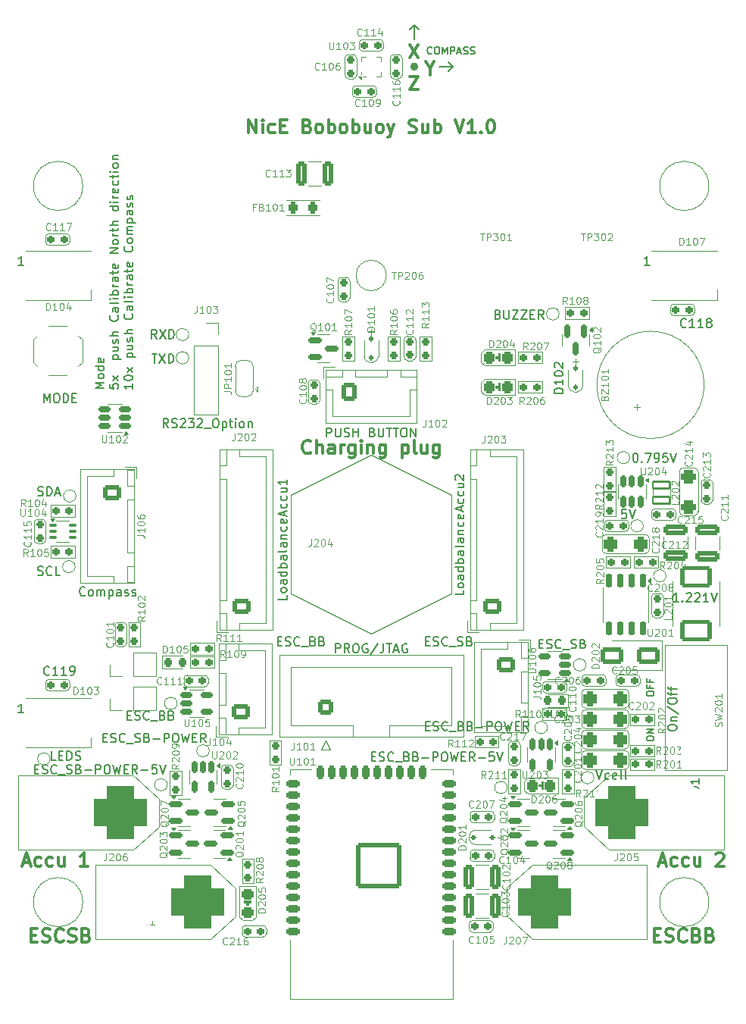
<source format=gbr>
%TF.GenerationSoftware,KiCad,Pcbnew,8.0.1*%
%TF.CreationDate,2024-07-04T14:23:12+02:00*%
%TF.ProjectId,Robuoy-Sub,526f6275-6f79-42d5-9375-622e6b696361,rev?*%
%TF.SameCoordinates,Original*%
%TF.FileFunction,Legend,Top*%
%TF.FilePolarity,Positive*%
%FSLAX46Y46*%
G04 Gerber Fmt 4.6, Leading zero omitted, Abs format (unit mm)*
G04 Created by KiCad (PCBNEW 8.0.1) date 2024-07-04 14:23:12*
%MOMM*%
%LPD*%
G01*
G04 APERTURE LIST*
G04 Aperture macros list*
%AMRoundRect*
0 Rectangle with rounded corners*
0 $1 Rounding radius*
0 $2 $3 $4 $5 $6 $7 $8 $9 X,Y pos of 4 corners*
0 Add a 4 corners polygon primitive as box body*
4,1,4,$2,$3,$4,$5,$6,$7,$8,$9,$2,$3,0*
0 Add four circle primitives for the rounded corners*
1,1,$1+$1,$2,$3*
1,1,$1+$1,$4,$5*
1,1,$1+$1,$6,$7*
1,1,$1+$1,$8,$9*
0 Add four rect primitives between the rounded corners*
20,1,$1+$1,$2,$3,$4,$5,0*
20,1,$1+$1,$4,$5,$6,$7,0*
20,1,$1+$1,$6,$7,$8,$9,0*
20,1,$1+$1,$8,$9,$2,$3,0*%
%AMFreePoly0*
4,1,19,0.550000,-0.750000,0.000000,-0.750000,0.000000,-0.744911,-0.071157,-0.744911,-0.207708,-0.704816,-0.327430,-0.627875,-0.420627,-0.520320,-0.479746,-0.390866,-0.500000,-0.250000,-0.500000,0.250000,-0.479746,0.390866,-0.420627,0.520320,-0.327430,0.627875,-0.207708,0.704816,-0.071157,0.744911,0.000000,0.744911,0.000000,0.750000,0.550000,0.750000,0.550000,-0.750000,0.550000,-0.750000,
$1*%
%AMFreePoly1*
4,1,19,0.000000,0.744911,0.071157,0.744911,0.207708,0.704816,0.327430,0.627875,0.420627,0.520320,0.479746,0.390866,0.500000,0.250000,0.500000,-0.250000,0.479746,-0.390866,0.420627,-0.520320,0.327430,-0.627875,0.207708,-0.704816,0.071157,-0.744911,0.000000,-0.744911,0.000000,-0.750000,-0.550000,-0.750000,-0.550000,0.750000,0.000000,0.750000,0.000000,0.744911,0.000000,0.744911,
$1*%
G04 Aperture macros list end*
%ADD10C,0.150000*%
%ADD11C,0.500000*%
%ADD12C,0.160000*%
%ADD13C,0.200000*%
%ADD14C,0.300000*%
%ADD15C,0.100000*%
%ADD16C,0.000000*%
%ADD17C,0.120000*%
%ADD18RoundRect,0.300000X-0.300000X-0.400000X0.300000X-0.400000X0.300000X0.400000X-0.300000X0.400000X0*%
%ADD19C,1.000000*%
%ADD20RoundRect,1.500000X1.500000X1.500000X-1.500000X1.500000X-1.500000X-1.500000X1.500000X-1.500000X0*%
%ADD21C,6.000000*%
%ADD22R,1.500000X0.900000*%
%ADD23RoundRect,0.150000X-0.587500X-0.150000X0.587500X-0.150000X0.587500X0.150000X-0.587500X0.150000X0*%
%ADD24RoundRect,0.250000X0.600000X-0.600000X0.600000X0.600000X-0.600000X0.600000X-0.600000X-0.600000X0*%
%ADD25C,1.700000*%
%ADD26RoundRect,0.200000X0.250000X-0.200000X0.250000X0.200000X-0.250000X0.200000X-0.250000X-0.200000X0*%
%ADD27RoundRect,0.375000X0.375000X0.475000X-0.375000X0.475000X-0.375000X-0.475000X0.375000X-0.475000X0*%
%ADD28RoundRect,0.200000X-0.200000X-0.250000X0.200000X-0.250000X0.200000X0.250000X-0.200000X0.250000X0*%
%ADD29RoundRect,0.250000X0.725000X-0.600000X0.725000X0.600000X-0.725000X0.600000X-0.725000X-0.600000X0*%
%ADD30O,1.950000X1.700000*%
%ADD31RoundRect,0.200000X0.200000X0.250000X-0.200000X0.250000X-0.200000X-0.250000X0.200000X-0.250000X0*%
%ADD32RoundRect,0.200000X-0.250000X0.200000X-0.250000X-0.200000X0.250000X-0.200000X0.250000X0.200000X0*%
%ADD33RoundRect,0.250000X-0.325000X-1.100000X0.325000X-1.100000X0.325000X1.100000X-0.325000X1.100000X0*%
%ADD34RoundRect,0.250000X1.100000X-0.325000X1.100000X0.325000X-1.100000X0.325000X-1.100000X-0.325000X0*%
%ADD35RoundRect,0.250000X1.000000X0.650000X-1.000000X0.650000X-1.000000X-0.650000X1.000000X-0.650000X0*%
%ADD36R,1.700000X1.700000*%
%ADD37O,1.700000X1.700000*%
%ADD38RoundRect,0.150000X0.587500X0.150000X-0.587500X0.150000X-0.587500X-0.150000X0.587500X-0.150000X0*%
%ADD39C,3.000000*%
%ADD40R,1.300000X1.300000*%
%ADD41C,1.300000*%
%ADD42RoundRect,0.100000X-0.350000X-0.100000X0.350000X-0.100000X0.350000X0.100000X-0.350000X0.100000X0*%
%ADD43FreePoly0,90.000000*%
%ADD44R,1.500000X1.000000*%
%ADD45FreePoly1,90.000000*%
%ADD46C,1.524000*%
%ADD47C,3.200000*%
%ADD48RoundRect,1.500000X-1.500000X-1.500000X1.500000X-1.500000X1.500000X1.500000X-1.500000X1.500000X0*%
%ADD49RoundRect,0.250000X-0.725000X0.600000X-0.725000X-0.600000X0.725000X-0.600000X0.725000X0.600000X0*%
%ADD50RoundRect,0.150000X0.512500X0.150000X-0.512500X0.150000X-0.512500X-0.150000X0.512500X-0.150000X0*%
%ADD51RoundRect,0.150000X-0.150000X0.512500X-0.150000X-0.512500X0.150000X-0.512500X0.150000X0.512500X0*%
%ADD52R,0.350000X0.375000*%
%ADD53R,0.375000X0.350000*%
%ADD54RoundRect,0.112500X-0.187500X-0.112500X0.187500X-0.112500X0.187500X0.112500X-0.187500X0.112500X0*%
%ADD55RoundRect,0.218750X0.218750X0.256250X-0.218750X0.256250X-0.218750X-0.256250X0.218750X-0.256250X0*%
%ADD56RoundRect,0.112500X0.112500X-0.187500X0.112500X0.187500X-0.112500X0.187500X-0.112500X-0.187500X0*%
%ADD57C,3.500000*%
%ADD58RoundRect,0.230769X1.519231X-0.969231X1.519231X0.969231X-1.519231X0.969231X-1.519231X-0.969231X0*%
%ADD59RoundRect,0.375000X0.475000X-0.375000X0.475000X0.375000X-0.475000X0.375000X-0.475000X-0.375000X0*%
%ADD60RoundRect,0.218750X-0.218750X-0.256250X0.218750X-0.256250X0.218750X0.256250X-0.218750X0.256250X0*%
%ADD61R,1.000000X1.700000*%
%ADD62RoundRect,0.375000X-0.375000X-0.475000X0.375000X-0.475000X0.375000X0.475000X-0.375000X0.475000X0*%
%ADD63RoundRect,0.225000X0.525000X0.225000X-0.525000X0.225000X-0.525000X-0.225000X0.525000X-0.225000X0*%
%ADD64RoundRect,0.225000X-0.225000X0.525000X-0.225000X-0.525000X0.225000X-0.525000X0.225000X0.525000X0*%
%ADD65RoundRect,0.250000X2.250000X2.250000X-2.250000X2.250000X-2.250000X-2.250000X2.250000X-2.250000X0*%
%ADD66R,1.650000X1.650000*%
%ADD67RoundRect,0.091346X0.958654X-0.383654X0.958654X0.383654X-0.958654X0.383654X-0.958654X-0.383654X0*%
%ADD68RoundRect,0.275000X0.275000X0.375000X-0.275000X0.375000X-0.275000X-0.375000X0.275000X-0.375000X0*%
%ADD69RoundRect,0.150000X-0.150000X0.650000X-0.150000X-0.650000X0.150000X-0.650000X0.150000X0.650000X0*%
%ADD70R,3.200000X2.400000*%
%ADD71RoundRect,0.250000X-0.600000X-0.725000X0.600000X-0.725000X0.600000X0.725000X-0.600000X0.725000X0*%
%ADD72O,1.700000X1.950000*%
%ADD73RoundRect,0.150000X-0.150000X0.587500X-0.150000X-0.587500X0.150000X-0.587500X0.150000X0.587500X0*%
%ADD74RoundRect,0.150000X-0.512500X-0.150000X0.512500X-0.150000X0.512500X0.150000X-0.512500X0.150000X0*%
%ADD75RoundRect,0.300000X0.400000X-0.300000X0.400000X0.300000X-0.400000X0.300000X-0.400000X-0.300000X0*%
G04 APERTURE END LIST*
D10*
X134903200Y-44550000D02*
X134395200Y-45058000D01*
X130585200Y-39927200D02*
X131093200Y-40435200D01*
D11*
X130836000Y-44550000D02*
G75*
G02*
X130436000Y-44550000I-200000J0D01*
G01*
X130436000Y-44550000D02*
G75*
G02*
X130836000Y-44550000I200000J0D01*
G01*
D10*
X133379200Y-44550000D02*
X134903200Y-44550000D01*
X130585200Y-39927200D02*
X130077200Y-40435200D01*
X134903200Y-44550000D02*
X134395200Y-44042000D01*
X130585200Y-41502000D02*
X130585200Y-39978000D01*
D12*
X156603775Y-119685237D02*
X156603775Y-119532856D01*
X156603775Y-119532856D02*
X156641870Y-119456666D01*
X156641870Y-119456666D02*
X156718060Y-119380475D01*
X156718060Y-119380475D02*
X156870441Y-119342380D01*
X156870441Y-119342380D02*
X157137108Y-119342380D01*
X157137108Y-119342380D02*
X157289489Y-119380475D01*
X157289489Y-119380475D02*
X157365680Y-119456666D01*
X157365680Y-119456666D02*
X157403775Y-119532856D01*
X157403775Y-119532856D02*
X157403775Y-119685237D01*
X157403775Y-119685237D02*
X157365680Y-119761428D01*
X157365680Y-119761428D02*
X157289489Y-119837618D01*
X157289489Y-119837618D02*
X157137108Y-119875714D01*
X157137108Y-119875714D02*
X156870441Y-119875714D01*
X156870441Y-119875714D02*
X156718060Y-119837618D01*
X156718060Y-119837618D02*
X156641870Y-119761428D01*
X156641870Y-119761428D02*
X156603775Y-119685237D01*
X157403775Y-118999523D02*
X156603775Y-118999523D01*
X156603775Y-118999523D02*
X157403775Y-118542380D01*
X157403775Y-118542380D02*
X156603775Y-118542380D01*
D13*
X95950275Y-80502326D02*
X94950275Y-80502326D01*
X94950275Y-80502326D02*
X95664560Y-80168993D01*
X95664560Y-80168993D02*
X94950275Y-79835660D01*
X94950275Y-79835660D02*
X95950275Y-79835660D01*
X95950275Y-79216612D02*
X95902656Y-79311850D01*
X95902656Y-79311850D02*
X95855036Y-79359469D01*
X95855036Y-79359469D02*
X95759798Y-79407088D01*
X95759798Y-79407088D02*
X95474084Y-79407088D01*
X95474084Y-79407088D02*
X95378846Y-79359469D01*
X95378846Y-79359469D02*
X95331227Y-79311850D01*
X95331227Y-79311850D02*
X95283608Y-79216612D01*
X95283608Y-79216612D02*
X95283608Y-79073755D01*
X95283608Y-79073755D02*
X95331227Y-78978517D01*
X95331227Y-78978517D02*
X95378846Y-78930898D01*
X95378846Y-78930898D02*
X95474084Y-78883279D01*
X95474084Y-78883279D02*
X95759798Y-78883279D01*
X95759798Y-78883279D02*
X95855036Y-78930898D01*
X95855036Y-78930898D02*
X95902656Y-78978517D01*
X95902656Y-78978517D02*
X95950275Y-79073755D01*
X95950275Y-79073755D02*
X95950275Y-79216612D01*
X95950275Y-78026136D02*
X94950275Y-78026136D01*
X95902656Y-78026136D02*
X95950275Y-78121374D01*
X95950275Y-78121374D02*
X95950275Y-78311850D01*
X95950275Y-78311850D02*
X95902656Y-78407088D01*
X95902656Y-78407088D02*
X95855036Y-78454707D01*
X95855036Y-78454707D02*
X95759798Y-78502326D01*
X95759798Y-78502326D02*
X95474084Y-78502326D01*
X95474084Y-78502326D02*
X95378846Y-78454707D01*
X95378846Y-78454707D02*
X95331227Y-78407088D01*
X95331227Y-78407088D02*
X95283608Y-78311850D01*
X95283608Y-78311850D02*
X95283608Y-78121374D01*
X95283608Y-78121374D02*
X95331227Y-78026136D01*
X95902656Y-77168993D02*
X95950275Y-77264231D01*
X95950275Y-77264231D02*
X95950275Y-77454707D01*
X95950275Y-77454707D02*
X95902656Y-77549945D01*
X95902656Y-77549945D02*
X95807417Y-77597564D01*
X95807417Y-77597564D02*
X95426465Y-77597564D01*
X95426465Y-77597564D02*
X95331227Y-77549945D01*
X95331227Y-77549945D02*
X95283608Y-77454707D01*
X95283608Y-77454707D02*
X95283608Y-77264231D01*
X95283608Y-77264231D02*
X95331227Y-77168993D01*
X95331227Y-77168993D02*
X95426465Y-77121374D01*
X95426465Y-77121374D02*
X95521703Y-77121374D01*
X95521703Y-77121374D02*
X95616941Y-77597564D01*
X96560219Y-80026136D02*
X96560219Y-80502326D01*
X96560219Y-80502326D02*
X97036409Y-80549945D01*
X97036409Y-80549945D02*
X96988790Y-80502326D01*
X96988790Y-80502326D02*
X96941171Y-80407088D01*
X96941171Y-80407088D02*
X96941171Y-80168993D01*
X96941171Y-80168993D02*
X96988790Y-80073755D01*
X96988790Y-80073755D02*
X97036409Y-80026136D01*
X97036409Y-80026136D02*
X97131647Y-79978517D01*
X97131647Y-79978517D02*
X97369742Y-79978517D01*
X97369742Y-79978517D02*
X97464980Y-80026136D01*
X97464980Y-80026136D02*
X97512600Y-80073755D01*
X97512600Y-80073755D02*
X97560219Y-80168993D01*
X97560219Y-80168993D02*
X97560219Y-80407088D01*
X97560219Y-80407088D02*
X97512600Y-80502326D01*
X97512600Y-80502326D02*
X97464980Y-80549945D01*
X97560219Y-79645183D02*
X96893552Y-79121374D01*
X96893552Y-79645183D02*
X97560219Y-79121374D01*
X96893552Y-77216611D02*
X97893552Y-77216611D01*
X96941171Y-77216611D02*
X96893552Y-77121373D01*
X96893552Y-77121373D02*
X96893552Y-76930897D01*
X96893552Y-76930897D02*
X96941171Y-76835659D01*
X96941171Y-76835659D02*
X96988790Y-76788040D01*
X96988790Y-76788040D02*
X97084028Y-76740421D01*
X97084028Y-76740421D02*
X97369742Y-76740421D01*
X97369742Y-76740421D02*
X97464980Y-76788040D01*
X97464980Y-76788040D02*
X97512600Y-76835659D01*
X97512600Y-76835659D02*
X97560219Y-76930897D01*
X97560219Y-76930897D02*
X97560219Y-77121373D01*
X97560219Y-77121373D02*
X97512600Y-77216611D01*
X96893552Y-75883278D02*
X97560219Y-75883278D01*
X96893552Y-76311849D02*
X97417361Y-76311849D01*
X97417361Y-76311849D02*
X97512600Y-76264230D01*
X97512600Y-76264230D02*
X97560219Y-76168992D01*
X97560219Y-76168992D02*
X97560219Y-76026135D01*
X97560219Y-76026135D02*
X97512600Y-75930897D01*
X97512600Y-75930897D02*
X97464980Y-75883278D01*
X97512600Y-75454706D02*
X97560219Y-75359468D01*
X97560219Y-75359468D02*
X97560219Y-75168992D01*
X97560219Y-75168992D02*
X97512600Y-75073754D01*
X97512600Y-75073754D02*
X97417361Y-75026135D01*
X97417361Y-75026135D02*
X97369742Y-75026135D01*
X97369742Y-75026135D02*
X97274504Y-75073754D01*
X97274504Y-75073754D02*
X97226885Y-75168992D01*
X97226885Y-75168992D02*
X97226885Y-75311849D01*
X97226885Y-75311849D02*
X97179266Y-75407087D01*
X97179266Y-75407087D02*
X97084028Y-75454706D01*
X97084028Y-75454706D02*
X97036409Y-75454706D01*
X97036409Y-75454706D02*
X96941171Y-75407087D01*
X96941171Y-75407087D02*
X96893552Y-75311849D01*
X96893552Y-75311849D02*
X96893552Y-75168992D01*
X96893552Y-75168992D02*
X96941171Y-75073754D01*
X97560219Y-74597563D02*
X96560219Y-74597563D01*
X97560219Y-74168992D02*
X97036409Y-74168992D01*
X97036409Y-74168992D02*
X96941171Y-74216611D01*
X96941171Y-74216611D02*
X96893552Y-74311849D01*
X96893552Y-74311849D02*
X96893552Y-74454706D01*
X96893552Y-74454706D02*
X96941171Y-74549944D01*
X96941171Y-74549944D02*
X96988790Y-74597563D01*
X97464980Y-72359468D02*
X97512600Y-72407087D01*
X97512600Y-72407087D02*
X97560219Y-72549944D01*
X97560219Y-72549944D02*
X97560219Y-72645182D01*
X97560219Y-72645182D02*
X97512600Y-72788039D01*
X97512600Y-72788039D02*
X97417361Y-72883277D01*
X97417361Y-72883277D02*
X97322123Y-72930896D01*
X97322123Y-72930896D02*
X97131647Y-72978515D01*
X97131647Y-72978515D02*
X96988790Y-72978515D01*
X96988790Y-72978515D02*
X96798314Y-72930896D01*
X96798314Y-72930896D02*
X96703076Y-72883277D01*
X96703076Y-72883277D02*
X96607838Y-72788039D01*
X96607838Y-72788039D02*
X96560219Y-72645182D01*
X96560219Y-72645182D02*
X96560219Y-72549944D01*
X96560219Y-72549944D02*
X96607838Y-72407087D01*
X96607838Y-72407087D02*
X96655457Y-72359468D01*
X97560219Y-71502325D02*
X97036409Y-71502325D01*
X97036409Y-71502325D02*
X96941171Y-71549944D01*
X96941171Y-71549944D02*
X96893552Y-71645182D01*
X96893552Y-71645182D02*
X96893552Y-71835658D01*
X96893552Y-71835658D02*
X96941171Y-71930896D01*
X97512600Y-71502325D02*
X97560219Y-71597563D01*
X97560219Y-71597563D02*
X97560219Y-71835658D01*
X97560219Y-71835658D02*
X97512600Y-71930896D01*
X97512600Y-71930896D02*
X97417361Y-71978515D01*
X97417361Y-71978515D02*
X97322123Y-71978515D01*
X97322123Y-71978515D02*
X97226885Y-71930896D01*
X97226885Y-71930896D02*
X97179266Y-71835658D01*
X97179266Y-71835658D02*
X97179266Y-71597563D01*
X97179266Y-71597563D02*
X97131647Y-71502325D01*
X97560219Y-70883277D02*
X97512600Y-70978515D01*
X97512600Y-70978515D02*
X97417361Y-71026134D01*
X97417361Y-71026134D02*
X96560219Y-71026134D01*
X97560219Y-70502324D02*
X96893552Y-70502324D01*
X96560219Y-70502324D02*
X96607838Y-70549943D01*
X96607838Y-70549943D02*
X96655457Y-70502324D01*
X96655457Y-70502324D02*
X96607838Y-70454705D01*
X96607838Y-70454705D02*
X96560219Y-70502324D01*
X96560219Y-70502324D02*
X96655457Y-70502324D01*
X97560219Y-70026134D02*
X96560219Y-70026134D01*
X96941171Y-70026134D02*
X96893552Y-69930896D01*
X96893552Y-69930896D02*
X96893552Y-69740420D01*
X96893552Y-69740420D02*
X96941171Y-69645182D01*
X96941171Y-69645182D02*
X96988790Y-69597563D01*
X96988790Y-69597563D02*
X97084028Y-69549944D01*
X97084028Y-69549944D02*
X97369742Y-69549944D01*
X97369742Y-69549944D02*
X97464980Y-69597563D01*
X97464980Y-69597563D02*
X97512600Y-69645182D01*
X97512600Y-69645182D02*
X97560219Y-69740420D01*
X97560219Y-69740420D02*
X97560219Y-69930896D01*
X97560219Y-69930896D02*
X97512600Y-70026134D01*
X97560219Y-69121372D02*
X96893552Y-69121372D01*
X97084028Y-69121372D02*
X96988790Y-69073753D01*
X96988790Y-69073753D02*
X96941171Y-69026134D01*
X96941171Y-69026134D02*
X96893552Y-68930896D01*
X96893552Y-68930896D02*
X96893552Y-68835658D01*
X97560219Y-68073753D02*
X97036409Y-68073753D01*
X97036409Y-68073753D02*
X96941171Y-68121372D01*
X96941171Y-68121372D02*
X96893552Y-68216610D01*
X96893552Y-68216610D02*
X96893552Y-68407086D01*
X96893552Y-68407086D02*
X96941171Y-68502324D01*
X97512600Y-68073753D02*
X97560219Y-68168991D01*
X97560219Y-68168991D02*
X97560219Y-68407086D01*
X97560219Y-68407086D02*
X97512600Y-68502324D01*
X97512600Y-68502324D02*
X97417361Y-68549943D01*
X97417361Y-68549943D02*
X97322123Y-68549943D01*
X97322123Y-68549943D02*
X97226885Y-68502324D01*
X97226885Y-68502324D02*
X97179266Y-68407086D01*
X97179266Y-68407086D02*
X97179266Y-68168991D01*
X97179266Y-68168991D02*
X97131647Y-68073753D01*
X96893552Y-67740419D02*
X96893552Y-67359467D01*
X96560219Y-67597562D02*
X97417361Y-67597562D01*
X97417361Y-67597562D02*
X97512600Y-67549943D01*
X97512600Y-67549943D02*
X97560219Y-67454705D01*
X97560219Y-67454705D02*
X97560219Y-67359467D01*
X97512600Y-66645181D02*
X97560219Y-66740419D01*
X97560219Y-66740419D02*
X97560219Y-66930895D01*
X97560219Y-66930895D02*
X97512600Y-67026133D01*
X97512600Y-67026133D02*
X97417361Y-67073752D01*
X97417361Y-67073752D02*
X97036409Y-67073752D01*
X97036409Y-67073752D02*
X96941171Y-67026133D01*
X96941171Y-67026133D02*
X96893552Y-66930895D01*
X96893552Y-66930895D02*
X96893552Y-66740419D01*
X96893552Y-66740419D02*
X96941171Y-66645181D01*
X96941171Y-66645181D02*
X97036409Y-66597562D01*
X97036409Y-66597562D02*
X97131647Y-66597562D01*
X97131647Y-66597562D02*
X97226885Y-67073752D01*
X97560219Y-65407085D02*
X96560219Y-65407085D01*
X96560219Y-65407085D02*
X97560219Y-64835657D01*
X97560219Y-64835657D02*
X96560219Y-64835657D01*
X97560219Y-64216609D02*
X97512600Y-64311847D01*
X97512600Y-64311847D02*
X97464980Y-64359466D01*
X97464980Y-64359466D02*
X97369742Y-64407085D01*
X97369742Y-64407085D02*
X97084028Y-64407085D01*
X97084028Y-64407085D02*
X96988790Y-64359466D01*
X96988790Y-64359466D02*
X96941171Y-64311847D01*
X96941171Y-64311847D02*
X96893552Y-64216609D01*
X96893552Y-64216609D02*
X96893552Y-64073752D01*
X96893552Y-64073752D02*
X96941171Y-63978514D01*
X96941171Y-63978514D02*
X96988790Y-63930895D01*
X96988790Y-63930895D02*
X97084028Y-63883276D01*
X97084028Y-63883276D02*
X97369742Y-63883276D01*
X97369742Y-63883276D02*
X97464980Y-63930895D01*
X97464980Y-63930895D02*
X97512600Y-63978514D01*
X97512600Y-63978514D02*
X97560219Y-64073752D01*
X97560219Y-64073752D02*
X97560219Y-64216609D01*
X97560219Y-63454704D02*
X96893552Y-63454704D01*
X97084028Y-63454704D02*
X96988790Y-63407085D01*
X96988790Y-63407085D02*
X96941171Y-63359466D01*
X96941171Y-63359466D02*
X96893552Y-63264228D01*
X96893552Y-63264228D02*
X96893552Y-63168990D01*
X96893552Y-62978513D02*
X96893552Y-62597561D01*
X96560219Y-62835656D02*
X97417361Y-62835656D01*
X97417361Y-62835656D02*
X97512600Y-62788037D01*
X97512600Y-62788037D02*
X97560219Y-62692799D01*
X97560219Y-62692799D02*
X97560219Y-62597561D01*
X97560219Y-62264227D02*
X96560219Y-62264227D01*
X97560219Y-61835656D02*
X97036409Y-61835656D01*
X97036409Y-61835656D02*
X96941171Y-61883275D01*
X96941171Y-61883275D02*
X96893552Y-61978513D01*
X96893552Y-61978513D02*
X96893552Y-62121370D01*
X96893552Y-62121370D02*
X96941171Y-62216608D01*
X96941171Y-62216608D02*
X96988790Y-62264227D01*
X97560219Y-60168989D02*
X96560219Y-60168989D01*
X97512600Y-60168989D02*
X97560219Y-60264227D01*
X97560219Y-60264227D02*
X97560219Y-60454703D01*
X97560219Y-60454703D02*
X97512600Y-60549941D01*
X97512600Y-60549941D02*
X97464980Y-60597560D01*
X97464980Y-60597560D02*
X97369742Y-60645179D01*
X97369742Y-60645179D02*
X97084028Y-60645179D01*
X97084028Y-60645179D02*
X96988790Y-60597560D01*
X96988790Y-60597560D02*
X96941171Y-60549941D01*
X96941171Y-60549941D02*
X96893552Y-60454703D01*
X96893552Y-60454703D02*
X96893552Y-60264227D01*
X96893552Y-60264227D02*
X96941171Y-60168989D01*
X97560219Y-59692798D02*
X96893552Y-59692798D01*
X96560219Y-59692798D02*
X96607838Y-59740417D01*
X96607838Y-59740417D02*
X96655457Y-59692798D01*
X96655457Y-59692798D02*
X96607838Y-59645179D01*
X96607838Y-59645179D02*
X96560219Y-59692798D01*
X96560219Y-59692798D02*
X96655457Y-59692798D01*
X97560219Y-59216608D02*
X96893552Y-59216608D01*
X97084028Y-59216608D02*
X96988790Y-59168989D01*
X96988790Y-59168989D02*
X96941171Y-59121370D01*
X96941171Y-59121370D02*
X96893552Y-59026132D01*
X96893552Y-59026132D02*
X96893552Y-58930894D01*
X97512600Y-58216608D02*
X97560219Y-58311846D01*
X97560219Y-58311846D02*
X97560219Y-58502322D01*
X97560219Y-58502322D02*
X97512600Y-58597560D01*
X97512600Y-58597560D02*
X97417361Y-58645179D01*
X97417361Y-58645179D02*
X97036409Y-58645179D01*
X97036409Y-58645179D02*
X96941171Y-58597560D01*
X96941171Y-58597560D02*
X96893552Y-58502322D01*
X96893552Y-58502322D02*
X96893552Y-58311846D01*
X96893552Y-58311846D02*
X96941171Y-58216608D01*
X96941171Y-58216608D02*
X97036409Y-58168989D01*
X97036409Y-58168989D02*
X97131647Y-58168989D01*
X97131647Y-58168989D02*
X97226885Y-58645179D01*
X97512600Y-57311846D02*
X97560219Y-57407084D01*
X97560219Y-57407084D02*
X97560219Y-57597560D01*
X97560219Y-57597560D02*
X97512600Y-57692798D01*
X97512600Y-57692798D02*
X97464980Y-57740417D01*
X97464980Y-57740417D02*
X97369742Y-57788036D01*
X97369742Y-57788036D02*
X97084028Y-57788036D01*
X97084028Y-57788036D02*
X96988790Y-57740417D01*
X96988790Y-57740417D02*
X96941171Y-57692798D01*
X96941171Y-57692798D02*
X96893552Y-57597560D01*
X96893552Y-57597560D02*
X96893552Y-57407084D01*
X96893552Y-57407084D02*
X96941171Y-57311846D01*
X96893552Y-57026131D02*
X96893552Y-56645179D01*
X96560219Y-56883274D02*
X97417361Y-56883274D01*
X97417361Y-56883274D02*
X97512600Y-56835655D01*
X97512600Y-56835655D02*
X97560219Y-56740417D01*
X97560219Y-56740417D02*
X97560219Y-56645179D01*
X97560219Y-56311845D02*
X96893552Y-56311845D01*
X96560219Y-56311845D02*
X96607838Y-56359464D01*
X96607838Y-56359464D02*
X96655457Y-56311845D01*
X96655457Y-56311845D02*
X96607838Y-56264226D01*
X96607838Y-56264226D02*
X96560219Y-56311845D01*
X96560219Y-56311845D02*
X96655457Y-56311845D01*
X97560219Y-55692798D02*
X97512600Y-55788036D01*
X97512600Y-55788036D02*
X97464980Y-55835655D01*
X97464980Y-55835655D02*
X97369742Y-55883274D01*
X97369742Y-55883274D02*
X97084028Y-55883274D01*
X97084028Y-55883274D02*
X96988790Y-55835655D01*
X96988790Y-55835655D02*
X96941171Y-55788036D01*
X96941171Y-55788036D02*
X96893552Y-55692798D01*
X96893552Y-55692798D02*
X96893552Y-55549941D01*
X96893552Y-55549941D02*
X96941171Y-55454703D01*
X96941171Y-55454703D02*
X96988790Y-55407084D01*
X96988790Y-55407084D02*
X97084028Y-55359465D01*
X97084028Y-55359465D02*
X97369742Y-55359465D01*
X97369742Y-55359465D02*
X97464980Y-55407084D01*
X97464980Y-55407084D02*
X97512600Y-55454703D01*
X97512600Y-55454703D02*
X97560219Y-55549941D01*
X97560219Y-55549941D02*
X97560219Y-55692798D01*
X96893552Y-54930893D02*
X97560219Y-54930893D01*
X96988790Y-54930893D02*
X96941171Y-54883274D01*
X96941171Y-54883274D02*
X96893552Y-54788036D01*
X96893552Y-54788036D02*
X96893552Y-54645179D01*
X96893552Y-54645179D02*
X96941171Y-54549941D01*
X96941171Y-54549941D02*
X97036409Y-54502322D01*
X97036409Y-54502322D02*
X97560219Y-54502322D01*
X99170163Y-79978517D02*
X99170163Y-80549945D01*
X99170163Y-80264231D02*
X98170163Y-80264231D01*
X98170163Y-80264231D02*
X98313020Y-80359469D01*
X98313020Y-80359469D02*
X98408258Y-80454707D01*
X98408258Y-80454707D02*
X98455877Y-80549945D01*
X98170163Y-79359469D02*
X98170163Y-79264231D01*
X98170163Y-79264231D02*
X98217782Y-79168993D01*
X98217782Y-79168993D02*
X98265401Y-79121374D01*
X98265401Y-79121374D02*
X98360639Y-79073755D01*
X98360639Y-79073755D02*
X98551115Y-79026136D01*
X98551115Y-79026136D02*
X98789210Y-79026136D01*
X98789210Y-79026136D02*
X98979686Y-79073755D01*
X98979686Y-79073755D02*
X99074924Y-79121374D01*
X99074924Y-79121374D02*
X99122544Y-79168993D01*
X99122544Y-79168993D02*
X99170163Y-79264231D01*
X99170163Y-79264231D02*
X99170163Y-79359469D01*
X99170163Y-79359469D02*
X99122544Y-79454707D01*
X99122544Y-79454707D02*
X99074924Y-79502326D01*
X99074924Y-79502326D02*
X98979686Y-79549945D01*
X98979686Y-79549945D02*
X98789210Y-79597564D01*
X98789210Y-79597564D02*
X98551115Y-79597564D01*
X98551115Y-79597564D02*
X98360639Y-79549945D01*
X98360639Y-79549945D02*
X98265401Y-79502326D01*
X98265401Y-79502326D02*
X98217782Y-79454707D01*
X98217782Y-79454707D02*
X98170163Y-79359469D01*
X99170163Y-78692802D02*
X98503496Y-78168993D01*
X98503496Y-78692802D02*
X99170163Y-78168993D01*
X98503496Y-77026135D02*
X99503496Y-77026135D01*
X98551115Y-77026135D02*
X98503496Y-76930897D01*
X98503496Y-76930897D02*
X98503496Y-76740421D01*
X98503496Y-76740421D02*
X98551115Y-76645183D01*
X98551115Y-76645183D02*
X98598734Y-76597564D01*
X98598734Y-76597564D02*
X98693972Y-76549945D01*
X98693972Y-76549945D02*
X98979686Y-76549945D01*
X98979686Y-76549945D02*
X99074924Y-76597564D01*
X99074924Y-76597564D02*
X99122544Y-76645183D01*
X99122544Y-76645183D02*
X99170163Y-76740421D01*
X99170163Y-76740421D02*
X99170163Y-76930897D01*
X99170163Y-76930897D02*
X99122544Y-77026135D01*
X98503496Y-75692802D02*
X99170163Y-75692802D01*
X98503496Y-76121373D02*
X99027305Y-76121373D01*
X99027305Y-76121373D02*
X99122544Y-76073754D01*
X99122544Y-76073754D02*
X99170163Y-75978516D01*
X99170163Y-75978516D02*
X99170163Y-75835659D01*
X99170163Y-75835659D02*
X99122544Y-75740421D01*
X99122544Y-75740421D02*
X99074924Y-75692802D01*
X99122544Y-75264230D02*
X99170163Y-75168992D01*
X99170163Y-75168992D02*
X99170163Y-74978516D01*
X99170163Y-74978516D02*
X99122544Y-74883278D01*
X99122544Y-74883278D02*
X99027305Y-74835659D01*
X99027305Y-74835659D02*
X98979686Y-74835659D01*
X98979686Y-74835659D02*
X98884448Y-74883278D01*
X98884448Y-74883278D02*
X98836829Y-74978516D01*
X98836829Y-74978516D02*
X98836829Y-75121373D01*
X98836829Y-75121373D02*
X98789210Y-75216611D01*
X98789210Y-75216611D02*
X98693972Y-75264230D01*
X98693972Y-75264230D02*
X98646353Y-75264230D01*
X98646353Y-75264230D02*
X98551115Y-75216611D01*
X98551115Y-75216611D02*
X98503496Y-75121373D01*
X98503496Y-75121373D02*
X98503496Y-74978516D01*
X98503496Y-74978516D02*
X98551115Y-74883278D01*
X99170163Y-74407087D02*
X98170163Y-74407087D01*
X99170163Y-73978516D02*
X98646353Y-73978516D01*
X98646353Y-73978516D02*
X98551115Y-74026135D01*
X98551115Y-74026135D02*
X98503496Y-74121373D01*
X98503496Y-74121373D02*
X98503496Y-74264230D01*
X98503496Y-74264230D02*
X98551115Y-74359468D01*
X98551115Y-74359468D02*
X98598734Y-74407087D01*
X99074924Y-72168992D02*
X99122544Y-72216611D01*
X99122544Y-72216611D02*
X99170163Y-72359468D01*
X99170163Y-72359468D02*
X99170163Y-72454706D01*
X99170163Y-72454706D02*
X99122544Y-72597563D01*
X99122544Y-72597563D02*
X99027305Y-72692801D01*
X99027305Y-72692801D02*
X98932067Y-72740420D01*
X98932067Y-72740420D02*
X98741591Y-72788039D01*
X98741591Y-72788039D02*
X98598734Y-72788039D01*
X98598734Y-72788039D02*
X98408258Y-72740420D01*
X98408258Y-72740420D02*
X98313020Y-72692801D01*
X98313020Y-72692801D02*
X98217782Y-72597563D01*
X98217782Y-72597563D02*
X98170163Y-72454706D01*
X98170163Y-72454706D02*
X98170163Y-72359468D01*
X98170163Y-72359468D02*
X98217782Y-72216611D01*
X98217782Y-72216611D02*
X98265401Y-72168992D01*
X99170163Y-71311849D02*
X98646353Y-71311849D01*
X98646353Y-71311849D02*
X98551115Y-71359468D01*
X98551115Y-71359468D02*
X98503496Y-71454706D01*
X98503496Y-71454706D02*
X98503496Y-71645182D01*
X98503496Y-71645182D02*
X98551115Y-71740420D01*
X99122544Y-71311849D02*
X99170163Y-71407087D01*
X99170163Y-71407087D02*
X99170163Y-71645182D01*
X99170163Y-71645182D02*
X99122544Y-71740420D01*
X99122544Y-71740420D02*
X99027305Y-71788039D01*
X99027305Y-71788039D02*
X98932067Y-71788039D01*
X98932067Y-71788039D02*
X98836829Y-71740420D01*
X98836829Y-71740420D02*
X98789210Y-71645182D01*
X98789210Y-71645182D02*
X98789210Y-71407087D01*
X98789210Y-71407087D02*
X98741591Y-71311849D01*
X99170163Y-70692801D02*
X99122544Y-70788039D01*
X99122544Y-70788039D02*
X99027305Y-70835658D01*
X99027305Y-70835658D02*
X98170163Y-70835658D01*
X99170163Y-70311848D02*
X98503496Y-70311848D01*
X98170163Y-70311848D02*
X98217782Y-70359467D01*
X98217782Y-70359467D02*
X98265401Y-70311848D01*
X98265401Y-70311848D02*
X98217782Y-70264229D01*
X98217782Y-70264229D02*
X98170163Y-70311848D01*
X98170163Y-70311848D02*
X98265401Y-70311848D01*
X99170163Y-69835658D02*
X98170163Y-69835658D01*
X98551115Y-69835658D02*
X98503496Y-69740420D01*
X98503496Y-69740420D02*
X98503496Y-69549944D01*
X98503496Y-69549944D02*
X98551115Y-69454706D01*
X98551115Y-69454706D02*
X98598734Y-69407087D01*
X98598734Y-69407087D02*
X98693972Y-69359468D01*
X98693972Y-69359468D02*
X98979686Y-69359468D01*
X98979686Y-69359468D02*
X99074924Y-69407087D01*
X99074924Y-69407087D02*
X99122544Y-69454706D01*
X99122544Y-69454706D02*
X99170163Y-69549944D01*
X99170163Y-69549944D02*
X99170163Y-69740420D01*
X99170163Y-69740420D02*
X99122544Y-69835658D01*
X99170163Y-68930896D02*
X98503496Y-68930896D01*
X98693972Y-68930896D02*
X98598734Y-68883277D01*
X98598734Y-68883277D02*
X98551115Y-68835658D01*
X98551115Y-68835658D02*
X98503496Y-68740420D01*
X98503496Y-68740420D02*
X98503496Y-68645182D01*
X99170163Y-67883277D02*
X98646353Y-67883277D01*
X98646353Y-67883277D02*
X98551115Y-67930896D01*
X98551115Y-67930896D02*
X98503496Y-68026134D01*
X98503496Y-68026134D02*
X98503496Y-68216610D01*
X98503496Y-68216610D02*
X98551115Y-68311848D01*
X99122544Y-67883277D02*
X99170163Y-67978515D01*
X99170163Y-67978515D02*
X99170163Y-68216610D01*
X99170163Y-68216610D02*
X99122544Y-68311848D01*
X99122544Y-68311848D02*
X99027305Y-68359467D01*
X99027305Y-68359467D02*
X98932067Y-68359467D01*
X98932067Y-68359467D02*
X98836829Y-68311848D01*
X98836829Y-68311848D02*
X98789210Y-68216610D01*
X98789210Y-68216610D02*
X98789210Y-67978515D01*
X98789210Y-67978515D02*
X98741591Y-67883277D01*
X98503496Y-67549943D02*
X98503496Y-67168991D01*
X98170163Y-67407086D02*
X99027305Y-67407086D01*
X99027305Y-67407086D02*
X99122544Y-67359467D01*
X99122544Y-67359467D02*
X99170163Y-67264229D01*
X99170163Y-67264229D02*
X99170163Y-67168991D01*
X99122544Y-66454705D02*
X99170163Y-66549943D01*
X99170163Y-66549943D02*
X99170163Y-66740419D01*
X99170163Y-66740419D02*
X99122544Y-66835657D01*
X99122544Y-66835657D02*
X99027305Y-66883276D01*
X99027305Y-66883276D02*
X98646353Y-66883276D01*
X98646353Y-66883276D02*
X98551115Y-66835657D01*
X98551115Y-66835657D02*
X98503496Y-66740419D01*
X98503496Y-66740419D02*
X98503496Y-66549943D01*
X98503496Y-66549943D02*
X98551115Y-66454705D01*
X98551115Y-66454705D02*
X98646353Y-66407086D01*
X98646353Y-66407086D02*
X98741591Y-66407086D01*
X98741591Y-66407086D02*
X98836829Y-66883276D01*
X99074924Y-64645181D02*
X99122544Y-64692800D01*
X99122544Y-64692800D02*
X99170163Y-64835657D01*
X99170163Y-64835657D02*
X99170163Y-64930895D01*
X99170163Y-64930895D02*
X99122544Y-65073752D01*
X99122544Y-65073752D02*
X99027305Y-65168990D01*
X99027305Y-65168990D02*
X98932067Y-65216609D01*
X98932067Y-65216609D02*
X98741591Y-65264228D01*
X98741591Y-65264228D02*
X98598734Y-65264228D01*
X98598734Y-65264228D02*
X98408258Y-65216609D01*
X98408258Y-65216609D02*
X98313020Y-65168990D01*
X98313020Y-65168990D02*
X98217782Y-65073752D01*
X98217782Y-65073752D02*
X98170163Y-64930895D01*
X98170163Y-64930895D02*
X98170163Y-64835657D01*
X98170163Y-64835657D02*
X98217782Y-64692800D01*
X98217782Y-64692800D02*
X98265401Y-64645181D01*
X99170163Y-64073752D02*
X99122544Y-64168990D01*
X99122544Y-64168990D02*
X99074924Y-64216609D01*
X99074924Y-64216609D02*
X98979686Y-64264228D01*
X98979686Y-64264228D02*
X98693972Y-64264228D01*
X98693972Y-64264228D02*
X98598734Y-64216609D01*
X98598734Y-64216609D02*
X98551115Y-64168990D01*
X98551115Y-64168990D02*
X98503496Y-64073752D01*
X98503496Y-64073752D02*
X98503496Y-63930895D01*
X98503496Y-63930895D02*
X98551115Y-63835657D01*
X98551115Y-63835657D02*
X98598734Y-63788038D01*
X98598734Y-63788038D02*
X98693972Y-63740419D01*
X98693972Y-63740419D02*
X98979686Y-63740419D01*
X98979686Y-63740419D02*
X99074924Y-63788038D01*
X99074924Y-63788038D02*
X99122544Y-63835657D01*
X99122544Y-63835657D02*
X99170163Y-63930895D01*
X99170163Y-63930895D02*
X99170163Y-64073752D01*
X99170163Y-63311847D02*
X98503496Y-63311847D01*
X98598734Y-63311847D02*
X98551115Y-63264228D01*
X98551115Y-63264228D02*
X98503496Y-63168990D01*
X98503496Y-63168990D02*
X98503496Y-63026133D01*
X98503496Y-63026133D02*
X98551115Y-62930895D01*
X98551115Y-62930895D02*
X98646353Y-62883276D01*
X98646353Y-62883276D02*
X99170163Y-62883276D01*
X98646353Y-62883276D02*
X98551115Y-62835657D01*
X98551115Y-62835657D02*
X98503496Y-62740419D01*
X98503496Y-62740419D02*
X98503496Y-62597562D01*
X98503496Y-62597562D02*
X98551115Y-62502323D01*
X98551115Y-62502323D02*
X98646353Y-62454704D01*
X98646353Y-62454704D02*
X99170163Y-62454704D01*
X98503496Y-61978514D02*
X99503496Y-61978514D01*
X98551115Y-61978514D02*
X98503496Y-61883276D01*
X98503496Y-61883276D02*
X98503496Y-61692800D01*
X98503496Y-61692800D02*
X98551115Y-61597562D01*
X98551115Y-61597562D02*
X98598734Y-61549943D01*
X98598734Y-61549943D02*
X98693972Y-61502324D01*
X98693972Y-61502324D02*
X98979686Y-61502324D01*
X98979686Y-61502324D02*
X99074924Y-61549943D01*
X99074924Y-61549943D02*
X99122544Y-61597562D01*
X99122544Y-61597562D02*
X99170163Y-61692800D01*
X99170163Y-61692800D02*
X99170163Y-61883276D01*
X99170163Y-61883276D02*
X99122544Y-61978514D01*
X99170163Y-60645181D02*
X98646353Y-60645181D01*
X98646353Y-60645181D02*
X98551115Y-60692800D01*
X98551115Y-60692800D02*
X98503496Y-60788038D01*
X98503496Y-60788038D02*
X98503496Y-60978514D01*
X98503496Y-60978514D02*
X98551115Y-61073752D01*
X99122544Y-60645181D02*
X99170163Y-60740419D01*
X99170163Y-60740419D02*
X99170163Y-60978514D01*
X99170163Y-60978514D02*
X99122544Y-61073752D01*
X99122544Y-61073752D02*
X99027305Y-61121371D01*
X99027305Y-61121371D02*
X98932067Y-61121371D01*
X98932067Y-61121371D02*
X98836829Y-61073752D01*
X98836829Y-61073752D02*
X98789210Y-60978514D01*
X98789210Y-60978514D02*
X98789210Y-60740419D01*
X98789210Y-60740419D02*
X98741591Y-60645181D01*
X99122544Y-60216609D02*
X99170163Y-60121371D01*
X99170163Y-60121371D02*
X99170163Y-59930895D01*
X99170163Y-59930895D02*
X99122544Y-59835657D01*
X99122544Y-59835657D02*
X99027305Y-59788038D01*
X99027305Y-59788038D02*
X98979686Y-59788038D01*
X98979686Y-59788038D02*
X98884448Y-59835657D01*
X98884448Y-59835657D02*
X98836829Y-59930895D01*
X98836829Y-59930895D02*
X98836829Y-60073752D01*
X98836829Y-60073752D02*
X98789210Y-60168990D01*
X98789210Y-60168990D02*
X98693972Y-60216609D01*
X98693972Y-60216609D02*
X98646353Y-60216609D01*
X98646353Y-60216609D02*
X98551115Y-60168990D01*
X98551115Y-60168990D02*
X98503496Y-60073752D01*
X98503496Y-60073752D02*
X98503496Y-59930895D01*
X98503496Y-59930895D02*
X98551115Y-59835657D01*
X99122544Y-59407085D02*
X99170163Y-59311847D01*
X99170163Y-59311847D02*
X99170163Y-59121371D01*
X99170163Y-59121371D02*
X99122544Y-59026133D01*
X99122544Y-59026133D02*
X99027305Y-58978514D01*
X99027305Y-58978514D02*
X98979686Y-58978514D01*
X98979686Y-58978514D02*
X98884448Y-59026133D01*
X98884448Y-59026133D02*
X98836829Y-59121371D01*
X98836829Y-59121371D02*
X98836829Y-59264228D01*
X98836829Y-59264228D02*
X98789210Y-59359466D01*
X98789210Y-59359466D02*
X98693972Y-59407085D01*
X98693972Y-59407085D02*
X98646353Y-59407085D01*
X98646353Y-59407085D02*
X98551115Y-59359466D01*
X98551115Y-59359466D02*
X98503496Y-59264228D01*
X98503496Y-59264228D02*
X98503496Y-59121371D01*
X98503496Y-59121371D02*
X98551115Y-59026133D01*
D14*
X112095714Y-51970828D02*
X112095714Y-50470828D01*
X112095714Y-50470828D02*
X112952857Y-51970828D01*
X112952857Y-51970828D02*
X112952857Y-50470828D01*
X113667143Y-51970828D02*
X113667143Y-50970828D01*
X113667143Y-50470828D02*
X113595715Y-50542257D01*
X113595715Y-50542257D02*
X113667143Y-50613685D01*
X113667143Y-50613685D02*
X113738572Y-50542257D01*
X113738572Y-50542257D02*
X113667143Y-50470828D01*
X113667143Y-50470828D02*
X113667143Y-50613685D01*
X115024287Y-51899400D02*
X114881429Y-51970828D01*
X114881429Y-51970828D02*
X114595715Y-51970828D01*
X114595715Y-51970828D02*
X114452858Y-51899400D01*
X114452858Y-51899400D02*
X114381429Y-51827971D01*
X114381429Y-51827971D02*
X114310001Y-51685114D01*
X114310001Y-51685114D02*
X114310001Y-51256542D01*
X114310001Y-51256542D02*
X114381429Y-51113685D01*
X114381429Y-51113685D02*
X114452858Y-51042257D01*
X114452858Y-51042257D02*
X114595715Y-50970828D01*
X114595715Y-50970828D02*
X114881429Y-50970828D01*
X114881429Y-50970828D02*
X115024287Y-51042257D01*
X115667143Y-51185114D02*
X116167143Y-51185114D01*
X116381429Y-51970828D02*
X115667143Y-51970828D01*
X115667143Y-51970828D02*
X115667143Y-50470828D01*
X115667143Y-50470828D02*
X116381429Y-50470828D01*
X118667143Y-51185114D02*
X118881429Y-51256542D01*
X118881429Y-51256542D02*
X118952858Y-51327971D01*
X118952858Y-51327971D02*
X119024286Y-51470828D01*
X119024286Y-51470828D02*
X119024286Y-51685114D01*
X119024286Y-51685114D02*
X118952858Y-51827971D01*
X118952858Y-51827971D02*
X118881429Y-51899400D01*
X118881429Y-51899400D02*
X118738572Y-51970828D01*
X118738572Y-51970828D02*
X118167143Y-51970828D01*
X118167143Y-51970828D02*
X118167143Y-50470828D01*
X118167143Y-50470828D02*
X118667143Y-50470828D01*
X118667143Y-50470828D02*
X118810001Y-50542257D01*
X118810001Y-50542257D02*
X118881429Y-50613685D01*
X118881429Y-50613685D02*
X118952858Y-50756542D01*
X118952858Y-50756542D02*
X118952858Y-50899400D01*
X118952858Y-50899400D02*
X118881429Y-51042257D01*
X118881429Y-51042257D02*
X118810001Y-51113685D01*
X118810001Y-51113685D02*
X118667143Y-51185114D01*
X118667143Y-51185114D02*
X118167143Y-51185114D01*
X119881429Y-51970828D02*
X119738572Y-51899400D01*
X119738572Y-51899400D02*
X119667143Y-51827971D01*
X119667143Y-51827971D02*
X119595715Y-51685114D01*
X119595715Y-51685114D02*
X119595715Y-51256542D01*
X119595715Y-51256542D02*
X119667143Y-51113685D01*
X119667143Y-51113685D02*
X119738572Y-51042257D01*
X119738572Y-51042257D02*
X119881429Y-50970828D01*
X119881429Y-50970828D02*
X120095715Y-50970828D01*
X120095715Y-50970828D02*
X120238572Y-51042257D01*
X120238572Y-51042257D02*
X120310001Y-51113685D01*
X120310001Y-51113685D02*
X120381429Y-51256542D01*
X120381429Y-51256542D02*
X120381429Y-51685114D01*
X120381429Y-51685114D02*
X120310001Y-51827971D01*
X120310001Y-51827971D02*
X120238572Y-51899400D01*
X120238572Y-51899400D02*
X120095715Y-51970828D01*
X120095715Y-51970828D02*
X119881429Y-51970828D01*
X121024286Y-51970828D02*
X121024286Y-50470828D01*
X121024286Y-51042257D02*
X121167144Y-50970828D01*
X121167144Y-50970828D02*
X121452858Y-50970828D01*
X121452858Y-50970828D02*
X121595715Y-51042257D01*
X121595715Y-51042257D02*
X121667144Y-51113685D01*
X121667144Y-51113685D02*
X121738572Y-51256542D01*
X121738572Y-51256542D02*
X121738572Y-51685114D01*
X121738572Y-51685114D02*
X121667144Y-51827971D01*
X121667144Y-51827971D02*
X121595715Y-51899400D01*
X121595715Y-51899400D02*
X121452858Y-51970828D01*
X121452858Y-51970828D02*
X121167144Y-51970828D01*
X121167144Y-51970828D02*
X121024286Y-51899400D01*
X122595715Y-51970828D02*
X122452858Y-51899400D01*
X122452858Y-51899400D02*
X122381429Y-51827971D01*
X122381429Y-51827971D02*
X122310001Y-51685114D01*
X122310001Y-51685114D02*
X122310001Y-51256542D01*
X122310001Y-51256542D02*
X122381429Y-51113685D01*
X122381429Y-51113685D02*
X122452858Y-51042257D01*
X122452858Y-51042257D02*
X122595715Y-50970828D01*
X122595715Y-50970828D02*
X122810001Y-50970828D01*
X122810001Y-50970828D02*
X122952858Y-51042257D01*
X122952858Y-51042257D02*
X123024287Y-51113685D01*
X123024287Y-51113685D02*
X123095715Y-51256542D01*
X123095715Y-51256542D02*
X123095715Y-51685114D01*
X123095715Y-51685114D02*
X123024287Y-51827971D01*
X123024287Y-51827971D02*
X122952858Y-51899400D01*
X122952858Y-51899400D02*
X122810001Y-51970828D01*
X122810001Y-51970828D02*
X122595715Y-51970828D01*
X123738572Y-51970828D02*
X123738572Y-50470828D01*
X123738572Y-51042257D02*
X123881430Y-50970828D01*
X123881430Y-50970828D02*
X124167144Y-50970828D01*
X124167144Y-50970828D02*
X124310001Y-51042257D01*
X124310001Y-51042257D02*
X124381430Y-51113685D01*
X124381430Y-51113685D02*
X124452858Y-51256542D01*
X124452858Y-51256542D02*
X124452858Y-51685114D01*
X124452858Y-51685114D02*
X124381430Y-51827971D01*
X124381430Y-51827971D02*
X124310001Y-51899400D01*
X124310001Y-51899400D02*
X124167144Y-51970828D01*
X124167144Y-51970828D02*
X123881430Y-51970828D01*
X123881430Y-51970828D02*
X123738572Y-51899400D01*
X125738573Y-50970828D02*
X125738573Y-51970828D01*
X125095715Y-50970828D02*
X125095715Y-51756542D01*
X125095715Y-51756542D02*
X125167144Y-51899400D01*
X125167144Y-51899400D02*
X125310001Y-51970828D01*
X125310001Y-51970828D02*
X125524287Y-51970828D01*
X125524287Y-51970828D02*
X125667144Y-51899400D01*
X125667144Y-51899400D02*
X125738573Y-51827971D01*
X126667144Y-51970828D02*
X126524287Y-51899400D01*
X126524287Y-51899400D02*
X126452858Y-51827971D01*
X126452858Y-51827971D02*
X126381430Y-51685114D01*
X126381430Y-51685114D02*
X126381430Y-51256542D01*
X126381430Y-51256542D02*
X126452858Y-51113685D01*
X126452858Y-51113685D02*
X126524287Y-51042257D01*
X126524287Y-51042257D02*
X126667144Y-50970828D01*
X126667144Y-50970828D02*
X126881430Y-50970828D01*
X126881430Y-50970828D02*
X127024287Y-51042257D01*
X127024287Y-51042257D02*
X127095716Y-51113685D01*
X127095716Y-51113685D02*
X127167144Y-51256542D01*
X127167144Y-51256542D02*
X127167144Y-51685114D01*
X127167144Y-51685114D02*
X127095716Y-51827971D01*
X127095716Y-51827971D02*
X127024287Y-51899400D01*
X127024287Y-51899400D02*
X126881430Y-51970828D01*
X126881430Y-51970828D02*
X126667144Y-51970828D01*
X127667144Y-50970828D02*
X128024287Y-51970828D01*
X128381430Y-50970828D02*
X128024287Y-51970828D01*
X128024287Y-51970828D02*
X127881430Y-52327971D01*
X127881430Y-52327971D02*
X127810001Y-52399400D01*
X127810001Y-52399400D02*
X127667144Y-52470828D01*
X130024287Y-51899400D02*
X130238573Y-51970828D01*
X130238573Y-51970828D02*
X130595715Y-51970828D01*
X130595715Y-51970828D02*
X130738573Y-51899400D01*
X130738573Y-51899400D02*
X130810001Y-51827971D01*
X130810001Y-51827971D02*
X130881430Y-51685114D01*
X130881430Y-51685114D02*
X130881430Y-51542257D01*
X130881430Y-51542257D02*
X130810001Y-51399400D01*
X130810001Y-51399400D02*
X130738573Y-51327971D01*
X130738573Y-51327971D02*
X130595715Y-51256542D01*
X130595715Y-51256542D02*
X130310001Y-51185114D01*
X130310001Y-51185114D02*
X130167144Y-51113685D01*
X130167144Y-51113685D02*
X130095715Y-51042257D01*
X130095715Y-51042257D02*
X130024287Y-50899400D01*
X130024287Y-50899400D02*
X130024287Y-50756542D01*
X130024287Y-50756542D02*
X130095715Y-50613685D01*
X130095715Y-50613685D02*
X130167144Y-50542257D01*
X130167144Y-50542257D02*
X130310001Y-50470828D01*
X130310001Y-50470828D02*
X130667144Y-50470828D01*
X130667144Y-50470828D02*
X130881430Y-50542257D01*
X132167144Y-50970828D02*
X132167144Y-51970828D01*
X131524286Y-50970828D02*
X131524286Y-51756542D01*
X131524286Y-51756542D02*
X131595715Y-51899400D01*
X131595715Y-51899400D02*
X131738572Y-51970828D01*
X131738572Y-51970828D02*
X131952858Y-51970828D01*
X131952858Y-51970828D02*
X132095715Y-51899400D01*
X132095715Y-51899400D02*
X132167144Y-51827971D01*
X132881429Y-51970828D02*
X132881429Y-50470828D01*
X132881429Y-51042257D02*
X133024287Y-50970828D01*
X133024287Y-50970828D02*
X133310001Y-50970828D01*
X133310001Y-50970828D02*
X133452858Y-51042257D01*
X133452858Y-51042257D02*
X133524287Y-51113685D01*
X133524287Y-51113685D02*
X133595715Y-51256542D01*
X133595715Y-51256542D02*
X133595715Y-51685114D01*
X133595715Y-51685114D02*
X133524287Y-51827971D01*
X133524287Y-51827971D02*
X133452858Y-51899400D01*
X133452858Y-51899400D02*
X133310001Y-51970828D01*
X133310001Y-51970828D02*
X133024287Y-51970828D01*
X133024287Y-51970828D02*
X132881429Y-51899400D01*
X135167144Y-50470828D02*
X135667144Y-51970828D01*
X135667144Y-51970828D02*
X136167144Y-50470828D01*
X137452858Y-51970828D02*
X136595715Y-51970828D01*
X137024286Y-51970828D02*
X137024286Y-50470828D01*
X137024286Y-50470828D02*
X136881429Y-50685114D01*
X136881429Y-50685114D02*
X136738572Y-50827971D01*
X136738572Y-50827971D02*
X136595715Y-50899400D01*
X138095714Y-51827971D02*
X138167143Y-51899400D01*
X138167143Y-51899400D02*
X138095714Y-51970828D01*
X138095714Y-51970828D02*
X138024286Y-51899400D01*
X138024286Y-51899400D02*
X138095714Y-51827971D01*
X138095714Y-51827971D02*
X138095714Y-51970828D01*
X139095715Y-50470828D02*
X139238572Y-50470828D01*
X139238572Y-50470828D02*
X139381429Y-50542257D01*
X139381429Y-50542257D02*
X139452858Y-50613685D01*
X139452858Y-50613685D02*
X139524286Y-50756542D01*
X139524286Y-50756542D02*
X139595715Y-51042257D01*
X139595715Y-51042257D02*
X139595715Y-51399400D01*
X139595715Y-51399400D02*
X139524286Y-51685114D01*
X139524286Y-51685114D02*
X139452858Y-51827971D01*
X139452858Y-51827971D02*
X139381429Y-51899400D01*
X139381429Y-51899400D02*
X139238572Y-51970828D01*
X139238572Y-51970828D02*
X139095715Y-51970828D01*
X139095715Y-51970828D02*
X138952858Y-51899400D01*
X138952858Y-51899400D02*
X138881429Y-51827971D01*
X138881429Y-51827971D02*
X138810000Y-51685114D01*
X138810000Y-51685114D02*
X138738572Y-51399400D01*
X138738572Y-51399400D02*
X138738572Y-51042257D01*
X138738572Y-51042257D02*
X138810000Y-50756542D01*
X138810000Y-50756542D02*
X138881429Y-50613685D01*
X138881429Y-50613685D02*
X138952858Y-50542257D01*
X138952858Y-50542257D02*
X139095715Y-50470828D01*
D12*
X156603775Y-114651903D02*
X156603775Y-114499522D01*
X156603775Y-114499522D02*
X156641870Y-114423332D01*
X156641870Y-114423332D02*
X156718060Y-114347141D01*
X156718060Y-114347141D02*
X156870441Y-114309046D01*
X156870441Y-114309046D02*
X157137108Y-114309046D01*
X157137108Y-114309046D02*
X157289489Y-114347141D01*
X157289489Y-114347141D02*
X157365680Y-114423332D01*
X157365680Y-114423332D02*
X157403775Y-114499522D01*
X157403775Y-114499522D02*
X157403775Y-114651903D01*
X157403775Y-114651903D02*
X157365680Y-114728094D01*
X157365680Y-114728094D02*
X157289489Y-114804284D01*
X157289489Y-114804284D02*
X157137108Y-114842380D01*
X157137108Y-114842380D02*
X156870441Y-114842380D01*
X156870441Y-114842380D02*
X156718060Y-114804284D01*
X156718060Y-114804284D02*
X156641870Y-114728094D01*
X156641870Y-114728094D02*
X156603775Y-114651903D01*
X156984727Y-113699523D02*
X156984727Y-113966189D01*
X157403775Y-113966189D02*
X156603775Y-113966189D01*
X156603775Y-113966189D02*
X156603775Y-113585237D01*
X156984727Y-113013809D02*
X156984727Y-113280475D01*
X157403775Y-113280475D02*
X156603775Y-113280475D01*
X156603775Y-113280475D02*
X156603775Y-112899523D01*
D14*
X131085199Y-43593671D02*
X130085199Y-42093671D01*
X130085199Y-43593671D02*
X131085199Y-42093671D01*
X132363200Y-44768042D02*
X132363200Y-45482328D01*
X131863200Y-43982328D02*
X132363200Y-44768042D01*
X132363200Y-44768042D02*
X132863200Y-43982328D01*
X131085199Y-47149671D02*
X130085199Y-47149671D01*
X130085199Y-47149671D02*
X131085199Y-45649671D01*
X131085199Y-45649671D02*
X130085199Y-45649671D01*
X119059999Y-87641971D02*
X118988571Y-87713400D01*
X118988571Y-87713400D02*
X118774285Y-87784828D01*
X118774285Y-87784828D02*
X118631428Y-87784828D01*
X118631428Y-87784828D02*
X118417142Y-87713400D01*
X118417142Y-87713400D02*
X118274285Y-87570542D01*
X118274285Y-87570542D02*
X118202856Y-87427685D01*
X118202856Y-87427685D02*
X118131428Y-87141971D01*
X118131428Y-87141971D02*
X118131428Y-86927685D01*
X118131428Y-86927685D02*
X118202856Y-86641971D01*
X118202856Y-86641971D02*
X118274285Y-86499114D01*
X118274285Y-86499114D02*
X118417142Y-86356257D01*
X118417142Y-86356257D02*
X118631428Y-86284828D01*
X118631428Y-86284828D02*
X118774285Y-86284828D01*
X118774285Y-86284828D02*
X118988571Y-86356257D01*
X118988571Y-86356257D02*
X119059999Y-86427685D01*
X119702856Y-87784828D02*
X119702856Y-86284828D01*
X120345714Y-87784828D02*
X120345714Y-86999114D01*
X120345714Y-86999114D02*
X120274285Y-86856257D01*
X120274285Y-86856257D02*
X120131428Y-86784828D01*
X120131428Y-86784828D02*
X119917142Y-86784828D01*
X119917142Y-86784828D02*
X119774285Y-86856257D01*
X119774285Y-86856257D02*
X119702856Y-86927685D01*
X121702857Y-87784828D02*
X121702857Y-86999114D01*
X121702857Y-86999114D02*
X121631428Y-86856257D01*
X121631428Y-86856257D02*
X121488571Y-86784828D01*
X121488571Y-86784828D02*
X121202857Y-86784828D01*
X121202857Y-86784828D02*
X121059999Y-86856257D01*
X121702857Y-87713400D02*
X121559999Y-87784828D01*
X121559999Y-87784828D02*
X121202857Y-87784828D01*
X121202857Y-87784828D02*
X121059999Y-87713400D01*
X121059999Y-87713400D02*
X120988571Y-87570542D01*
X120988571Y-87570542D02*
X120988571Y-87427685D01*
X120988571Y-87427685D02*
X121059999Y-87284828D01*
X121059999Y-87284828D02*
X121202857Y-87213400D01*
X121202857Y-87213400D02*
X121559999Y-87213400D01*
X121559999Y-87213400D02*
X121702857Y-87141971D01*
X122417142Y-87784828D02*
X122417142Y-86784828D01*
X122417142Y-87070542D02*
X122488571Y-86927685D01*
X122488571Y-86927685D02*
X122560000Y-86856257D01*
X122560000Y-86856257D02*
X122702857Y-86784828D01*
X122702857Y-86784828D02*
X122845714Y-86784828D01*
X123988571Y-86784828D02*
X123988571Y-87999114D01*
X123988571Y-87999114D02*
X123917142Y-88141971D01*
X123917142Y-88141971D02*
X123845713Y-88213400D01*
X123845713Y-88213400D02*
X123702856Y-88284828D01*
X123702856Y-88284828D02*
X123488571Y-88284828D01*
X123488571Y-88284828D02*
X123345713Y-88213400D01*
X123988571Y-87713400D02*
X123845713Y-87784828D01*
X123845713Y-87784828D02*
X123559999Y-87784828D01*
X123559999Y-87784828D02*
X123417142Y-87713400D01*
X123417142Y-87713400D02*
X123345713Y-87641971D01*
X123345713Y-87641971D02*
X123274285Y-87499114D01*
X123274285Y-87499114D02*
X123274285Y-87070542D01*
X123274285Y-87070542D02*
X123345713Y-86927685D01*
X123345713Y-86927685D02*
X123417142Y-86856257D01*
X123417142Y-86856257D02*
X123559999Y-86784828D01*
X123559999Y-86784828D02*
X123845713Y-86784828D01*
X123845713Y-86784828D02*
X123988571Y-86856257D01*
X124702856Y-87784828D02*
X124702856Y-86784828D01*
X124702856Y-86284828D02*
X124631428Y-86356257D01*
X124631428Y-86356257D02*
X124702856Y-86427685D01*
X124702856Y-86427685D02*
X124774285Y-86356257D01*
X124774285Y-86356257D02*
X124702856Y-86284828D01*
X124702856Y-86284828D02*
X124702856Y-86427685D01*
X125417142Y-86784828D02*
X125417142Y-87784828D01*
X125417142Y-86927685D02*
X125488571Y-86856257D01*
X125488571Y-86856257D02*
X125631428Y-86784828D01*
X125631428Y-86784828D02*
X125845714Y-86784828D01*
X125845714Y-86784828D02*
X125988571Y-86856257D01*
X125988571Y-86856257D02*
X126060000Y-86999114D01*
X126060000Y-86999114D02*
X126060000Y-87784828D01*
X127417143Y-86784828D02*
X127417143Y-87999114D01*
X127417143Y-87999114D02*
X127345714Y-88141971D01*
X127345714Y-88141971D02*
X127274285Y-88213400D01*
X127274285Y-88213400D02*
X127131428Y-88284828D01*
X127131428Y-88284828D02*
X126917143Y-88284828D01*
X126917143Y-88284828D02*
X126774285Y-88213400D01*
X127417143Y-87713400D02*
X127274285Y-87784828D01*
X127274285Y-87784828D02*
X126988571Y-87784828D01*
X126988571Y-87784828D02*
X126845714Y-87713400D01*
X126845714Y-87713400D02*
X126774285Y-87641971D01*
X126774285Y-87641971D02*
X126702857Y-87499114D01*
X126702857Y-87499114D02*
X126702857Y-87070542D01*
X126702857Y-87070542D02*
X126774285Y-86927685D01*
X126774285Y-86927685D02*
X126845714Y-86856257D01*
X126845714Y-86856257D02*
X126988571Y-86784828D01*
X126988571Y-86784828D02*
X127274285Y-86784828D01*
X127274285Y-86784828D02*
X127417143Y-86856257D01*
X129274285Y-86784828D02*
X129274285Y-88284828D01*
X129274285Y-86856257D02*
X129417143Y-86784828D01*
X129417143Y-86784828D02*
X129702857Y-86784828D01*
X129702857Y-86784828D02*
X129845714Y-86856257D01*
X129845714Y-86856257D02*
X129917143Y-86927685D01*
X129917143Y-86927685D02*
X129988571Y-87070542D01*
X129988571Y-87070542D02*
X129988571Y-87499114D01*
X129988571Y-87499114D02*
X129917143Y-87641971D01*
X129917143Y-87641971D02*
X129845714Y-87713400D01*
X129845714Y-87713400D02*
X129702857Y-87784828D01*
X129702857Y-87784828D02*
X129417143Y-87784828D01*
X129417143Y-87784828D02*
X129274285Y-87713400D01*
X130845714Y-87784828D02*
X130702857Y-87713400D01*
X130702857Y-87713400D02*
X130631428Y-87570542D01*
X130631428Y-87570542D02*
X130631428Y-86284828D01*
X132060000Y-86784828D02*
X132060000Y-87784828D01*
X131417142Y-86784828D02*
X131417142Y-87570542D01*
X131417142Y-87570542D02*
X131488571Y-87713400D01*
X131488571Y-87713400D02*
X131631428Y-87784828D01*
X131631428Y-87784828D02*
X131845714Y-87784828D01*
X131845714Y-87784828D02*
X131988571Y-87713400D01*
X131988571Y-87713400D02*
X132060000Y-87641971D01*
X133417143Y-86784828D02*
X133417143Y-87999114D01*
X133417143Y-87999114D02*
X133345714Y-88141971D01*
X133345714Y-88141971D02*
X133274285Y-88213400D01*
X133274285Y-88213400D02*
X133131428Y-88284828D01*
X133131428Y-88284828D02*
X132917143Y-88284828D01*
X132917143Y-88284828D02*
X132774285Y-88213400D01*
X133417143Y-87713400D02*
X133274285Y-87784828D01*
X133274285Y-87784828D02*
X132988571Y-87784828D01*
X132988571Y-87784828D02*
X132845714Y-87713400D01*
X132845714Y-87713400D02*
X132774285Y-87641971D01*
X132774285Y-87641971D02*
X132702857Y-87499114D01*
X132702857Y-87499114D02*
X132702857Y-87070542D01*
X132702857Y-87070542D02*
X132774285Y-86927685D01*
X132774285Y-86927685D02*
X132845714Y-86856257D01*
X132845714Y-86856257D02*
X132988571Y-86784828D01*
X132988571Y-86784828D02*
X133274285Y-86784828D01*
X133274285Y-86784828D02*
X133417143Y-86856257D01*
D10*
X132601503Y-43098104D02*
X132563407Y-43136200D01*
X132563407Y-43136200D02*
X132449122Y-43174295D01*
X132449122Y-43174295D02*
X132372931Y-43174295D01*
X132372931Y-43174295D02*
X132258645Y-43136200D01*
X132258645Y-43136200D02*
X132182455Y-43060009D01*
X132182455Y-43060009D02*
X132144360Y-42983819D01*
X132144360Y-42983819D02*
X132106264Y-42831438D01*
X132106264Y-42831438D02*
X132106264Y-42717152D01*
X132106264Y-42717152D02*
X132144360Y-42564771D01*
X132144360Y-42564771D02*
X132182455Y-42488580D01*
X132182455Y-42488580D02*
X132258645Y-42412390D01*
X132258645Y-42412390D02*
X132372931Y-42374295D01*
X132372931Y-42374295D02*
X132449122Y-42374295D01*
X132449122Y-42374295D02*
X132563407Y-42412390D01*
X132563407Y-42412390D02*
X132601503Y-42450485D01*
X133096741Y-42374295D02*
X133249122Y-42374295D01*
X133249122Y-42374295D02*
X133325312Y-42412390D01*
X133325312Y-42412390D02*
X133401503Y-42488580D01*
X133401503Y-42488580D02*
X133439598Y-42640961D01*
X133439598Y-42640961D02*
X133439598Y-42907628D01*
X133439598Y-42907628D02*
X133401503Y-43060009D01*
X133401503Y-43060009D02*
X133325312Y-43136200D01*
X133325312Y-43136200D02*
X133249122Y-43174295D01*
X133249122Y-43174295D02*
X133096741Y-43174295D01*
X133096741Y-43174295D02*
X133020550Y-43136200D01*
X133020550Y-43136200D02*
X132944360Y-43060009D01*
X132944360Y-43060009D02*
X132906264Y-42907628D01*
X132906264Y-42907628D02*
X132906264Y-42640961D01*
X132906264Y-42640961D02*
X132944360Y-42488580D01*
X132944360Y-42488580D02*
X133020550Y-42412390D01*
X133020550Y-42412390D02*
X133096741Y-42374295D01*
X133782455Y-43174295D02*
X133782455Y-42374295D01*
X133782455Y-42374295D02*
X134049121Y-42945723D01*
X134049121Y-42945723D02*
X134315788Y-42374295D01*
X134315788Y-42374295D02*
X134315788Y-43174295D01*
X134696741Y-43174295D02*
X134696741Y-42374295D01*
X134696741Y-42374295D02*
X135001503Y-42374295D01*
X135001503Y-42374295D02*
X135077693Y-42412390D01*
X135077693Y-42412390D02*
X135115788Y-42450485D01*
X135115788Y-42450485D02*
X135153884Y-42526676D01*
X135153884Y-42526676D02*
X135153884Y-42640961D01*
X135153884Y-42640961D02*
X135115788Y-42717152D01*
X135115788Y-42717152D02*
X135077693Y-42755247D01*
X135077693Y-42755247D02*
X135001503Y-42793342D01*
X135001503Y-42793342D02*
X134696741Y-42793342D01*
X135458645Y-42945723D02*
X135839598Y-42945723D01*
X135382455Y-43174295D02*
X135649122Y-42374295D01*
X135649122Y-42374295D02*
X135915788Y-43174295D01*
X136144359Y-43136200D02*
X136258645Y-43174295D01*
X136258645Y-43174295D02*
X136449121Y-43174295D01*
X136449121Y-43174295D02*
X136525312Y-43136200D01*
X136525312Y-43136200D02*
X136563407Y-43098104D01*
X136563407Y-43098104D02*
X136601502Y-43021914D01*
X136601502Y-43021914D02*
X136601502Y-42945723D01*
X136601502Y-42945723D02*
X136563407Y-42869533D01*
X136563407Y-42869533D02*
X136525312Y-42831438D01*
X136525312Y-42831438D02*
X136449121Y-42793342D01*
X136449121Y-42793342D02*
X136296740Y-42755247D01*
X136296740Y-42755247D02*
X136220550Y-42717152D01*
X136220550Y-42717152D02*
X136182455Y-42679057D01*
X136182455Y-42679057D02*
X136144359Y-42602866D01*
X136144359Y-42602866D02*
X136144359Y-42526676D01*
X136144359Y-42526676D02*
X136182455Y-42450485D01*
X136182455Y-42450485D02*
X136220550Y-42412390D01*
X136220550Y-42412390D02*
X136296740Y-42374295D01*
X136296740Y-42374295D02*
X136487217Y-42374295D01*
X136487217Y-42374295D02*
X136601502Y-42412390D01*
X136906264Y-43136200D02*
X137020550Y-43174295D01*
X137020550Y-43174295D02*
X137211026Y-43174295D01*
X137211026Y-43174295D02*
X137287217Y-43136200D01*
X137287217Y-43136200D02*
X137325312Y-43098104D01*
X137325312Y-43098104D02*
X137363407Y-43021914D01*
X137363407Y-43021914D02*
X137363407Y-42945723D01*
X137363407Y-42945723D02*
X137325312Y-42869533D01*
X137325312Y-42869533D02*
X137287217Y-42831438D01*
X137287217Y-42831438D02*
X137211026Y-42793342D01*
X137211026Y-42793342D02*
X137058645Y-42755247D01*
X137058645Y-42755247D02*
X136982455Y-42717152D01*
X136982455Y-42717152D02*
X136944360Y-42679057D01*
X136944360Y-42679057D02*
X136906264Y-42602866D01*
X136906264Y-42602866D02*
X136906264Y-42526676D01*
X136906264Y-42526676D02*
X136944360Y-42450485D01*
X136944360Y-42450485D02*
X136982455Y-42412390D01*
X136982455Y-42412390D02*
X137058645Y-42374295D01*
X137058645Y-42374295D02*
X137249122Y-42374295D01*
X137249122Y-42374295D02*
X137363407Y-42412390D01*
D15*
X143766265Y-126754895D02*
X143766265Y-125954895D01*
X143766265Y-125954895D02*
X143956741Y-125954895D01*
X143956741Y-125954895D02*
X144071027Y-125992990D01*
X144071027Y-125992990D02*
X144147217Y-126069180D01*
X144147217Y-126069180D02*
X144185312Y-126145371D01*
X144185312Y-126145371D02*
X144223408Y-126297752D01*
X144223408Y-126297752D02*
X144223408Y-126412038D01*
X144223408Y-126412038D02*
X144185312Y-126564419D01*
X144185312Y-126564419D02*
X144147217Y-126640609D01*
X144147217Y-126640609D02*
X144071027Y-126716800D01*
X144071027Y-126716800D02*
X143956741Y-126754895D01*
X143956741Y-126754895D02*
X143766265Y-126754895D01*
X144528169Y-126031085D02*
X144566265Y-125992990D01*
X144566265Y-125992990D02*
X144642455Y-125954895D01*
X144642455Y-125954895D02*
X144832931Y-125954895D01*
X144832931Y-125954895D02*
X144909122Y-125992990D01*
X144909122Y-125992990D02*
X144947217Y-126031085D01*
X144947217Y-126031085D02*
X144985312Y-126107276D01*
X144985312Y-126107276D02*
X144985312Y-126183466D01*
X144985312Y-126183466D02*
X144947217Y-126297752D01*
X144947217Y-126297752D02*
X144490074Y-126754895D01*
X144490074Y-126754895D02*
X144985312Y-126754895D01*
X145480551Y-125954895D02*
X145556741Y-125954895D01*
X145556741Y-125954895D02*
X145632932Y-125992990D01*
X145632932Y-125992990D02*
X145671027Y-126031085D01*
X145671027Y-126031085D02*
X145709122Y-126107276D01*
X145709122Y-126107276D02*
X145747217Y-126259657D01*
X145747217Y-126259657D02*
X145747217Y-126450133D01*
X145747217Y-126450133D02*
X145709122Y-126602514D01*
X145709122Y-126602514D02*
X145671027Y-126678704D01*
X145671027Y-126678704D02*
X145632932Y-126716800D01*
X145632932Y-126716800D02*
X145556741Y-126754895D01*
X145556741Y-126754895D02*
X145480551Y-126754895D01*
X145480551Y-126754895D02*
X145404360Y-126716800D01*
X145404360Y-126716800D02*
X145366265Y-126678704D01*
X145366265Y-126678704D02*
X145328170Y-126602514D01*
X145328170Y-126602514D02*
X145290074Y-126450133D01*
X145290074Y-126450133D02*
X145290074Y-126259657D01*
X145290074Y-126259657D02*
X145328170Y-126107276D01*
X145328170Y-126107276D02*
X145366265Y-126031085D01*
X145366265Y-126031085D02*
X145404360Y-125992990D01*
X145404360Y-125992990D02*
X145480551Y-125954895D01*
X146432932Y-125954895D02*
X146280551Y-125954895D01*
X146280551Y-125954895D02*
X146204360Y-125992990D01*
X146204360Y-125992990D02*
X146166265Y-126031085D01*
X146166265Y-126031085D02*
X146090075Y-126145371D01*
X146090075Y-126145371D02*
X146051979Y-126297752D01*
X146051979Y-126297752D02*
X146051979Y-126602514D01*
X146051979Y-126602514D02*
X146090075Y-126678704D01*
X146090075Y-126678704D02*
X146128170Y-126716800D01*
X146128170Y-126716800D02*
X146204360Y-126754895D01*
X146204360Y-126754895D02*
X146356741Y-126754895D01*
X146356741Y-126754895D02*
X146432932Y-126716800D01*
X146432932Y-126716800D02*
X146471027Y-126678704D01*
X146471027Y-126678704D02*
X146509122Y-126602514D01*
X146509122Y-126602514D02*
X146509122Y-126412038D01*
X146509122Y-126412038D02*
X146471027Y-126335847D01*
X146471027Y-126335847D02*
X146432932Y-126297752D01*
X146432932Y-126297752D02*
X146356741Y-126259657D01*
X146356741Y-126259657D02*
X146204360Y-126259657D01*
X146204360Y-126259657D02*
X146128170Y-126297752D01*
X146128170Y-126297752D02*
X146090075Y-126335847D01*
X146090075Y-126335847D02*
X146051979Y-126412038D01*
D10*
X160170588Y-104344819D02*
X159599160Y-104344819D01*
X159884874Y-104344819D02*
X159884874Y-103344819D01*
X159884874Y-103344819D02*
X159789636Y-103487676D01*
X159789636Y-103487676D02*
X159694398Y-103582914D01*
X159694398Y-103582914D02*
X159599160Y-103630533D01*
X160599160Y-104249580D02*
X160646779Y-104297200D01*
X160646779Y-104297200D02*
X160599160Y-104344819D01*
X160599160Y-104344819D02*
X160551541Y-104297200D01*
X160551541Y-104297200D02*
X160599160Y-104249580D01*
X160599160Y-104249580D02*
X160599160Y-104344819D01*
X161027731Y-103440057D02*
X161075350Y-103392438D01*
X161075350Y-103392438D02*
X161170588Y-103344819D01*
X161170588Y-103344819D02*
X161408683Y-103344819D01*
X161408683Y-103344819D02*
X161503921Y-103392438D01*
X161503921Y-103392438D02*
X161551540Y-103440057D01*
X161551540Y-103440057D02*
X161599159Y-103535295D01*
X161599159Y-103535295D02*
X161599159Y-103630533D01*
X161599159Y-103630533D02*
X161551540Y-103773390D01*
X161551540Y-103773390D02*
X160980112Y-104344819D01*
X160980112Y-104344819D02*
X161599159Y-104344819D01*
X161980112Y-103440057D02*
X162027731Y-103392438D01*
X162027731Y-103392438D02*
X162122969Y-103344819D01*
X162122969Y-103344819D02*
X162361064Y-103344819D01*
X162361064Y-103344819D02*
X162456302Y-103392438D01*
X162456302Y-103392438D02*
X162503921Y-103440057D01*
X162503921Y-103440057D02*
X162551540Y-103535295D01*
X162551540Y-103535295D02*
X162551540Y-103630533D01*
X162551540Y-103630533D02*
X162503921Y-103773390D01*
X162503921Y-103773390D02*
X161932493Y-104344819D01*
X161932493Y-104344819D02*
X162551540Y-104344819D01*
X163503921Y-104344819D02*
X162932493Y-104344819D01*
X163218207Y-104344819D02*
X163218207Y-103344819D01*
X163218207Y-103344819D02*
X163122969Y-103487676D01*
X163122969Y-103487676D02*
X163027731Y-103582914D01*
X163027731Y-103582914D02*
X162932493Y-103630533D01*
X163789636Y-103344819D02*
X164122969Y-104344819D01*
X164122969Y-104344819D02*
X164456302Y-103344819D01*
D15*
X96181428Y-132454895D02*
X96181428Y-133026323D01*
X96181428Y-133026323D02*
X96143333Y-133140609D01*
X96143333Y-133140609D02*
X96067142Y-133216800D01*
X96067142Y-133216800D02*
X95952857Y-133254895D01*
X95952857Y-133254895D02*
X95876666Y-133254895D01*
X96524285Y-132531085D02*
X96562381Y-132492990D01*
X96562381Y-132492990D02*
X96638571Y-132454895D01*
X96638571Y-132454895D02*
X96829047Y-132454895D01*
X96829047Y-132454895D02*
X96905238Y-132492990D01*
X96905238Y-132492990D02*
X96943333Y-132531085D01*
X96943333Y-132531085D02*
X96981428Y-132607276D01*
X96981428Y-132607276D02*
X96981428Y-132683466D01*
X96981428Y-132683466D02*
X96943333Y-132797752D01*
X96943333Y-132797752D02*
X96486190Y-133254895D01*
X96486190Y-133254895D02*
X96981428Y-133254895D01*
X97476667Y-132454895D02*
X97552857Y-132454895D01*
X97552857Y-132454895D02*
X97629048Y-132492990D01*
X97629048Y-132492990D02*
X97667143Y-132531085D01*
X97667143Y-132531085D02*
X97705238Y-132607276D01*
X97705238Y-132607276D02*
X97743333Y-132759657D01*
X97743333Y-132759657D02*
X97743333Y-132950133D01*
X97743333Y-132950133D02*
X97705238Y-133102514D01*
X97705238Y-133102514D02*
X97667143Y-133178704D01*
X97667143Y-133178704D02*
X97629048Y-133216800D01*
X97629048Y-133216800D02*
X97552857Y-133254895D01*
X97552857Y-133254895D02*
X97476667Y-133254895D01*
X97476667Y-133254895D02*
X97400476Y-133216800D01*
X97400476Y-133216800D02*
X97362381Y-133178704D01*
X97362381Y-133178704D02*
X97324286Y-133102514D01*
X97324286Y-133102514D02*
X97286190Y-132950133D01*
X97286190Y-132950133D02*
X97286190Y-132759657D01*
X97286190Y-132759657D02*
X97324286Y-132607276D01*
X97324286Y-132607276D02*
X97362381Y-132531085D01*
X97362381Y-132531085D02*
X97400476Y-132492990D01*
X97400476Y-132492990D02*
X97476667Y-132454895D01*
X98429048Y-132454895D02*
X98276667Y-132454895D01*
X98276667Y-132454895D02*
X98200476Y-132492990D01*
X98200476Y-132492990D02*
X98162381Y-132531085D01*
X98162381Y-132531085D02*
X98086191Y-132645371D01*
X98086191Y-132645371D02*
X98048095Y-132797752D01*
X98048095Y-132797752D02*
X98048095Y-133102514D01*
X98048095Y-133102514D02*
X98086191Y-133178704D01*
X98086191Y-133178704D02*
X98124286Y-133216800D01*
X98124286Y-133216800D02*
X98200476Y-133254895D01*
X98200476Y-133254895D02*
X98352857Y-133254895D01*
X98352857Y-133254895D02*
X98429048Y-133216800D01*
X98429048Y-133216800D02*
X98467143Y-133178704D01*
X98467143Y-133178704D02*
X98505238Y-133102514D01*
X98505238Y-133102514D02*
X98505238Y-132912038D01*
X98505238Y-132912038D02*
X98467143Y-132835847D01*
X98467143Y-132835847D02*
X98429048Y-132797752D01*
X98429048Y-132797752D02*
X98352857Y-132759657D01*
X98352857Y-132759657D02*
X98200476Y-132759657D01*
X98200476Y-132759657D02*
X98124286Y-132797752D01*
X98124286Y-132797752D02*
X98086191Y-132835847D01*
X98086191Y-132835847D02*
X98048095Y-132912038D01*
D14*
X87760000Y-141582614D02*
X88260000Y-141582614D01*
X88474286Y-142368328D02*
X87760000Y-142368328D01*
X87760000Y-142368328D02*
X87760000Y-140868328D01*
X87760000Y-140868328D02*
X88474286Y-140868328D01*
X89045715Y-142296900D02*
X89260001Y-142368328D01*
X89260001Y-142368328D02*
X89617143Y-142368328D01*
X89617143Y-142368328D02*
X89760001Y-142296900D01*
X89760001Y-142296900D02*
X89831429Y-142225471D01*
X89831429Y-142225471D02*
X89902858Y-142082614D01*
X89902858Y-142082614D02*
X89902858Y-141939757D01*
X89902858Y-141939757D02*
X89831429Y-141796900D01*
X89831429Y-141796900D02*
X89760001Y-141725471D01*
X89760001Y-141725471D02*
X89617143Y-141654042D01*
X89617143Y-141654042D02*
X89331429Y-141582614D01*
X89331429Y-141582614D02*
X89188572Y-141511185D01*
X89188572Y-141511185D02*
X89117143Y-141439757D01*
X89117143Y-141439757D02*
X89045715Y-141296900D01*
X89045715Y-141296900D02*
X89045715Y-141154042D01*
X89045715Y-141154042D02*
X89117143Y-141011185D01*
X89117143Y-141011185D02*
X89188572Y-140939757D01*
X89188572Y-140939757D02*
X89331429Y-140868328D01*
X89331429Y-140868328D02*
X89688572Y-140868328D01*
X89688572Y-140868328D02*
X89902858Y-140939757D01*
X91402857Y-142225471D02*
X91331429Y-142296900D01*
X91331429Y-142296900D02*
X91117143Y-142368328D01*
X91117143Y-142368328D02*
X90974286Y-142368328D01*
X90974286Y-142368328D02*
X90760000Y-142296900D01*
X90760000Y-142296900D02*
X90617143Y-142154042D01*
X90617143Y-142154042D02*
X90545714Y-142011185D01*
X90545714Y-142011185D02*
X90474286Y-141725471D01*
X90474286Y-141725471D02*
X90474286Y-141511185D01*
X90474286Y-141511185D02*
X90545714Y-141225471D01*
X90545714Y-141225471D02*
X90617143Y-141082614D01*
X90617143Y-141082614D02*
X90760000Y-140939757D01*
X90760000Y-140939757D02*
X90974286Y-140868328D01*
X90974286Y-140868328D02*
X91117143Y-140868328D01*
X91117143Y-140868328D02*
X91331429Y-140939757D01*
X91331429Y-140939757D02*
X91402857Y-141011185D01*
X91974286Y-142296900D02*
X92188572Y-142368328D01*
X92188572Y-142368328D02*
X92545714Y-142368328D01*
X92545714Y-142368328D02*
X92688572Y-142296900D01*
X92688572Y-142296900D02*
X92760000Y-142225471D01*
X92760000Y-142225471D02*
X92831429Y-142082614D01*
X92831429Y-142082614D02*
X92831429Y-141939757D01*
X92831429Y-141939757D02*
X92760000Y-141796900D01*
X92760000Y-141796900D02*
X92688572Y-141725471D01*
X92688572Y-141725471D02*
X92545714Y-141654042D01*
X92545714Y-141654042D02*
X92260000Y-141582614D01*
X92260000Y-141582614D02*
X92117143Y-141511185D01*
X92117143Y-141511185D02*
X92045714Y-141439757D01*
X92045714Y-141439757D02*
X91974286Y-141296900D01*
X91974286Y-141296900D02*
X91974286Y-141154042D01*
X91974286Y-141154042D02*
X92045714Y-141011185D01*
X92045714Y-141011185D02*
X92117143Y-140939757D01*
X92117143Y-140939757D02*
X92260000Y-140868328D01*
X92260000Y-140868328D02*
X92617143Y-140868328D01*
X92617143Y-140868328D02*
X92831429Y-140939757D01*
X93974285Y-141582614D02*
X94188571Y-141654042D01*
X94188571Y-141654042D02*
X94260000Y-141725471D01*
X94260000Y-141725471D02*
X94331428Y-141868328D01*
X94331428Y-141868328D02*
X94331428Y-142082614D01*
X94331428Y-142082614D02*
X94260000Y-142225471D01*
X94260000Y-142225471D02*
X94188571Y-142296900D01*
X94188571Y-142296900D02*
X94045714Y-142368328D01*
X94045714Y-142368328D02*
X93474285Y-142368328D01*
X93474285Y-142368328D02*
X93474285Y-140868328D01*
X93474285Y-140868328D02*
X93974285Y-140868328D01*
X93974285Y-140868328D02*
X94117143Y-140939757D01*
X94117143Y-140939757D02*
X94188571Y-141011185D01*
X94188571Y-141011185D02*
X94260000Y-141154042D01*
X94260000Y-141154042D02*
X94260000Y-141296900D01*
X94260000Y-141296900D02*
X94188571Y-141439757D01*
X94188571Y-141439757D02*
X94117143Y-141511185D01*
X94117143Y-141511185D02*
X93974285Y-141582614D01*
X93974285Y-141582614D02*
X93474285Y-141582614D01*
D15*
X92557619Y-114654895D02*
X92557619Y-113854895D01*
X92557619Y-113854895D02*
X92748095Y-113854895D01*
X92748095Y-113854895D02*
X92862381Y-113892990D01*
X92862381Y-113892990D02*
X92938571Y-113969180D01*
X92938571Y-113969180D02*
X92976666Y-114045371D01*
X92976666Y-114045371D02*
X93014762Y-114197752D01*
X93014762Y-114197752D02*
X93014762Y-114312038D01*
X93014762Y-114312038D02*
X92976666Y-114464419D01*
X92976666Y-114464419D02*
X92938571Y-114540609D01*
X92938571Y-114540609D02*
X92862381Y-114616800D01*
X92862381Y-114616800D02*
X92748095Y-114654895D01*
X92748095Y-114654895D02*
X92557619Y-114654895D01*
X93776666Y-114654895D02*
X93319523Y-114654895D01*
X93548095Y-114654895D02*
X93548095Y-113854895D01*
X93548095Y-113854895D02*
X93471904Y-113969180D01*
X93471904Y-113969180D02*
X93395714Y-114045371D01*
X93395714Y-114045371D02*
X93319523Y-114083466D01*
X94271905Y-113854895D02*
X94348095Y-113854895D01*
X94348095Y-113854895D02*
X94424286Y-113892990D01*
X94424286Y-113892990D02*
X94462381Y-113931085D01*
X94462381Y-113931085D02*
X94500476Y-114007276D01*
X94500476Y-114007276D02*
X94538571Y-114159657D01*
X94538571Y-114159657D02*
X94538571Y-114350133D01*
X94538571Y-114350133D02*
X94500476Y-114502514D01*
X94500476Y-114502514D02*
X94462381Y-114578704D01*
X94462381Y-114578704D02*
X94424286Y-114616800D01*
X94424286Y-114616800D02*
X94348095Y-114654895D01*
X94348095Y-114654895D02*
X94271905Y-114654895D01*
X94271905Y-114654895D02*
X94195714Y-114616800D01*
X94195714Y-114616800D02*
X94157619Y-114578704D01*
X94157619Y-114578704D02*
X94119524Y-114502514D01*
X94119524Y-114502514D02*
X94081428Y-114350133D01*
X94081428Y-114350133D02*
X94081428Y-114159657D01*
X94081428Y-114159657D02*
X94119524Y-114007276D01*
X94119524Y-114007276D02*
X94157619Y-113931085D01*
X94157619Y-113931085D02*
X94195714Y-113892990D01*
X94195714Y-113892990D02*
X94271905Y-113854895D01*
X94805238Y-113854895D02*
X95300476Y-113854895D01*
X95300476Y-113854895D02*
X95033810Y-114159657D01*
X95033810Y-114159657D02*
X95148095Y-114159657D01*
X95148095Y-114159657D02*
X95224286Y-114197752D01*
X95224286Y-114197752D02*
X95262381Y-114235847D01*
X95262381Y-114235847D02*
X95300476Y-114312038D01*
X95300476Y-114312038D02*
X95300476Y-114502514D01*
X95300476Y-114502514D02*
X95262381Y-114578704D01*
X95262381Y-114578704D02*
X95224286Y-114616800D01*
X95224286Y-114616800D02*
X95148095Y-114654895D01*
X95148095Y-114654895D02*
X94919524Y-114654895D01*
X94919524Y-114654895D02*
X94843333Y-114616800D01*
X94843333Y-114616800D02*
X94805238Y-114578704D01*
D10*
X86945714Y-116744819D02*
X86374286Y-116744819D01*
X86660000Y-116744819D02*
X86660000Y-115744819D01*
X86660000Y-115744819D02*
X86564762Y-115887676D01*
X86564762Y-115887676D02*
X86469524Y-115982914D01*
X86469524Y-115982914D02*
X86374286Y-116030533D01*
D15*
X103051085Y-132328095D02*
X103012990Y-132404285D01*
X103012990Y-132404285D02*
X102936800Y-132480476D01*
X102936800Y-132480476D02*
X102822514Y-132594762D01*
X102822514Y-132594762D02*
X102784419Y-132670952D01*
X102784419Y-132670952D02*
X102784419Y-132747143D01*
X102974895Y-132709047D02*
X102936800Y-132785238D01*
X102936800Y-132785238D02*
X102860609Y-132861428D01*
X102860609Y-132861428D02*
X102708228Y-132899524D01*
X102708228Y-132899524D02*
X102441561Y-132899524D01*
X102441561Y-132899524D02*
X102289180Y-132861428D01*
X102289180Y-132861428D02*
X102212990Y-132785238D01*
X102212990Y-132785238D02*
X102174895Y-132709047D01*
X102174895Y-132709047D02*
X102174895Y-132556666D01*
X102174895Y-132556666D02*
X102212990Y-132480476D01*
X102212990Y-132480476D02*
X102289180Y-132404285D01*
X102289180Y-132404285D02*
X102441561Y-132366190D01*
X102441561Y-132366190D02*
X102708228Y-132366190D01*
X102708228Y-132366190D02*
X102860609Y-132404285D01*
X102860609Y-132404285D02*
X102936800Y-132480476D01*
X102936800Y-132480476D02*
X102974895Y-132556666D01*
X102974895Y-132556666D02*
X102974895Y-132709047D01*
X102251085Y-132061429D02*
X102212990Y-132023333D01*
X102212990Y-132023333D02*
X102174895Y-131947143D01*
X102174895Y-131947143D02*
X102174895Y-131756667D01*
X102174895Y-131756667D02*
X102212990Y-131680476D01*
X102212990Y-131680476D02*
X102251085Y-131642381D01*
X102251085Y-131642381D02*
X102327276Y-131604286D01*
X102327276Y-131604286D02*
X102403466Y-131604286D01*
X102403466Y-131604286D02*
X102517752Y-131642381D01*
X102517752Y-131642381D02*
X102974895Y-132099524D01*
X102974895Y-132099524D02*
X102974895Y-131604286D01*
X102174895Y-131109047D02*
X102174895Y-131032857D01*
X102174895Y-131032857D02*
X102212990Y-130956666D01*
X102212990Y-130956666D02*
X102251085Y-130918571D01*
X102251085Y-130918571D02*
X102327276Y-130880476D01*
X102327276Y-130880476D02*
X102479657Y-130842381D01*
X102479657Y-130842381D02*
X102670133Y-130842381D01*
X102670133Y-130842381D02*
X102822514Y-130880476D01*
X102822514Y-130880476D02*
X102898704Y-130918571D01*
X102898704Y-130918571D02*
X102936800Y-130956666D01*
X102936800Y-130956666D02*
X102974895Y-131032857D01*
X102974895Y-131032857D02*
X102974895Y-131109047D01*
X102974895Y-131109047D02*
X102936800Y-131185238D01*
X102936800Y-131185238D02*
X102898704Y-131223333D01*
X102898704Y-131223333D02*
X102822514Y-131261428D01*
X102822514Y-131261428D02*
X102670133Y-131299524D01*
X102670133Y-131299524D02*
X102479657Y-131299524D01*
X102479657Y-131299524D02*
X102327276Y-131261428D01*
X102327276Y-131261428D02*
X102251085Y-131223333D01*
X102251085Y-131223333D02*
X102212990Y-131185238D01*
X102212990Y-131185238D02*
X102174895Y-131109047D01*
X102174895Y-130575714D02*
X102174895Y-130080476D01*
X102174895Y-130080476D02*
X102479657Y-130347142D01*
X102479657Y-130347142D02*
X102479657Y-130232857D01*
X102479657Y-130232857D02*
X102517752Y-130156666D01*
X102517752Y-130156666D02*
X102555847Y-130118571D01*
X102555847Y-130118571D02*
X102632038Y-130080476D01*
X102632038Y-130080476D02*
X102822514Y-130080476D01*
X102822514Y-130080476D02*
X102898704Y-130118571D01*
X102898704Y-130118571D02*
X102936800Y-130156666D01*
X102936800Y-130156666D02*
X102974895Y-130232857D01*
X102974895Y-130232857D02*
X102974895Y-130461428D01*
X102974895Y-130461428D02*
X102936800Y-130537619D01*
X102936800Y-130537619D02*
X102898704Y-130575714D01*
X117161428Y-120060895D02*
X117161428Y-120632323D01*
X117161428Y-120632323D02*
X117123333Y-120746609D01*
X117123333Y-120746609D02*
X117047142Y-120822800D01*
X117047142Y-120822800D02*
X116932857Y-120860895D01*
X116932857Y-120860895D02*
X116856666Y-120860895D01*
X117961428Y-120860895D02*
X117504285Y-120860895D01*
X117732857Y-120860895D02*
X117732857Y-120060895D01*
X117732857Y-120060895D02*
X117656666Y-120175180D01*
X117656666Y-120175180D02*
X117580476Y-120251371D01*
X117580476Y-120251371D02*
X117504285Y-120289466D01*
X118456667Y-120060895D02*
X118532857Y-120060895D01*
X118532857Y-120060895D02*
X118609048Y-120098990D01*
X118609048Y-120098990D02*
X118647143Y-120137085D01*
X118647143Y-120137085D02*
X118685238Y-120213276D01*
X118685238Y-120213276D02*
X118723333Y-120365657D01*
X118723333Y-120365657D02*
X118723333Y-120556133D01*
X118723333Y-120556133D02*
X118685238Y-120708514D01*
X118685238Y-120708514D02*
X118647143Y-120784704D01*
X118647143Y-120784704D02*
X118609048Y-120822800D01*
X118609048Y-120822800D02*
X118532857Y-120860895D01*
X118532857Y-120860895D02*
X118456667Y-120860895D01*
X118456667Y-120860895D02*
X118380476Y-120822800D01*
X118380476Y-120822800D02*
X118342381Y-120784704D01*
X118342381Y-120784704D02*
X118304286Y-120708514D01*
X118304286Y-120708514D02*
X118266190Y-120556133D01*
X118266190Y-120556133D02*
X118266190Y-120365657D01*
X118266190Y-120365657D02*
X118304286Y-120213276D01*
X118304286Y-120213276D02*
X118342381Y-120137085D01*
X118342381Y-120137085D02*
X118380476Y-120098990D01*
X118380476Y-120098990D02*
X118456667Y-120060895D01*
X119485238Y-120860895D02*
X119028095Y-120860895D01*
X119256667Y-120860895D02*
X119256667Y-120060895D01*
X119256667Y-120060895D02*
X119180476Y-120175180D01*
X119180476Y-120175180D02*
X119104286Y-120251371D01*
X119104286Y-120251371D02*
X119028095Y-120289466D01*
D10*
X121810000Y-110028819D02*
X121810000Y-109028819D01*
X121810000Y-109028819D02*
X122190952Y-109028819D01*
X122190952Y-109028819D02*
X122286190Y-109076438D01*
X122286190Y-109076438D02*
X122333809Y-109124057D01*
X122333809Y-109124057D02*
X122381428Y-109219295D01*
X122381428Y-109219295D02*
X122381428Y-109362152D01*
X122381428Y-109362152D02*
X122333809Y-109457390D01*
X122333809Y-109457390D02*
X122286190Y-109505009D01*
X122286190Y-109505009D02*
X122190952Y-109552628D01*
X122190952Y-109552628D02*
X121810000Y-109552628D01*
X123381428Y-110028819D02*
X123048095Y-109552628D01*
X122810000Y-110028819D02*
X122810000Y-109028819D01*
X122810000Y-109028819D02*
X123190952Y-109028819D01*
X123190952Y-109028819D02*
X123286190Y-109076438D01*
X123286190Y-109076438D02*
X123333809Y-109124057D01*
X123333809Y-109124057D02*
X123381428Y-109219295D01*
X123381428Y-109219295D02*
X123381428Y-109362152D01*
X123381428Y-109362152D02*
X123333809Y-109457390D01*
X123333809Y-109457390D02*
X123286190Y-109505009D01*
X123286190Y-109505009D02*
X123190952Y-109552628D01*
X123190952Y-109552628D02*
X122810000Y-109552628D01*
X124000476Y-109028819D02*
X124190952Y-109028819D01*
X124190952Y-109028819D02*
X124286190Y-109076438D01*
X124286190Y-109076438D02*
X124381428Y-109171676D01*
X124381428Y-109171676D02*
X124429047Y-109362152D01*
X124429047Y-109362152D02*
X124429047Y-109695485D01*
X124429047Y-109695485D02*
X124381428Y-109885961D01*
X124381428Y-109885961D02*
X124286190Y-109981200D01*
X124286190Y-109981200D02*
X124190952Y-110028819D01*
X124190952Y-110028819D02*
X124000476Y-110028819D01*
X124000476Y-110028819D02*
X123905238Y-109981200D01*
X123905238Y-109981200D02*
X123810000Y-109885961D01*
X123810000Y-109885961D02*
X123762381Y-109695485D01*
X123762381Y-109695485D02*
X123762381Y-109362152D01*
X123762381Y-109362152D02*
X123810000Y-109171676D01*
X123810000Y-109171676D02*
X123905238Y-109076438D01*
X123905238Y-109076438D02*
X124000476Y-109028819D01*
X125381428Y-109076438D02*
X125286190Y-109028819D01*
X125286190Y-109028819D02*
X125143333Y-109028819D01*
X125143333Y-109028819D02*
X125000476Y-109076438D01*
X125000476Y-109076438D02*
X124905238Y-109171676D01*
X124905238Y-109171676D02*
X124857619Y-109266914D01*
X124857619Y-109266914D02*
X124810000Y-109457390D01*
X124810000Y-109457390D02*
X124810000Y-109600247D01*
X124810000Y-109600247D02*
X124857619Y-109790723D01*
X124857619Y-109790723D02*
X124905238Y-109885961D01*
X124905238Y-109885961D02*
X125000476Y-109981200D01*
X125000476Y-109981200D02*
X125143333Y-110028819D01*
X125143333Y-110028819D02*
X125238571Y-110028819D01*
X125238571Y-110028819D02*
X125381428Y-109981200D01*
X125381428Y-109981200D02*
X125429047Y-109933580D01*
X125429047Y-109933580D02*
X125429047Y-109600247D01*
X125429047Y-109600247D02*
X125238571Y-109600247D01*
X126571904Y-108981200D02*
X125714762Y-110266914D01*
X127190952Y-109028819D02*
X127190952Y-109743104D01*
X127190952Y-109743104D02*
X127143333Y-109885961D01*
X127143333Y-109885961D02*
X127048095Y-109981200D01*
X127048095Y-109981200D02*
X126905238Y-110028819D01*
X126905238Y-110028819D02*
X126810000Y-110028819D01*
X127524286Y-109028819D02*
X128095714Y-109028819D01*
X127810000Y-110028819D02*
X127810000Y-109028819D01*
X128381429Y-109743104D02*
X128857619Y-109743104D01*
X128286191Y-110028819D02*
X128619524Y-109028819D01*
X128619524Y-109028819D02*
X128952857Y-110028819D01*
X129810000Y-109076438D02*
X129714762Y-109028819D01*
X129714762Y-109028819D02*
X129571905Y-109028819D01*
X129571905Y-109028819D02*
X129429048Y-109076438D01*
X129429048Y-109076438D02*
X129333810Y-109171676D01*
X129333810Y-109171676D02*
X129286191Y-109266914D01*
X129286191Y-109266914D02*
X129238572Y-109457390D01*
X129238572Y-109457390D02*
X129238572Y-109600247D01*
X129238572Y-109600247D02*
X129286191Y-109790723D01*
X129286191Y-109790723D02*
X129333810Y-109885961D01*
X129333810Y-109885961D02*
X129429048Y-109981200D01*
X129429048Y-109981200D02*
X129571905Y-110028819D01*
X129571905Y-110028819D02*
X129667143Y-110028819D01*
X129667143Y-110028819D02*
X129810000Y-109981200D01*
X129810000Y-109981200D02*
X129857619Y-109933580D01*
X129857619Y-109933580D02*
X129857619Y-109600247D01*
X129857619Y-109600247D02*
X129667143Y-109600247D01*
D15*
X96898704Y-108893884D02*
X96936800Y-108931980D01*
X96936800Y-108931980D02*
X96974895Y-109046265D01*
X96974895Y-109046265D02*
X96974895Y-109122456D01*
X96974895Y-109122456D02*
X96936800Y-109236742D01*
X96936800Y-109236742D02*
X96860609Y-109312932D01*
X96860609Y-109312932D02*
X96784419Y-109351027D01*
X96784419Y-109351027D02*
X96632038Y-109389123D01*
X96632038Y-109389123D02*
X96517752Y-109389123D01*
X96517752Y-109389123D02*
X96365371Y-109351027D01*
X96365371Y-109351027D02*
X96289180Y-109312932D01*
X96289180Y-109312932D02*
X96212990Y-109236742D01*
X96212990Y-109236742D02*
X96174895Y-109122456D01*
X96174895Y-109122456D02*
X96174895Y-109046265D01*
X96174895Y-109046265D02*
X96212990Y-108931980D01*
X96212990Y-108931980D02*
X96251085Y-108893884D01*
X96974895Y-108131980D02*
X96974895Y-108589123D01*
X96974895Y-108360551D02*
X96174895Y-108360551D01*
X96174895Y-108360551D02*
X96289180Y-108436742D01*
X96289180Y-108436742D02*
X96365371Y-108512932D01*
X96365371Y-108512932D02*
X96403466Y-108589123D01*
X96174895Y-107636741D02*
X96174895Y-107560551D01*
X96174895Y-107560551D02*
X96212990Y-107484360D01*
X96212990Y-107484360D02*
X96251085Y-107446265D01*
X96251085Y-107446265D02*
X96327276Y-107408170D01*
X96327276Y-107408170D02*
X96479657Y-107370075D01*
X96479657Y-107370075D02*
X96670133Y-107370075D01*
X96670133Y-107370075D02*
X96822514Y-107408170D01*
X96822514Y-107408170D02*
X96898704Y-107446265D01*
X96898704Y-107446265D02*
X96936800Y-107484360D01*
X96936800Y-107484360D02*
X96974895Y-107560551D01*
X96974895Y-107560551D02*
X96974895Y-107636741D01*
X96974895Y-107636741D02*
X96936800Y-107712932D01*
X96936800Y-107712932D02*
X96898704Y-107751027D01*
X96898704Y-107751027D02*
X96822514Y-107789122D01*
X96822514Y-107789122D02*
X96670133Y-107827218D01*
X96670133Y-107827218D02*
X96479657Y-107827218D01*
X96479657Y-107827218D02*
X96327276Y-107789122D01*
X96327276Y-107789122D02*
X96251085Y-107751027D01*
X96251085Y-107751027D02*
X96212990Y-107712932D01*
X96212990Y-107712932D02*
X96174895Y-107636741D01*
X96974895Y-106608170D02*
X96974895Y-107065313D01*
X96974895Y-106836741D02*
X96174895Y-106836741D01*
X96174895Y-106836741D02*
X96289180Y-106912932D01*
X96289180Y-106912932D02*
X96365371Y-106989122D01*
X96365371Y-106989122D02*
X96403466Y-107065313D01*
X149198704Y-120693884D02*
X149236800Y-120731980D01*
X149236800Y-120731980D02*
X149274895Y-120846265D01*
X149274895Y-120846265D02*
X149274895Y-120922456D01*
X149274895Y-120922456D02*
X149236800Y-121036742D01*
X149236800Y-121036742D02*
X149160609Y-121112932D01*
X149160609Y-121112932D02*
X149084419Y-121151027D01*
X149084419Y-121151027D02*
X148932038Y-121189123D01*
X148932038Y-121189123D02*
X148817752Y-121189123D01*
X148817752Y-121189123D02*
X148665371Y-121151027D01*
X148665371Y-121151027D02*
X148589180Y-121112932D01*
X148589180Y-121112932D02*
X148512990Y-121036742D01*
X148512990Y-121036742D02*
X148474895Y-120922456D01*
X148474895Y-120922456D02*
X148474895Y-120846265D01*
X148474895Y-120846265D02*
X148512990Y-120731980D01*
X148512990Y-120731980D02*
X148551085Y-120693884D01*
X148551085Y-120389123D02*
X148512990Y-120351027D01*
X148512990Y-120351027D02*
X148474895Y-120274837D01*
X148474895Y-120274837D02*
X148474895Y-120084361D01*
X148474895Y-120084361D02*
X148512990Y-120008170D01*
X148512990Y-120008170D02*
X148551085Y-119970075D01*
X148551085Y-119970075D02*
X148627276Y-119931980D01*
X148627276Y-119931980D02*
X148703466Y-119931980D01*
X148703466Y-119931980D02*
X148817752Y-119970075D01*
X148817752Y-119970075D02*
X149274895Y-120427218D01*
X149274895Y-120427218D02*
X149274895Y-119931980D01*
X148474895Y-119436741D02*
X148474895Y-119360551D01*
X148474895Y-119360551D02*
X148512990Y-119284360D01*
X148512990Y-119284360D02*
X148551085Y-119246265D01*
X148551085Y-119246265D02*
X148627276Y-119208170D01*
X148627276Y-119208170D02*
X148779657Y-119170075D01*
X148779657Y-119170075D02*
X148970133Y-119170075D01*
X148970133Y-119170075D02*
X149122514Y-119208170D01*
X149122514Y-119208170D02*
X149198704Y-119246265D01*
X149198704Y-119246265D02*
X149236800Y-119284360D01*
X149236800Y-119284360D02*
X149274895Y-119360551D01*
X149274895Y-119360551D02*
X149274895Y-119436741D01*
X149274895Y-119436741D02*
X149236800Y-119512932D01*
X149236800Y-119512932D02*
X149198704Y-119551027D01*
X149198704Y-119551027D02*
X149122514Y-119589122D01*
X149122514Y-119589122D02*
X148970133Y-119627218D01*
X148970133Y-119627218D02*
X148779657Y-119627218D01*
X148779657Y-119627218D02*
X148627276Y-119589122D01*
X148627276Y-119589122D02*
X148551085Y-119551027D01*
X148551085Y-119551027D02*
X148512990Y-119512932D01*
X148512990Y-119512932D02*
X148474895Y-119436741D01*
X148741561Y-118484360D02*
X149274895Y-118484360D01*
X148436800Y-118674836D02*
X149008228Y-118865313D01*
X149008228Y-118865313D02*
X149008228Y-118370074D01*
D10*
X89818207Y-112449580D02*
X89770588Y-112497200D01*
X89770588Y-112497200D02*
X89627731Y-112544819D01*
X89627731Y-112544819D02*
X89532493Y-112544819D01*
X89532493Y-112544819D02*
X89389636Y-112497200D01*
X89389636Y-112497200D02*
X89294398Y-112401961D01*
X89294398Y-112401961D02*
X89246779Y-112306723D01*
X89246779Y-112306723D02*
X89199160Y-112116247D01*
X89199160Y-112116247D02*
X89199160Y-111973390D01*
X89199160Y-111973390D02*
X89246779Y-111782914D01*
X89246779Y-111782914D02*
X89294398Y-111687676D01*
X89294398Y-111687676D02*
X89389636Y-111592438D01*
X89389636Y-111592438D02*
X89532493Y-111544819D01*
X89532493Y-111544819D02*
X89627731Y-111544819D01*
X89627731Y-111544819D02*
X89770588Y-111592438D01*
X89770588Y-111592438D02*
X89818207Y-111640057D01*
X90770588Y-112544819D02*
X90199160Y-112544819D01*
X90484874Y-112544819D02*
X90484874Y-111544819D01*
X90484874Y-111544819D02*
X90389636Y-111687676D01*
X90389636Y-111687676D02*
X90294398Y-111782914D01*
X90294398Y-111782914D02*
X90199160Y-111830533D01*
X91722969Y-112544819D02*
X91151541Y-112544819D01*
X91437255Y-112544819D02*
X91437255Y-111544819D01*
X91437255Y-111544819D02*
X91342017Y-111687676D01*
X91342017Y-111687676D02*
X91246779Y-111782914D01*
X91246779Y-111782914D02*
X91151541Y-111830533D01*
X92199160Y-112544819D02*
X92389636Y-112544819D01*
X92389636Y-112544819D02*
X92484874Y-112497200D01*
X92484874Y-112497200D02*
X92532493Y-112449580D01*
X92532493Y-112449580D02*
X92627731Y-112306723D01*
X92627731Y-112306723D02*
X92675350Y-112116247D01*
X92675350Y-112116247D02*
X92675350Y-111735295D01*
X92675350Y-111735295D02*
X92627731Y-111640057D01*
X92627731Y-111640057D02*
X92580112Y-111592438D01*
X92580112Y-111592438D02*
X92484874Y-111544819D01*
X92484874Y-111544819D02*
X92294398Y-111544819D01*
X92294398Y-111544819D02*
X92199160Y-111592438D01*
X92199160Y-111592438D02*
X92151541Y-111640057D01*
X92151541Y-111640057D02*
X92103922Y-111735295D01*
X92103922Y-111735295D02*
X92103922Y-111973390D01*
X92103922Y-111973390D02*
X92151541Y-112068628D01*
X92151541Y-112068628D02*
X92199160Y-112116247D01*
X92199160Y-112116247D02*
X92294398Y-112163866D01*
X92294398Y-112163866D02*
X92484874Y-112163866D01*
X92484874Y-112163866D02*
X92580112Y-112116247D01*
X92580112Y-112116247D02*
X92627731Y-112068628D01*
X92627731Y-112068628D02*
X92675350Y-111973390D01*
D15*
X107763428Y-119552895D02*
X107763428Y-120124323D01*
X107763428Y-120124323D02*
X107725333Y-120238609D01*
X107725333Y-120238609D02*
X107649142Y-120314800D01*
X107649142Y-120314800D02*
X107534857Y-120352895D01*
X107534857Y-120352895D02*
X107458666Y-120352895D01*
X108563428Y-120352895D02*
X108106285Y-120352895D01*
X108334857Y-120352895D02*
X108334857Y-119552895D01*
X108334857Y-119552895D02*
X108258666Y-119667180D01*
X108258666Y-119667180D02*
X108182476Y-119743371D01*
X108182476Y-119743371D02*
X108106285Y-119781466D01*
X109058667Y-119552895D02*
X109134857Y-119552895D01*
X109134857Y-119552895D02*
X109211048Y-119590990D01*
X109211048Y-119590990D02*
X109249143Y-119629085D01*
X109249143Y-119629085D02*
X109287238Y-119705276D01*
X109287238Y-119705276D02*
X109325333Y-119857657D01*
X109325333Y-119857657D02*
X109325333Y-120048133D01*
X109325333Y-120048133D02*
X109287238Y-120200514D01*
X109287238Y-120200514D02*
X109249143Y-120276704D01*
X109249143Y-120276704D02*
X109211048Y-120314800D01*
X109211048Y-120314800D02*
X109134857Y-120352895D01*
X109134857Y-120352895D02*
X109058667Y-120352895D01*
X109058667Y-120352895D02*
X108982476Y-120314800D01*
X108982476Y-120314800D02*
X108944381Y-120276704D01*
X108944381Y-120276704D02*
X108906286Y-120200514D01*
X108906286Y-120200514D02*
X108868190Y-120048133D01*
X108868190Y-120048133D02*
X108868190Y-119857657D01*
X108868190Y-119857657D02*
X108906286Y-119705276D01*
X108906286Y-119705276D02*
X108944381Y-119629085D01*
X108944381Y-119629085D02*
X108982476Y-119590990D01*
X108982476Y-119590990D02*
X109058667Y-119552895D01*
X110011048Y-119819561D02*
X110011048Y-120352895D01*
X109820572Y-119514800D02*
X109630095Y-120086228D01*
X109630095Y-120086228D02*
X110125334Y-120086228D01*
D10*
X115364571Y-108743009D02*
X115697904Y-108743009D01*
X115840761Y-109266819D02*
X115364571Y-109266819D01*
X115364571Y-109266819D02*
X115364571Y-108266819D01*
X115364571Y-108266819D02*
X115840761Y-108266819D01*
X116221714Y-109219200D02*
X116364571Y-109266819D01*
X116364571Y-109266819D02*
X116602666Y-109266819D01*
X116602666Y-109266819D02*
X116697904Y-109219200D01*
X116697904Y-109219200D02*
X116745523Y-109171580D01*
X116745523Y-109171580D02*
X116793142Y-109076342D01*
X116793142Y-109076342D02*
X116793142Y-108981104D01*
X116793142Y-108981104D02*
X116745523Y-108885866D01*
X116745523Y-108885866D02*
X116697904Y-108838247D01*
X116697904Y-108838247D02*
X116602666Y-108790628D01*
X116602666Y-108790628D02*
X116412190Y-108743009D01*
X116412190Y-108743009D02*
X116316952Y-108695390D01*
X116316952Y-108695390D02*
X116269333Y-108647771D01*
X116269333Y-108647771D02*
X116221714Y-108552533D01*
X116221714Y-108552533D02*
X116221714Y-108457295D01*
X116221714Y-108457295D02*
X116269333Y-108362057D01*
X116269333Y-108362057D02*
X116316952Y-108314438D01*
X116316952Y-108314438D02*
X116412190Y-108266819D01*
X116412190Y-108266819D02*
X116650285Y-108266819D01*
X116650285Y-108266819D02*
X116793142Y-108314438D01*
X117793142Y-109171580D02*
X117745523Y-109219200D01*
X117745523Y-109219200D02*
X117602666Y-109266819D01*
X117602666Y-109266819D02*
X117507428Y-109266819D01*
X117507428Y-109266819D02*
X117364571Y-109219200D01*
X117364571Y-109219200D02*
X117269333Y-109123961D01*
X117269333Y-109123961D02*
X117221714Y-109028723D01*
X117221714Y-109028723D02*
X117174095Y-108838247D01*
X117174095Y-108838247D02*
X117174095Y-108695390D01*
X117174095Y-108695390D02*
X117221714Y-108504914D01*
X117221714Y-108504914D02*
X117269333Y-108409676D01*
X117269333Y-108409676D02*
X117364571Y-108314438D01*
X117364571Y-108314438D02*
X117507428Y-108266819D01*
X117507428Y-108266819D02*
X117602666Y-108266819D01*
X117602666Y-108266819D02*
X117745523Y-108314438D01*
X117745523Y-108314438D02*
X117793142Y-108362057D01*
X117983619Y-109362057D02*
X118745523Y-109362057D01*
X119316952Y-108743009D02*
X119459809Y-108790628D01*
X119459809Y-108790628D02*
X119507428Y-108838247D01*
X119507428Y-108838247D02*
X119555047Y-108933485D01*
X119555047Y-108933485D02*
X119555047Y-109076342D01*
X119555047Y-109076342D02*
X119507428Y-109171580D01*
X119507428Y-109171580D02*
X119459809Y-109219200D01*
X119459809Y-109219200D02*
X119364571Y-109266819D01*
X119364571Y-109266819D02*
X118983619Y-109266819D01*
X118983619Y-109266819D02*
X118983619Y-108266819D01*
X118983619Y-108266819D02*
X119316952Y-108266819D01*
X119316952Y-108266819D02*
X119412190Y-108314438D01*
X119412190Y-108314438D02*
X119459809Y-108362057D01*
X119459809Y-108362057D02*
X119507428Y-108457295D01*
X119507428Y-108457295D02*
X119507428Y-108552533D01*
X119507428Y-108552533D02*
X119459809Y-108647771D01*
X119459809Y-108647771D02*
X119412190Y-108695390D01*
X119412190Y-108695390D02*
X119316952Y-108743009D01*
X119316952Y-108743009D02*
X118983619Y-108743009D01*
X120316952Y-108743009D02*
X120459809Y-108790628D01*
X120459809Y-108790628D02*
X120507428Y-108838247D01*
X120507428Y-108838247D02*
X120555047Y-108933485D01*
X120555047Y-108933485D02*
X120555047Y-109076342D01*
X120555047Y-109076342D02*
X120507428Y-109171580D01*
X120507428Y-109171580D02*
X120459809Y-109219200D01*
X120459809Y-109219200D02*
X120364571Y-109266819D01*
X120364571Y-109266819D02*
X119983619Y-109266819D01*
X119983619Y-109266819D02*
X119983619Y-108266819D01*
X119983619Y-108266819D02*
X120316952Y-108266819D01*
X120316952Y-108266819D02*
X120412190Y-108314438D01*
X120412190Y-108314438D02*
X120459809Y-108362057D01*
X120459809Y-108362057D02*
X120507428Y-108457295D01*
X120507428Y-108457295D02*
X120507428Y-108552533D01*
X120507428Y-108552533D02*
X120459809Y-108647771D01*
X120459809Y-108647771D02*
X120412190Y-108695390D01*
X120412190Y-108695390D02*
X120316952Y-108743009D01*
X120316952Y-108743009D02*
X119983619Y-108743009D01*
D15*
X142864115Y-82252895D02*
X142597448Y-81871942D01*
X142406972Y-82252895D02*
X142406972Y-81452895D01*
X142406972Y-81452895D02*
X142711734Y-81452895D01*
X142711734Y-81452895D02*
X142787924Y-81490990D01*
X142787924Y-81490990D02*
X142826019Y-81529085D01*
X142826019Y-81529085D02*
X142864115Y-81605276D01*
X142864115Y-81605276D02*
X142864115Y-81719561D01*
X142864115Y-81719561D02*
X142826019Y-81795752D01*
X142826019Y-81795752D02*
X142787924Y-81833847D01*
X142787924Y-81833847D02*
X142711734Y-81871942D01*
X142711734Y-81871942D02*
X142406972Y-81871942D01*
X143168876Y-81529085D02*
X143206972Y-81490990D01*
X143206972Y-81490990D02*
X143283162Y-81452895D01*
X143283162Y-81452895D02*
X143473638Y-81452895D01*
X143473638Y-81452895D02*
X143549829Y-81490990D01*
X143549829Y-81490990D02*
X143587924Y-81529085D01*
X143587924Y-81529085D02*
X143626019Y-81605276D01*
X143626019Y-81605276D02*
X143626019Y-81681466D01*
X143626019Y-81681466D02*
X143587924Y-81795752D01*
X143587924Y-81795752D02*
X143130781Y-82252895D01*
X143130781Y-82252895D02*
X143626019Y-82252895D01*
X144121258Y-81452895D02*
X144197448Y-81452895D01*
X144197448Y-81452895D02*
X144273639Y-81490990D01*
X144273639Y-81490990D02*
X144311734Y-81529085D01*
X144311734Y-81529085D02*
X144349829Y-81605276D01*
X144349829Y-81605276D02*
X144387924Y-81757657D01*
X144387924Y-81757657D02*
X144387924Y-81948133D01*
X144387924Y-81948133D02*
X144349829Y-82100514D01*
X144349829Y-82100514D02*
X144311734Y-82176704D01*
X144311734Y-82176704D02*
X144273639Y-82214800D01*
X144273639Y-82214800D02*
X144197448Y-82252895D01*
X144197448Y-82252895D02*
X144121258Y-82252895D01*
X144121258Y-82252895D02*
X144045067Y-82214800D01*
X144045067Y-82214800D02*
X144006972Y-82176704D01*
X144006972Y-82176704D02*
X143968877Y-82100514D01*
X143968877Y-82100514D02*
X143930781Y-81948133D01*
X143930781Y-81948133D02*
X143930781Y-81757657D01*
X143930781Y-81757657D02*
X143968877Y-81605276D01*
X143968877Y-81605276D02*
X144006972Y-81529085D01*
X144006972Y-81529085D02*
X144045067Y-81490990D01*
X144045067Y-81490990D02*
X144121258Y-81452895D01*
X145073639Y-81452895D02*
X144921258Y-81452895D01*
X144921258Y-81452895D02*
X144845067Y-81490990D01*
X144845067Y-81490990D02*
X144806972Y-81529085D01*
X144806972Y-81529085D02*
X144730782Y-81643371D01*
X144730782Y-81643371D02*
X144692686Y-81795752D01*
X144692686Y-81795752D02*
X144692686Y-82100514D01*
X144692686Y-82100514D02*
X144730782Y-82176704D01*
X144730782Y-82176704D02*
X144768877Y-82214800D01*
X144768877Y-82214800D02*
X144845067Y-82252895D01*
X144845067Y-82252895D02*
X144997448Y-82252895D01*
X144997448Y-82252895D02*
X145073639Y-82214800D01*
X145073639Y-82214800D02*
X145111734Y-82176704D01*
X145111734Y-82176704D02*
X145149829Y-82100514D01*
X145149829Y-82100514D02*
X145149829Y-81910038D01*
X145149829Y-81910038D02*
X145111734Y-81833847D01*
X145111734Y-81833847D02*
X145073639Y-81795752D01*
X145073639Y-81795752D02*
X144997448Y-81757657D01*
X144997448Y-81757657D02*
X144845067Y-81757657D01*
X144845067Y-81757657D02*
X144768877Y-81795752D01*
X144768877Y-81795752D02*
X144730782Y-81833847D01*
X144730782Y-81833847D02*
X144692686Y-81910038D01*
X113728895Y-135191884D02*
X113347942Y-135458551D01*
X113728895Y-135649027D02*
X112928895Y-135649027D01*
X112928895Y-135649027D02*
X112928895Y-135344265D01*
X112928895Y-135344265D02*
X112966990Y-135268075D01*
X112966990Y-135268075D02*
X113005085Y-135229980D01*
X113005085Y-135229980D02*
X113081276Y-135191884D01*
X113081276Y-135191884D02*
X113195561Y-135191884D01*
X113195561Y-135191884D02*
X113271752Y-135229980D01*
X113271752Y-135229980D02*
X113309847Y-135268075D01*
X113309847Y-135268075D02*
X113347942Y-135344265D01*
X113347942Y-135344265D02*
X113347942Y-135649027D01*
X113005085Y-134887123D02*
X112966990Y-134849027D01*
X112966990Y-134849027D02*
X112928895Y-134772837D01*
X112928895Y-134772837D02*
X112928895Y-134582361D01*
X112928895Y-134582361D02*
X112966990Y-134506170D01*
X112966990Y-134506170D02*
X113005085Y-134468075D01*
X113005085Y-134468075D02*
X113081276Y-134429980D01*
X113081276Y-134429980D02*
X113157466Y-134429980D01*
X113157466Y-134429980D02*
X113271752Y-134468075D01*
X113271752Y-134468075D02*
X113728895Y-134925218D01*
X113728895Y-134925218D02*
X113728895Y-134429980D01*
X112928895Y-133934741D02*
X112928895Y-133858551D01*
X112928895Y-133858551D02*
X112966990Y-133782360D01*
X112966990Y-133782360D02*
X113005085Y-133744265D01*
X113005085Y-133744265D02*
X113081276Y-133706170D01*
X113081276Y-133706170D02*
X113233657Y-133668075D01*
X113233657Y-133668075D02*
X113424133Y-133668075D01*
X113424133Y-133668075D02*
X113576514Y-133706170D01*
X113576514Y-133706170D02*
X113652704Y-133744265D01*
X113652704Y-133744265D02*
X113690800Y-133782360D01*
X113690800Y-133782360D02*
X113728895Y-133858551D01*
X113728895Y-133858551D02*
X113728895Y-133934741D01*
X113728895Y-133934741D02*
X113690800Y-134010932D01*
X113690800Y-134010932D02*
X113652704Y-134049027D01*
X113652704Y-134049027D02*
X113576514Y-134087122D01*
X113576514Y-134087122D02*
X113424133Y-134125218D01*
X113424133Y-134125218D02*
X113233657Y-134125218D01*
X113233657Y-134125218D02*
X113081276Y-134087122D01*
X113081276Y-134087122D02*
X113005085Y-134049027D01*
X113005085Y-134049027D02*
X112966990Y-134010932D01*
X112966990Y-134010932D02*
X112928895Y-133934741D01*
X113271752Y-133210932D02*
X113233657Y-133287122D01*
X113233657Y-133287122D02*
X113195561Y-133325217D01*
X113195561Y-133325217D02*
X113119371Y-133363313D01*
X113119371Y-133363313D02*
X113081276Y-133363313D01*
X113081276Y-133363313D02*
X113005085Y-133325217D01*
X113005085Y-133325217D02*
X112966990Y-133287122D01*
X112966990Y-133287122D02*
X112928895Y-133210932D01*
X112928895Y-133210932D02*
X112928895Y-133058551D01*
X112928895Y-133058551D02*
X112966990Y-132982360D01*
X112966990Y-132982360D02*
X113005085Y-132944265D01*
X113005085Y-132944265D02*
X113081276Y-132906170D01*
X113081276Y-132906170D02*
X113119371Y-132906170D01*
X113119371Y-132906170D02*
X113195561Y-132944265D01*
X113195561Y-132944265D02*
X113233657Y-132982360D01*
X113233657Y-132982360D02*
X113271752Y-133058551D01*
X113271752Y-133058551D02*
X113271752Y-133210932D01*
X113271752Y-133210932D02*
X113309847Y-133287122D01*
X113309847Y-133287122D02*
X113347942Y-133325217D01*
X113347942Y-133325217D02*
X113424133Y-133363313D01*
X113424133Y-133363313D02*
X113576514Y-133363313D01*
X113576514Y-133363313D02*
X113652704Y-133325217D01*
X113652704Y-133325217D02*
X113690800Y-133287122D01*
X113690800Y-133287122D02*
X113728895Y-133210932D01*
X113728895Y-133210932D02*
X113728895Y-133058551D01*
X113728895Y-133058551D02*
X113690800Y-132982360D01*
X113690800Y-132982360D02*
X113652704Y-132944265D01*
X113652704Y-132944265D02*
X113576514Y-132906170D01*
X113576514Y-132906170D02*
X113424133Y-132906170D01*
X113424133Y-132906170D02*
X113347942Y-132944265D01*
X113347942Y-132944265D02*
X113309847Y-132982360D01*
X113309847Y-132982360D02*
X113271752Y-133058551D01*
D10*
X101303922Y-76644819D02*
X101875350Y-76644819D01*
X101589636Y-77644819D02*
X101589636Y-76644819D01*
X102113446Y-76644819D02*
X102780112Y-77644819D01*
X102780112Y-76644819D02*
X102113446Y-77644819D01*
X103161065Y-77644819D02*
X103161065Y-76644819D01*
X103161065Y-76644819D02*
X103399160Y-76644819D01*
X103399160Y-76644819D02*
X103542017Y-76692438D01*
X103542017Y-76692438D02*
X103637255Y-76787676D01*
X103637255Y-76787676D02*
X103684874Y-76882914D01*
X103684874Y-76882914D02*
X103732493Y-77073390D01*
X103732493Y-77073390D02*
X103732493Y-77216247D01*
X103732493Y-77216247D02*
X103684874Y-77406723D01*
X103684874Y-77406723D02*
X103637255Y-77501961D01*
X103637255Y-77501961D02*
X103542017Y-77597200D01*
X103542017Y-77597200D02*
X103399160Y-77644819D01*
X103399160Y-77644819D02*
X103161065Y-77644819D01*
D15*
X151774895Y-101793884D02*
X151393942Y-102060551D01*
X151774895Y-102251027D02*
X150974895Y-102251027D01*
X150974895Y-102251027D02*
X150974895Y-101946265D01*
X150974895Y-101946265D02*
X151012990Y-101870075D01*
X151012990Y-101870075D02*
X151051085Y-101831980D01*
X151051085Y-101831980D02*
X151127276Y-101793884D01*
X151127276Y-101793884D02*
X151241561Y-101793884D01*
X151241561Y-101793884D02*
X151317752Y-101831980D01*
X151317752Y-101831980D02*
X151355847Y-101870075D01*
X151355847Y-101870075D02*
X151393942Y-101946265D01*
X151393942Y-101946265D02*
X151393942Y-102251027D01*
X151051085Y-101489123D02*
X151012990Y-101451027D01*
X151012990Y-101451027D02*
X150974895Y-101374837D01*
X150974895Y-101374837D02*
X150974895Y-101184361D01*
X150974895Y-101184361D02*
X151012990Y-101108170D01*
X151012990Y-101108170D02*
X151051085Y-101070075D01*
X151051085Y-101070075D02*
X151127276Y-101031980D01*
X151127276Y-101031980D02*
X151203466Y-101031980D01*
X151203466Y-101031980D02*
X151317752Y-101070075D01*
X151317752Y-101070075D02*
X151774895Y-101527218D01*
X151774895Y-101527218D02*
X151774895Y-101031980D01*
X150974895Y-100536741D02*
X150974895Y-100460551D01*
X150974895Y-100460551D02*
X151012990Y-100384360D01*
X151012990Y-100384360D02*
X151051085Y-100346265D01*
X151051085Y-100346265D02*
X151127276Y-100308170D01*
X151127276Y-100308170D02*
X151279657Y-100270075D01*
X151279657Y-100270075D02*
X151470133Y-100270075D01*
X151470133Y-100270075D02*
X151622514Y-100308170D01*
X151622514Y-100308170D02*
X151698704Y-100346265D01*
X151698704Y-100346265D02*
X151736800Y-100384360D01*
X151736800Y-100384360D02*
X151774895Y-100460551D01*
X151774895Y-100460551D02*
X151774895Y-100536741D01*
X151774895Y-100536741D02*
X151736800Y-100612932D01*
X151736800Y-100612932D02*
X151698704Y-100651027D01*
X151698704Y-100651027D02*
X151622514Y-100689122D01*
X151622514Y-100689122D02*
X151470133Y-100727218D01*
X151470133Y-100727218D02*
X151279657Y-100727218D01*
X151279657Y-100727218D02*
X151127276Y-100689122D01*
X151127276Y-100689122D02*
X151051085Y-100651027D01*
X151051085Y-100651027D02*
X151012990Y-100612932D01*
X151012990Y-100612932D02*
X150974895Y-100536741D01*
X150974895Y-99546265D02*
X150974895Y-99927217D01*
X150974895Y-99927217D02*
X151355847Y-99965313D01*
X151355847Y-99965313D02*
X151317752Y-99927217D01*
X151317752Y-99927217D02*
X151279657Y-99851027D01*
X151279657Y-99851027D02*
X151279657Y-99660551D01*
X151279657Y-99660551D02*
X151317752Y-99584360D01*
X151317752Y-99584360D02*
X151355847Y-99546265D01*
X151355847Y-99546265D02*
X151432038Y-99508170D01*
X151432038Y-99508170D02*
X151622514Y-99508170D01*
X151622514Y-99508170D02*
X151698704Y-99546265D01*
X151698704Y-99546265D02*
X151736800Y-99584360D01*
X151736800Y-99584360D02*
X151774895Y-99660551D01*
X151774895Y-99660551D02*
X151774895Y-99851027D01*
X151774895Y-99851027D02*
X151736800Y-99927217D01*
X151736800Y-99927217D02*
X151698704Y-99965313D01*
D10*
X88548268Y-92455200D02*
X88691125Y-92502819D01*
X88691125Y-92502819D02*
X88929220Y-92502819D01*
X88929220Y-92502819D02*
X89024458Y-92455200D01*
X89024458Y-92455200D02*
X89072077Y-92407580D01*
X89072077Y-92407580D02*
X89119696Y-92312342D01*
X89119696Y-92312342D02*
X89119696Y-92217104D01*
X89119696Y-92217104D02*
X89072077Y-92121866D01*
X89072077Y-92121866D02*
X89024458Y-92074247D01*
X89024458Y-92074247D02*
X88929220Y-92026628D01*
X88929220Y-92026628D02*
X88738744Y-91979009D01*
X88738744Y-91979009D02*
X88643506Y-91931390D01*
X88643506Y-91931390D02*
X88595887Y-91883771D01*
X88595887Y-91883771D02*
X88548268Y-91788533D01*
X88548268Y-91788533D02*
X88548268Y-91693295D01*
X88548268Y-91693295D02*
X88595887Y-91598057D01*
X88595887Y-91598057D02*
X88643506Y-91550438D01*
X88643506Y-91550438D02*
X88738744Y-91502819D01*
X88738744Y-91502819D02*
X88976839Y-91502819D01*
X88976839Y-91502819D02*
X89119696Y-91550438D01*
X89548268Y-92502819D02*
X89548268Y-91502819D01*
X89548268Y-91502819D02*
X89786363Y-91502819D01*
X89786363Y-91502819D02*
X89929220Y-91550438D01*
X89929220Y-91550438D02*
X90024458Y-91645676D01*
X90024458Y-91645676D02*
X90072077Y-91740914D01*
X90072077Y-91740914D02*
X90119696Y-91931390D01*
X90119696Y-91931390D02*
X90119696Y-92074247D01*
X90119696Y-92074247D02*
X90072077Y-92264723D01*
X90072077Y-92264723D02*
X90024458Y-92359961D01*
X90024458Y-92359961D02*
X89929220Y-92455200D01*
X89929220Y-92455200D02*
X89786363Y-92502819D01*
X89786363Y-92502819D02*
X89548268Y-92502819D01*
X90500649Y-92217104D02*
X90976839Y-92217104D01*
X90405411Y-92502819D02*
X90738744Y-91502819D01*
X90738744Y-91502819D02*
X91072077Y-92502819D01*
D15*
X114500762Y-56776704D02*
X114462666Y-56814800D01*
X114462666Y-56814800D02*
X114348381Y-56852895D01*
X114348381Y-56852895D02*
X114272190Y-56852895D01*
X114272190Y-56852895D02*
X114157904Y-56814800D01*
X114157904Y-56814800D02*
X114081714Y-56738609D01*
X114081714Y-56738609D02*
X114043619Y-56662419D01*
X114043619Y-56662419D02*
X114005523Y-56510038D01*
X114005523Y-56510038D02*
X114005523Y-56395752D01*
X114005523Y-56395752D02*
X114043619Y-56243371D01*
X114043619Y-56243371D02*
X114081714Y-56167180D01*
X114081714Y-56167180D02*
X114157904Y-56090990D01*
X114157904Y-56090990D02*
X114272190Y-56052895D01*
X114272190Y-56052895D02*
X114348381Y-56052895D01*
X114348381Y-56052895D02*
X114462666Y-56090990D01*
X114462666Y-56090990D02*
X114500762Y-56129085D01*
X115262666Y-56852895D02*
X114805523Y-56852895D01*
X115034095Y-56852895D02*
X115034095Y-56052895D01*
X115034095Y-56052895D02*
X114957904Y-56167180D01*
X114957904Y-56167180D02*
X114881714Y-56243371D01*
X114881714Y-56243371D02*
X114805523Y-56281466D01*
X116024571Y-56852895D02*
X115567428Y-56852895D01*
X115796000Y-56852895D02*
X115796000Y-56052895D01*
X115796000Y-56052895D02*
X115719809Y-56167180D01*
X115719809Y-56167180D02*
X115643619Y-56243371D01*
X115643619Y-56243371D02*
X115567428Y-56281466D01*
X116291238Y-56052895D02*
X116786476Y-56052895D01*
X116786476Y-56052895D02*
X116519810Y-56357657D01*
X116519810Y-56357657D02*
X116634095Y-56357657D01*
X116634095Y-56357657D02*
X116710286Y-56395752D01*
X116710286Y-56395752D02*
X116748381Y-56433847D01*
X116748381Y-56433847D02*
X116786476Y-56510038D01*
X116786476Y-56510038D02*
X116786476Y-56700514D01*
X116786476Y-56700514D02*
X116748381Y-56776704D01*
X116748381Y-56776704D02*
X116710286Y-56814800D01*
X116710286Y-56814800D02*
X116634095Y-56852895D01*
X116634095Y-56852895D02*
X116405524Y-56852895D01*
X116405524Y-56852895D02*
X116329333Y-56814800D01*
X116329333Y-56814800D02*
X116291238Y-56776704D01*
X152844895Y-88582091D02*
X152463942Y-88848758D01*
X152844895Y-89039234D02*
X152044895Y-89039234D01*
X152044895Y-89039234D02*
X152044895Y-88734472D01*
X152044895Y-88734472D02*
X152082990Y-88658282D01*
X152082990Y-88658282D02*
X152121085Y-88620187D01*
X152121085Y-88620187D02*
X152197276Y-88582091D01*
X152197276Y-88582091D02*
X152311561Y-88582091D01*
X152311561Y-88582091D02*
X152387752Y-88620187D01*
X152387752Y-88620187D02*
X152425847Y-88658282D01*
X152425847Y-88658282D02*
X152463942Y-88734472D01*
X152463942Y-88734472D02*
X152463942Y-89039234D01*
X152121085Y-88277330D02*
X152082990Y-88239234D01*
X152082990Y-88239234D02*
X152044895Y-88163044D01*
X152044895Y-88163044D02*
X152044895Y-87972568D01*
X152044895Y-87972568D02*
X152082990Y-87896377D01*
X152082990Y-87896377D02*
X152121085Y-87858282D01*
X152121085Y-87858282D02*
X152197276Y-87820187D01*
X152197276Y-87820187D02*
X152273466Y-87820187D01*
X152273466Y-87820187D02*
X152387752Y-87858282D01*
X152387752Y-87858282D02*
X152844895Y-88315425D01*
X152844895Y-88315425D02*
X152844895Y-87820187D01*
X152844895Y-87058282D02*
X152844895Y-87515425D01*
X152844895Y-87286853D02*
X152044895Y-87286853D01*
X152044895Y-87286853D02*
X152159180Y-87363044D01*
X152159180Y-87363044D02*
X152235371Y-87439234D01*
X152235371Y-87439234D02*
X152273466Y-87515425D01*
X152044895Y-86791615D02*
X152044895Y-86296377D01*
X152044895Y-86296377D02*
X152349657Y-86563043D01*
X152349657Y-86563043D02*
X152349657Y-86448758D01*
X152349657Y-86448758D02*
X152387752Y-86372567D01*
X152387752Y-86372567D02*
X152425847Y-86334472D01*
X152425847Y-86334472D02*
X152502038Y-86296377D01*
X152502038Y-86296377D02*
X152692514Y-86296377D01*
X152692514Y-86296377D02*
X152768704Y-86334472D01*
X152768704Y-86334472D02*
X152806800Y-86372567D01*
X152806800Y-86372567D02*
X152844895Y-86448758D01*
X152844895Y-86448758D02*
X152844895Y-86677329D01*
X152844895Y-86677329D02*
X152806800Y-86753520D01*
X152806800Y-86753520D02*
X152768704Y-86791615D01*
X158814762Y-98278704D02*
X158776666Y-98316800D01*
X158776666Y-98316800D02*
X158662381Y-98354895D01*
X158662381Y-98354895D02*
X158586190Y-98354895D01*
X158586190Y-98354895D02*
X158471904Y-98316800D01*
X158471904Y-98316800D02*
X158395714Y-98240609D01*
X158395714Y-98240609D02*
X158357619Y-98164419D01*
X158357619Y-98164419D02*
X158319523Y-98012038D01*
X158319523Y-98012038D02*
X158319523Y-97897752D01*
X158319523Y-97897752D02*
X158357619Y-97745371D01*
X158357619Y-97745371D02*
X158395714Y-97669180D01*
X158395714Y-97669180D02*
X158471904Y-97592990D01*
X158471904Y-97592990D02*
X158586190Y-97554895D01*
X158586190Y-97554895D02*
X158662381Y-97554895D01*
X158662381Y-97554895D02*
X158776666Y-97592990D01*
X158776666Y-97592990D02*
X158814762Y-97631085D01*
X159119523Y-97631085D02*
X159157619Y-97592990D01*
X159157619Y-97592990D02*
X159233809Y-97554895D01*
X159233809Y-97554895D02*
X159424285Y-97554895D01*
X159424285Y-97554895D02*
X159500476Y-97592990D01*
X159500476Y-97592990D02*
X159538571Y-97631085D01*
X159538571Y-97631085D02*
X159576666Y-97707276D01*
X159576666Y-97707276D02*
X159576666Y-97783466D01*
X159576666Y-97783466D02*
X159538571Y-97897752D01*
X159538571Y-97897752D02*
X159081428Y-98354895D01*
X159081428Y-98354895D02*
X159576666Y-98354895D01*
X160338571Y-98354895D02*
X159881428Y-98354895D01*
X160110000Y-98354895D02*
X160110000Y-97554895D01*
X160110000Y-97554895D02*
X160033809Y-97669180D01*
X160033809Y-97669180D02*
X159957619Y-97745371D01*
X159957619Y-97745371D02*
X159881428Y-97783466D01*
X160643333Y-97631085D02*
X160681429Y-97592990D01*
X160681429Y-97592990D02*
X160757619Y-97554895D01*
X160757619Y-97554895D02*
X160948095Y-97554895D01*
X160948095Y-97554895D02*
X161024286Y-97592990D01*
X161024286Y-97592990D02*
X161062381Y-97631085D01*
X161062381Y-97631085D02*
X161100476Y-97707276D01*
X161100476Y-97707276D02*
X161100476Y-97783466D01*
X161100476Y-97783466D02*
X161062381Y-97897752D01*
X161062381Y-97897752D02*
X160605238Y-98354895D01*
X160605238Y-98354895D02*
X161100476Y-98354895D01*
X87423408Y-99254895D02*
X87156741Y-98873942D01*
X86966265Y-99254895D02*
X86966265Y-98454895D01*
X86966265Y-98454895D02*
X87271027Y-98454895D01*
X87271027Y-98454895D02*
X87347217Y-98492990D01*
X87347217Y-98492990D02*
X87385312Y-98531085D01*
X87385312Y-98531085D02*
X87423408Y-98607276D01*
X87423408Y-98607276D02*
X87423408Y-98721561D01*
X87423408Y-98721561D02*
X87385312Y-98797752D01*
X87385312Y-98797752D02*
X87347217Y-98835847D01*
X87347217Y-98835847D02*
X87271027Y-98873942D01*
X87271027Y-98873942D02*
X86966265Y-98873942D01*
X88185312Y-99254895D02*
X87728169Y-99254895D01*
X87956741Y-99254895D02*
X87956741Y-98454895D01*
X87956741Y-98454895D02*
X87880550Y-98569180D01*
X87880550Y-98569180D02*
X87804360Y-98645371D01*
X87804360Y-98645371D02*
X87728169Y-98683466D01*
X88680551Y-98454895D02*
X88756741Y-98454895D01*
X88756741Y-98454895D02*
X88832932Y-98492990D01*
X88832932Y-98492990D02*
X88871027Y-98531085D01*
X88871027Y-98531085D02*
X88909122Y-98607276D01*
X88909122Y-98607276D02*
X88947217Y-98759657D01*
X88947217Y-98759657D02*
X88947217Y-98950133D01*
X88947217Y-98950133D02*
X88909122Y-99102514D01*
X88909122Y-99102514D02*
X88871027Y-99178704D01*
X88871027Y-99178704D02*
X88832932Y-99216800D01*
X88832932Y-99216800D02*
X88756741Y-99254895D01*
X88756741Y-99254895D02*
X88680551Y-99254895D01*
X88680551Y-99254895D02*
X88604360Y-99216800D01*
X88604360Y-99216800D02*
X88566265Y-99178704D01*
X88566265Y-99178704D02*
X88528170Y-99102514D01*
X88528170Y-99102514D02*
X88490074Y-98950133D01*
X88490074Y-98950133D02*
X88490074Y-98759657D01*
X88490074Y-98759657D02*
X88528170Y-98607276D01*
X88528170Y-98607276D02*
X88566265Y-98531085D01*
X88566265Y-98531085D02*
X88604360Y-98492990D01*
X88604360Y-98492990D02*
X88680551Y-98454895D01*
X89671027Y-98454895D02*
X89290075Y-98454895D01*
X89290075Y-98454895D02*
X89251979Y-98835847D01*
X89251979Y-98835847D02*
X89290075Y-98797752D01*
X89290075Y-98797752D02*
X89366265Y-98759657D01*
X89366265Y-98759657D02*
X89556741Y-98759657D01*
X89556741Y-98759657D02*
X89632932Y-98797752D01*
X89632932Y-98797752D02*
X89671027Y-98835847D01*
X89671027Y-98835847D02*
X89709122Y-98912038D01*
X89709122Y-98912038D02*
X89709122Y-99102514D01*
X89709122Y-99102514D02*
X89671027Y-99178704D01*
X89671027Y-99178704D02*
X89632932Y-99216800D01*
X89632932Y-99216800D02*
X89556741Y-99254895D01*
X89556741Y-99254895D02*
X89366265Y-99254895D01*
X89366265Y-99254895D02*
X89290075Y-99216800D01*
X89290075Y-99216800D02*
X89251979Y-99178704D01*
X120004115Y-44838704D02*
X119966019Y-44876800D01*
X119966019Y-44876800D02*
X119851734Y-44914895D01*
X119851734Y-44914895D02*
X119775543Y-44914895D01*
X119775543Y-44914895D02*
X119661257Y-44876800D01*
X119661257Y-44876800D02*
X119585067Y-44800609D01*
X119585067Y-44800609D02*
X119546972Y-44724419D01*
X119546972Y-44724419D02*
X119508876Y-44572038D01*
X119508876Y-44572038D02*
X119508876Y-44457752D01*
X119508876Y-44457752D02*
X119546972Y-44305371D01*
X119546972Y-44305371D02*
X119585067Y-44229180D01*
X119585067Y-44229180D02*
X119661257Y-44152990D01*
X119661257Y-44152990D02*
X119775543Y-44114895D01*
X119775543Y-44114895D02*
X119851734Y-44114895D01*
X119851734Y-44114895D02*
X119966019Y-44152990D01*
X119966019Y-44152990D02*
X120004115Y-44191085D01*
X120766019Y-44914895D02*
X120308876Y-44914895D01*
X120537448Y-44914895D02*
X120537448Y-44114895D01*
X120537448Y-44114895D02*
X120461257Y-44229180D01*
X120461257Y-44229180D02*
X120385067Y-44305371D01*
X120385067Y-44305371D02*
X120308876Y-44343466D01*
X121261258Y-44114895D02*
X121337448Y-44114895D01*
X121337448Y-44114895D02*
X121413639Y-44152990D01*
X121413639Y-44152990D02*
X121451734Y-44191085D01*
X121451734Y-44191085D02*
X121489829Y-44267276D01*
X121489829Y-44267276D02*
X121527924Y-44419657D01*
X121527924Y-44419657D02*
X121527924Y-44610133D01*
X121527924Y-44610133D02*
X121489829Y-44762514D01*
X121489829Y-44762514D02*
X121451734Y-44838704D01*
X121451734Y-44838704D02*
X121413639Y-44876800D01*
X121413639Y-44876800D02*
X121337448Y-44914895D01*
X121337448Y-44914895D02*
X121261258Y-44914895D01*
X121261258Y-44914895D02*
X121185067Y-44876800D01*
X121185067Y-44876800D02*
X121146972Y-44838704D01*
X121146972Y-44838704D02*
X121108877Y-44762514D01*
X121108877Y-44762514D02*
X121070781Y-44610133D01*
X121070781Y-44610133D02*
X121070781Y-44419657D01*
X121070781Y-44419657D02*
X121108877Y-44267276D01*
X121108877Y-44267276D02*
X121146972Y-44191085D01*
X121146972Y-44191085D02*
X121185067Y-44152990D01*
X121185067Y-44152990D02*
X121261258Y-44114895D01*
X122213639Y-44114895D02*
X122061258Y-44114895D01*
X122061258Y-44114895D02*
X121985067Y-44152990D01*
X121985067Y-44152990D02*
X121946972Y-44191085D01*
X121946972Y-44191085D02*
X121870782Y-44305371D01*
X121870782Y-44305371D02*
X121832686Y-44457752D01*
X121832686Y-44457752D02*
X121832686Y-44762514D01*
X121832686Y-44762514D02*
X121870782Y-44838704D01*
X121870782Y-44838704D02*
X121908877Y-44876800D01*
X121908877Y-44876800D02*
X121985067Y-44914895D01*
X121985067Y-44914895D02*
X122137448Y-44914895D01*
X122137448Y-44914895D02*
X122213639Y-44876800D01*
X122213639Y-44876800D02*
X122251734Y-44838704D01*
X122251734Y-44838704D02*
X122289829Y-44762514D01*
X122289829Y-44762514D02*
X122289829Y-44572038D01*
X122289829Y-44572038D02*
X122251734Y-44495847D01*
X122251734Y-44495847D02*
X122213639Y-44457752D01*
X122213639Y-44457752D02*
X122137448Y-44419657D01*
X122137448Y-44419657D02*
X121985067Y-44419657D01*
X121985067Y-44419657D02*
X121908877Y-44457752D01*
X121908877Y-44457752D02*
X121870782Y-44495847D01*
X121870782Y-44495847D02*
X121832686Y-44572038D01*
X141051085Y-128428095D02*
X141012990Y-128504285D01*
X141012990Y-128504285D02*
X140936800Y-128580476D01*
X140936800Y-128580476D02*
X140822514Y-128694762D01*
X140822514Y-128694762D02*
X140784419Y-128770952D01*
X140784419Y-128770952D02*
X140784419Y-128847143D01*
X140974895Y-128809047D02*
X140936800Y-128885238D01*
X140936800Y-128885238D02*
X140860609Y-128961428D01*
X140860609Y-128961428D02*
X140708228Y-128999524D01*
X140708228Y-128999524D02*
X140441561Y-128999524D01*
X140441561Y-128999524D02*
X140289180Y-128961428D01*
X140289180Y-128961428D02*
X140212990Y-128885238D01*
X140212990Y-128885238D02*
X140174895Y-128809047D01*
X140174895Y-128809047D02*
X140174895Y-128656666D01*
X140174895Y-128656666D02*
X140212990Y-128580476D01*
X140212990Y-128580476D02*
X140289180Y-128504285D01*
X140289180Y-128504285D02*
X140441561Y-128466190D01*
X140441561Y-128466190D02*
X140708228Y-128466190D01*
X140708228Y-128466190D02*
X140860609Y-128504285D01*
X140860609Y-128504285D02*
X140936800Y-128580476D01*
X140936800Y-128580476D02*
X140974895Y-128656666D01*
X140974895Y-128656666D02*
X140974895Y-128809047D01*
X140251085Y-128161429D02*
X140212990Y-128123333D01*
X140212990Y-128123333D02*
X140174895Y-128047143D01*
X140174895Y-128047143D02*
X140174895Y-127856667D01*
X140174895Y-127856667D02*
X140212990Y-127780476D01*
X140212990Y-127780476D02*
X140251085Y-127742381D01*
X140251085Y-127742381D02*
X140327276Y-127704286D01*
X140327276Y-127704286D02*
X140403466Y-127704286D01*
X140403466Y-127704286D02*
X140517752Y-127742381D01*
X140517752Y-127742381D02*
X140974895Y-128199524D01*
X140974895Y-128199524D02*
X140974895Y-127704286D01*
X140174895Y-127209047D02*
X140174895Y-127132857D01*
X140174895Y-127132857D02*
X140212990Y-127056666D01*
X140212990Y-127056666D02*
X140251085Y-127018571D01*
X140251085Y-127018571D02*
X140327276Y-126980476D01*
X140327276Y-126980476D02*
X140479657Y-126942381D01*
X140479657Y-126942381D02*
X140670133Y-126942381D01*
X140670133Y-126942381D02*
X140822514Y-126980476D01*
X140822514Y-126980476D02*
X140898704Y-127018571D01*
X140898704Y-127018571D02*
X140936800Y-127056666D01*
X140936800Y-127056666D02*
X140974895Y-127132857D01*
X140974895Y-127132857D02*
X140974895Y-127209047D01*
X140974895Y-127209047D02*
X140936800Y-127285238D01*
X140936800Y-127285238D02*
X140898704Y-127323333D01*
X140898704Y-127323333D02*
X140822514Y-127361428D01*
X140822514Y-127361428D02*
X140670133Y-127399524D01*
X140670133Y-127399524D02*
X140479657Y-127399524D01*
X140479657Y-127399524D02*
X140327276Y-127361428D01*
X140327276Y-127361428D02*
X140251085Y-127323333D01*
X140251085Y-127323333D02*
X140212990Y-127285238D01*
X140212990Y-127285238D02*
X140174895Y-127209047D01*
X140441561Y-126256666D02*
X140974895Y-126256666D01*
X140136800Y-126447142D02*
X140708228Y-126637619D01*
X140708228Y-126637619D02*
X140708228Y-126142380D01*
X158173408Y-122854895D02*
X157906741Y-122473942D01*
X157716265Y-122854895D02*
X157716265Y-122054895D01*
X157716265Y-122054895D02*
X158021027Y-122054895D01*
X158021027Y-122054895D02*
X158097217Y-122092990D01*
X158097217Y-122092990D02*
X158135312Y-122131085D01*
X158135312Y-122131085D02*
X158173408Y-122207276D01*
X158173408Y-122207276D02*
X158173408Y-122321561D01*
X158173408Y-122321561D02*
X158135312Y-122397752D01*
X158135312Y-122397752D02*
X158097217Y-122435847D01*
X158097217Y-122435847D02*
X158021027Y-122473942D01*
X158021027Y-122473942D02*
X157716265Y-122473942D01*
X158478169Y-122131085D02*
X158516265Y-122092990D01*
X158516265Y-122092990D02*
X158592455Y-122054895D01*
X158592455Y-122054895D02*
X158782931Y-122054895D01*
X158782931Y-122054895D02*
X158859122Y-122092990D01*
X158859122Y-122092990D02*
X158897217Y-122131085D01*
X158897217Y-122131085D02*
X158935312Y-122207276D01*
X158935312Y-122207276D02*
X158935312Y-122283466D01*
X158935312Y-122283466D02*
X158897217Y-122397752D01*
X158897217Y-122397752D02*
X158440074Y-122854895D01*
X158440074Y-122854895D02*
X158935312Y-122854895D01*
X159430551Y-122054895D02*
X159506741Y-122054895D01*
X159506741Y-122054895D02*
X159582932Y-122092990D01*
X159582932Y-122092990D02*
X159621027Y-122131085D01*
X159621027Y-122131085D02*
X159659122Y-122207276D01*
X159659122Y-122207276D02*
X159697217Y-122359657D01*
X159697217Y-122359657D02*
X159697217Y-122550133D01*
X159697217Y-122550133D02*
X159659122Y-122702514D01*
X159659122Y-122702514D02*
X159621027Y-122778704D01*
X159621027Y-122778704D02*
X159582932Y-122816800D01*
X159582932Y-122816800D02*
X159506741Y-122854895D01*
X159506741Y-122854895D02*
X159430551Y-122854895D01*
X159430551Y-122854895D02*
X159354360Y-122816800D01*
X159354360Y-122816800D02*
X159316265Y-122778704D01*
X159316265Y-122778704D02*
X159278170Y-122702514D01*
X159278170Y-122702514D02*
X159240074Y-122550133D01*
X159240074Y-122550133D02*
X159240074Y-122359657D01*
X159240074Y-122359657D02*
X159278170Y-122207276D01*
X159278170Y-122207276D02*
X159316265Y-122131085D01*
X159316265Y-122131085D02*
X159354360Y-122092990D01*
X159354360Y-122092990D02*
X159430551Y-122054895D01*
X160459122Y-122854895D02*
X160001979Y-122854895D01*
X160230551Y-122854895D02*
X160230551Y-122054895D01*
X160230551Y-122054895D02*
X160154360Y-122169180D01*
X160154360Y-122169180D02*
X160078170Y-122245371D01*
X160078170Y-122245371D02*
X160001979Y-122283466D01*
X151274895Y-111742380D02*
X150474895Y-111742380D01*
X150474895Y-111742380D02*
X150474895Y-111551904D01*
X150474895Y-111551904D02*
X150512990Y-111437618D01*
X150512990Y-111437618D02*
X150589180Y-111361428D01*
X150589180Y-111361428D02*
X150665371Y-111323333D01*
X150665371Y-111323333D02*
X150817752Y-111285237D01*
X150817752Y-111285237D02*
X150932038Y-111285237D01*
X150932038Y-111285237D02*
X151084419Y-111323333D01*
X151084419Y-111323333D02*
X151160609Y-111361428D01*
X151160609Y-111361428D02*
X151236800Y-111437618D01*
X151236800Y-111437618D02*
X151274895Y-111551904D01*
X151274895Y-111551904D02*
X151274895Y-111742380D01*
X150551085Y-110980476D02*
X150512990Y-110942380D01*
X150512990Y-110942380D02*
X150474895Y-110866190D01*
X150474895Y-110866190D02*
X150474895Y-110675714D01*
X150474895Y-110675714D02*
X150512990Y-110599523D01*
X150512990Y-110599523D02*
X150551085Y-110561428D01*
X150551085Y-110561428D02*
X150627276Y-110523333D01*
X150627276Y-110523333D02*
X150703466Y-110523333D01*
X150703466Y-110523333D02*
X150817752Y-110561428D01*
X150817752Y-110561428D02*
X151274895Y-111018571D01*
X151274895Y-111018571D02*
X151274895Y-110523333D01*
X150474895Y-110028094D02*
X150474895Y-109951904D01*
X150474895Y-109951904D02*
X150512990Y-109875713D01*
X150512990Y-109875713D02*
X150551085Y-109837618D01*
X150551085Y-109837618D02*
X150627276Y-109799523D01*
X150627276Y-109799523D02*
X150779657Y-109761428D01*
X150779657Y-109761428D02*
X150970133Y-109761428D01*
X150970133Y-109761428D02*
X151122514Y-109799523D01*
X151122514Y-109799523D02*
X151198704Y-109837618D01*
X151198704Y-109837618D02*
X151236800Y-109875713D01*
X151236800Y-109875713D02*
X151274895Y-109951904D01*
X151274895Y-109951904D02*
X151274895Y-110028094D01*
X151274895Y-110028094D02*
X151236800Y-110104285D01*
X151236800Y-110104285D02*
X151198704Y-110142380D01*
X151198704Y-110142380D02*
X151122514Y-110180475D01*
X151122514Y-110180475D02*
X150970133Y-110218571D01*
X150970133Y-110218571D02*
X150779657Y-110218571D01*
X150779657Y-110218571D02*
X150627276Y-110180475D01*
X150627276Y-110180475D02*
X150551085Y-110142380D01*
X150551085Y-110142380D02*
X150512990Y-110104285D01*
X150512990Y-110104285D02*
X150474895Y-110028094D01*
X150551085Y-109456666D02*
X150512990Y-109418570D01*
X150512990Y-109418570D02*
X150474895Y-109342380D01*
X150474895Y-109342380D02*
X150474895Y-109151904D01*
X150474895Y-109151904D02*
X150512990Y-109075713D01*
X150512990Y-109075713D02*
X150551085Y-109037618D01*
X150551085Y-109037618D02*
X150627276Y-108999523D01*
X150627276Y-108999523D02*
X150703466Y-108999523D01*
X150703466Y-108999523D02*
X150817752Y-109037618D01*
X150817752Y-109037618D02*
X151274895Y-109494761D01*
X151274895Y-109494761D02*
X151274895Y-108999523D01*
X149198704Y-123993884D02*
X149236800Y-124031980D01*
X149236800Y-124031980D02*
X149274895Y-124146265D01*
X149274895Y-124146265D02*
X149274895Y-124222456D01*
X149274895Y-124222456D02*
X149236800Y-124336742D01*
X149236800Y-124336742D02*
X149160609Y-124412932D01*
X149160609Y-124412932D02*
X149084419Y-124451027D01*
X149084419Y-124451027D02*
X148932038Y-124489123D01*
X148932038Y-124489123D02*
X148817752Y-124489123D01*
X148817752Y-124489123D02*
X148665371Y-124451027D01*
X148665371Y-124451027D02*
X148589180Y-124412932D01*
X148589180Y-124412932D02*
X148512990Y-124336742D01*
X148512990Y-124336742D02*
X148474895Y-124222456D01*
X148474895Y-124222456D02*
X148474895Y-124146265D01*
X148474895Y-124146265D02*
X148512990Y-124031980D01*
X148512990Y-124031980D02*
X148551085Y-123993884D01*
X148551085Y-123689123D02*
X148512990Y-123651027D01*
X148512990Y-123651027D02*
X148474895Y-123574837D01*
X148474895Y-123574837D02*
X148474895Y-123384361D01*
X148474895Y-123384361D02*
X148512990Y-123308170D01*
X148512990Y-123308170D02*
X148551085Y-123270075D01*
X148551085Y-123270075D02*
X148627276Y-123231980D01*
X148627276Y-123231980D02*
X148703466Y-123231980D01*
X148703466Y-123231980D02*
X148817752Y-123270075D01*
X148817752Y-123270075D02*
X149274895Y-123727218D01*
X149274895Y-123727218D02*
X149274895Y-123231980D01*
X148474895Y-122736741D02*
X148474895Y-122660551D01*
X148474895Y-122660551D02*
X148512990Y-122584360D01*
X148512990Y-122584360D02*
X148551085Y-122546265D01*
X148551085Y-122546265D02*
X148627276Y-122508170D01*
X148627276Y-122508170D02*
X148779657Y-122470075D01*
X148779657Y-122470075D02*
X148970133Y-122470075D01*
X148970133Y-122470075D02*
X149122514Y-122508170D01*
X149122514Y-122508170D02*
X149198704Y-122546265D01*
X149198704Y-122546265D02*
X149236800Y-122584360D01*
X149236800Y-122584360D02*
X149274895Y-122660551D01*
X149274895Y-122660551D02*
X149274895Y-122736741D01*
X149274895Y-122736741D02*
X149236800Y-122812932D01*
X149236800Y-122812932D02*
X149198704Y-122851027D01*
X149198704Y-122851027D02*
X149122514Y-122889122D01*
X149122514Y-122889122D02*
X148970133Y-122927218D01*
X148970133Y-122927218D02*
X148779657Y-122927218D01*
X148779657Y-122927218D02*
X148627276Y-122889122D01*
X148627276Y-122889122D02*
X148551085Y-122851027D01*
X148551085Y-122851027D02*
X148512990Y-122812932D01*
X148512990Y-122812932D02*
X148474895Y-122736741D01*
X149274895Y-121708170D02*
X149274895Y-122165313D01*
X149274895Y-121936741D02*
X148474895Y-121936741D01*
X148474895Y-121936741D02*
X148589180Y-122012932D01*
X148589180Y-122012932D02*
X148665371Y-122089122D01*
X148665371Y-122089122D02*
X148703466Y-122165313D01*
X128898704Y-48362591D02*
X128936800Y-48400687D01*
X128936800Y-48400687D02*
X128974895Y-48514972D01*
X128974895Y-48514972D02*
X128974895Y-48591163D01*
X128974895Y-48591163D02*
X128936800Y-48705449D01*
X128936800Y-48705449D02*
X128860609Y-48781639D01*
X128860609Y-48781639D02*
X128784419Y-48819734D01*
X128784419Y-48819734D02*
X128632038Y-48857830D01*
X128632038Y-48857830D02*
X128517752Y-48857830D01*
X128517752Y-48857830D02*
X128365371Y-48819734D01*
X128365371Y-48819734D02*
X128289180Y-48781639D01*
X128289180Y-48781639D02*
X128212990Y-48705449D01*
X128212990Y-48705449D02*
X128174895Y-48591163D01*
X128174895Y-48591163D02*
X128174895Y-48514972D01*
X128174895Y-48514972D02*
X128212990Y-48400687D01*
X128212990Y-48400687D02*
X128251085Y-48362591D01*
X128974895Y-47600687D02*
X128974895Y-48057830D01*
X128974895Y-47829258D02*
X128174895Y-47829258D01*
X128174895Y-47829258D02*
X128289180Y-47905449D01*
X128289180Y-47905449D02*
X128365371Y-47981639D01*
X128365371Y-47981639D02*
X128403466Y-48057830D01*
X128974895Y-46838782D02*
X128974895Y-47295925D01*
X128974895Y-47067353D02*
X128174895Y-47067353D01*
X128174895Y-47067353D02*
X128289180Y-47143544D01*
X128289180Y-47143544D02*
X128365371Y-47219734D01*
X128365371Y-47219734D02*
X128403466Y-47295925D01*
X128174895Y-46153067D02*
X128174895Y-46305448D01*
X128174895Y-46305448D02*
X128212990Y-46381639D01*
X128212990Y-46381639D02*
X128251085Y-46419734D01*
X128251085Y-46419734D02*
X128365371Y-46495924D01*
X128365371Y-46495924D02*
X128517752Y-46534020D01*
X128517752Y-46534020D02*
X128822514Y-46534020D01*
X128822514Y-46534020D02*
X128898704Y-46495924D01*
X128898704Y-46495924D02*
X128936800Y-46457829D01*
X128936800Y-46457829D02*
X128974895Y-46381639D01*
X128974895Y-46381639D02*
X128974895Y-46229258D01*
X128974895Y-46229258D02*
X128936800Y-46153067D01*
X128936800Y-46153067D02*
X128898704Y-46114972D01*
X128898704Y-46114972D02*
X128822514Y-46076877D01*
X128822514Y-46076877D02*
X128632038Y-46076877D01*
X128632038Y-46076877D02*
X128555847Y-46114972D01*
X128555847Y-46114972D02*
X128517752Y-46153067D01*
X128517752Y-46153067D02*
X128479657Y-46229258D01*
X128479657Y-46229258D02*
X128479657Y-46381639D01*
X128479657Y-46381639D02*
X128517752Y-46457829D01*
X128517752Y-46457829D02*
X128555847Y-46495924D01*
X128555847Y-46495924D02*
X128632038Y-46534020D01*
X149451085Y-128828095D02*
X149412990Y-128904285D01*
X149412990Y-128904285D02*
X149336800Y-128980476D01*
X149336800Y-128980476D02*
X149222514Y-129094762D01*
X149222514Y-129094762D02*
X149184419Y-129170952D01*
X149184419Y-129170952D02*
X149184419Y-129247143D01*
X149374895Y-129209047D02*
X149336800Y-129285238D01*
X149336800Y-129285238D02*
X149260609Y-129361428D01*
X149260609Y-129361428D02*
X149108228Y-129399524D01*
X149108228Y-129399524D02*
X148841561Y-129399524D01*
X148841561Y-129399524D02*
X148689180Y-129361428D01*
X148689180Y-129361428D02*
X148612990Y-129285238D01*
X148612990Y-129285238D02*
X148574895Y-129209047D01*
X148574895Y-129209047D02*
X148574895Y-129056666D01*
X148574895Y-129056666D02*
X148612990Y-128980476D01*
X148612990Y-128980476D02*
X148689180Y-128904285D01*
X148689180Y-128904285D02*
X148841561Y-128866190D01*
X148841561Y-128866190D02*
X149108228Y-128866190D01*
X149108228Y-128866190D02*
X149260609Y-128904285D01*
X149260609Y-128904285D02*
X149336800Y-128980476D01*
X149336800Y-128980476D02*
X149374895Y-129056666D01*
X149374895Y-129056666D02*
X149374895Y-129209047D01*
X148651085Y-128561429D02*
X148612990Y-128523333D01*
X148612990Y-128523333D02*
X148574895Y-128447143D01*
X148574895Y-128447143D02*
X148574895Y-128256667D01*
X148574895Y-128256667D02*
X148612990Y-128180476D01*
X148612990Y-128180476D02*
X148651085Y-128142381D01*
X148651085Y-128142381D02*
X148727276Y-128104286D01*
X148727276Y-128104286D02*
X148803466Y-128104286D01*
X148803466Y-128104286D02*
X148917752Y-128142381D01*
X148917752Y-128142381D02*
X149374895Y-128599524D01*
X149374895Y-128599524D02*
X149374895Y-128104286D01*
X148574895Y-127609047D02*
X148574895Y-127532857D01*
X148574895Y-127532857D02*
X148612990Y-127456666D01*
X148612990Y-127456666D02*
X148651085Y-127418571D01*
X148651085Y-127418571D02*
X148727276Y-127380476D01*
X148727276Y-127380476D02*
X148879657Y-127342381D01*
X148879657Y-127342381D02*
X149070133Y-127342381D01*
X149070133Y-127342381D02*
X149222514Y-127380476D01*
X149222514Y-127380476D02*
X149298704Y-127418571D01*
X149298704Y-127418571D02*
X149336800Y-127456666D01*
X149336800Y-127456666D02*
X149374895Y-127532857D01*
X149374895Y-127532857D02*
X149374895Y-127609047D01*
X149374895Y-127609047D02*
X149336800Y-127685238D01*
X149336800Y-127685238D02*
X149298704Y-127723333D01*
X149298704Y-127723333D02*
X149222514Y-127761428D01*
X149222514Y-127761428D02*
X149070133Y-127799524D01*
X149070133Y-127799524D02*
X148879657Y-127799524D01*
X148879657Y-127799524D02*
X148727276Y-127761428D01*
X148727276Y-127761428D02*
X148651085Y-127723333D01*
X148651085Y-127723333D02*
X148612990Y-127685238D01*
X148612990Y-127685238D02*
X148574895Y-127609047D01*
X148574895Y-126656666D02*
X148574895Y-126809047D01*
X148574895Y-126809047D02*
X148612990Y-126885238D01*
X148612990Y-126885238D02*
X148651085Y-126923333D01*
X148651085Y-126923333D02*
X148765371Y-126999523D01*
X148765371Y-126999523D02*
X148917752Y-127037619D01*
X148917752Y-127037619D02*
X149222514Y-127037619D01*
X149222514Y-127037619D02*
X149298704Y-126999523D01*
X149298704Y-126999523D02*
X149336800Y-126961428D01*
X149336800Y-126961428D02*
X149374895Y-126885238D01*
X149374895Y-126885238D02*
X149374895Y-126732857D01*
X149374895Y-126732857D02*
X149336800Y-126656666D01*
X149336800Y-126656666D02*
X149298704Y-126618571D01*
X149298704Y-126618571D02*
X149222514Y-126580476D01*
X149222514Y-126580476D02*
X149032038Y-126580476D01*
X149032038Y-126580476D02*
X148955847Y-126618571D01*
X148955847Y-126618571D02*
X148917752Y-126656666D01*
X148917752Y-126656666D02*
X148879657Y-126732857D01*
X148879657Y-126732857D02*
X148879657Y-126885238D01*
X148879657Y-126885238D02*
X148917752Y-126961428D01*
X148917752Y-126961428D02*
X148955847Y-126999523D01*
X148955847Y-126999523D02*
X149032038Y-127037619D01*
X128102571Y-67482895D02*
X128559714Y-67482895D01*
X128331142Y-68282895D02*
X128331142Y-67482895D01*
X128826381Y-68282895D02*
X128826381Y-67482895D01*
X128826381Y-67482895D02*
X129131143Y-67482895D01*
X129131143Y-67482895D02*
X129207333Y-67520990D01*
X129207333Y-67520990D02*
X129245428Y-67559085D01*
X129245428Y-67559085D02*
X129283524Y-67635276D01*
X129283524Y-67635276D02*
X129283524Y-67749561D01*
X129283524Y-67749561D02*
X129245428Y-67825752D01*
X129245428Y-67825752D02*
X129207333Y-67863847D01*
X129207333Y-67863847D02*
X129131143Y-67901942D01*
X129131143Y-67901942D02*
X128826381Y-67901942D01*
X129588285Y-67559085D02*
X129626381Y-67520990D01*
X129626381Y-67520990D02*
X129702571Y-67482895D01*
X129702571Y-67482895D02*
X129893047Y-67482895D01*
X129893047Y-67482895D02*
X129969238Y-67520990D01*
X129969238Y-67520990D02*
X130007333Y-67559085D01*
X130007333Y-67559085D02*
X130045428Y-67635276D01*
X130045428Y-67635276D02*
X130045428Y-67711466D01*
X130045428Y-67711466D02*
X130007333Y-67825752D01*
X130007333Y-67825752D02*
X129550190Y-68282895D01*
X129550190Y-68282895D02*
X130045428Y-68282895D01*
X130540667Y-67482895D02*
X130616857Y-67482895D01*
X130616857Y-67482895D02*
X130693048Y-67520990D01*
X130693048Y-67520990D02*
X130731143Y-67559085D01*
X130731143Y-67559085D02*
X130769238Y-67635276D01*
X130769238Y-67635276D02*
X130807333Y-67787657D01*
X130807333Y-67787657D02*
X130807333Y-67978133D01*
X130807333Y-67978133D02*
X130769238Y-68130514D01*
X130769238Y-68130514D02*
X130731143Y-68206704D01*
X130731143Y-68206704D02*
X130693048Y-68244800D01*
X130693048Y-68244800D02*
X130616857Y-68282895D01*
X130616857Y-68282895D02*
X130540667Y-68282895D01*
X130540667Y-68282895D02*
X130464476Y-68244800D01*
X130464476Y-68244800D02*
X130426381Y-68206704D01*
X130426381Y-68206704D02*
X130388286Y-68130514D01*
X130388286Y-68130514D02*
X130350190Y-67978133D01*
X130350190Y-67978133D02*
X130350190Y-67787657D01*
X130350190Y-67787657D02*
X130388286Y-67635276D01*
X130388286Y-67635276D02*
X130426381Y-67559085D01*
X130426381Y-67559085D02*
X130464476Y-67520990D01*
X130464476Y-67520990D02*
X130540667Y-67482895D01*
X131493048Y-67482895D02*
X131340667Y-67482895D01*
X131340667Y-67482895D02*
X131264476Y-67520990D01*
X131264476Y-67520990D02*
X131226381Y-67559085D01*
X131226381Y-67559085D02*
X131150191Y-67673371D01*
X131150191Y-67673371D02*
X131112095Y-67825752D01*
X131112095Y-67825752D02*
X131112095Y-68130514D01*
X131112095Y-68130514D02*
X131150191Y-68206704D01*
X131150191Y-68206704D02*
X131188286Y-68244800D01*
X131188286Y-68244800D02*
X131264476Y-68282895D01*
X131264476Y-68282895D02*
X131416857Y-68282895D01*
X131416857Y-68282895D02*
X131493048Y-68244800D01*
X131493048Y-68244800D02*
X131531143Y-68206704D01*
X131531143Y-68206704D02*
X131569238Y-68130514D01*
X131569238Y-68130514D02*
X131569238Y-67940038D01*
X131569238Y-67940038D02*
X131531143Y-67863847D01*
X131531143Y-67863847D02*
X131493048Y-67825752D01*
X131493048Y-67825752D02*
X131416857Y-67787657D01*
X131416857Y-67787657D02*
X131264476Y-67787657D01*
X131264476Y-67787657D02*
X131188286Y-67825752D01*
X131188286Y-67825752D02*
X131150191Y-67863847D01*
X131150191Y-67863847D02*
X131112095Y-67940038D01*
X148598704Y-116076591D02*
X148636800Y-116114687D01*
X148636800Y-116114687D02*
X148674895Y-116228972D01*
X148674895Y-116228972D02*
X148674895Y-116305163D01*
X148674895Y-116305163D02*
X148636800Y-116419449D01*
X148636800Y-116419449D02*
X148560609Y-116495639D01*
X148560609Y-116495639D02*
X148484419Y-116533734D01*
X148484419Y-116533734D02*
X148332038Y-116571830D01*
X148332038Y-116571830D02*
X148217752Y-116571830D01*
X148217752Y-116571830D02*
X148065371Y-116533734D01*
X148065371Y-116533734D02*
X147989180Y-116495639D01*
X147989180Y-116495639D02*
X147912990Y-116419449D01*
X147912990Y-116419449D02*
X147874895Y-116305163D01*
X147874895Y-116305163D02*
X147874895Y-116228972D01*
X147874895Y-116228972D02*
X147912990Y-116114687D01*
X147912990Y-116114687D02*
X147951085Y-116076591D01*
X148674895Y-115314687D02*
X148674895Y-115771830D01*
X148674895Y-115543258D02*
X147874895Y-115543258D01*
X147874895Y-115543258D02*
X147989180Y-115619449D01*
X147989180Y-115619449D02*
X148065371Y-115695639D01*
X148065371Y-115695639D02*
X148103466Y-115771830D01*
X148674895Y-114552782D02*
X148674895Y-115009925D01*
X148674895Y-114781353D02*
X147874895Y-114781353D01*
X147874895Y-114781353D02*
X147989180Y-114857544D01*
X147989180Y-114857544D02*
X148065371Y-114933734D01*
X148065371Y-114933734D02*
X148103466Y-115009925D01*
X147874895Y-114057543D02*
X147874895Y-113981353D01*
X147874895Y-113981353D02*
X147912990Y-113905162D01*
X147912990Y-113905162D02*
X147951085Y-113867067D01*
X147951085Y-113867067D02*
X148027276Y-113828972D01*
X148027276Y-113828972D02*
X148179657Y-113790877D01*
X148179657Y-113790877D02*
X148370133Y-113790877D01*
X148370133Y-113790877D02*
X148522514Y-113828972D01*
X148522514Y-113828972D02*
X148598704Y-113867067D01*
X148598704Y-113867067D02*
X148636800Y-113905162D01*
X148636800Y-113905162D02*
X148674895Y-113981353D01*
X148674895Y-113981353D02*
X148674895Y-114057543D01*
X148674895Y-114057543D02*
X148636800Y-114133734D01*
X148636800Y-114133734D02*
X148598704Y-114171829D01*
X148598704Y-114171829D02*
X148522514Y-114209924D01*
X148522514Y-114209924D02*
X148370133Y-114248020D01*
X148370133Y-114248020D02*
X148179657Y-114248020D01*
X148179657Y-114248020D02*
X148027276Y-114209924D01*
X148027276Y-114209924D02*
X147951085Y-114171829D01*
X147951085Y-114171829D02*
X147912990Y-114133734D01*
X147912990Y-114133734D02*
X147874895Y-114057543D01*
X160271619Y-64472895D02*
X160271619Y-63672895D01*
X160271619Y-63672895D02*
X160462095Y-63672895D01*
X160462095Y-63672895D02*
X160576381Y-63710990D01*
X160576381Y-63710990D02*
X160652571Y-63787180D01*
X160652571Y-63787180D02*
X160690666Y-63863371D01*
X160690666Y-63863371D02*
X160728762Y-64015752D01*
X160728762Y-64015752D02*
X160728762Y-64130038D01*
X160728762Y-64130038D02*
X160690666Y-64282419D01*
X160690666Y-64282419D02*
X160652571Y-64358609D01*
X160652571Y-64358609D02*
X160576381Y-64434800D01*
X160576381Y-64434800D02*
X160462095Y-64472895D01*
X160462095Y-64472895D02*
X160271619Y-64472895D01*
X161490666Y-64472895D02*
X161033523Y-64472895D01*
X161262095Y-64472895D02*
X161262095Y-63672895D01*
X161262095Y-63672895D02*
X161185904Y-63787180D01*
X161185904Y-63787180D02*
X161109714Y-63863371D01*
X161109714Y-63863371D02*
X161033523Y-63901466D01*
X161985905Y-63672895D02*
X162062095Y-63672895D01*
X162062095Y-63672895D02*
X162138286Y-63710990D01*
X162138286Y-63710990D02*
X162176381Y-63749085D01*
X162176381Y-63749085D02*
X162214476Y-63825276D01*
X162214476Y-63825276D02*
X162252571Y-63977657D01*
X162252571Y-63977657D02*
X162252571Y-64168133D01*
X162252571Y-64168133D02*
X162214476Y-64320514D01*
X162214476Y-64320514D02*
X162176381Y-64396704D01*
X162176381Y-64396704D02*
X162138286Y-64434800D01*
X162138286Y-64434800D02*
X162062095Y-64472895D01*
X162062095Y-64472895D02*
X161985905Y-64472895D01*
X161985905Y-64472895D02*
X161909714Y-64434800D01*
X161909714Y-64434800D02*
X161871619Y-64396704D01*
X161871619Y-64396704D02*
X161833524Y-64320514D01*
X161833524Y-64320514D02*
X161795428Y-64168133D01*
X161795428Y-64168133D02*
X161795428Y-63977657D01*
X161795428Y-63977657D02*
X161833524Y-63825276D01*
X161833524Y-63825276D02*
X161871619Y-63749085D01*
X161871619Y-63749085D02*
X161909714Y-63710990D01*
X161909714Y-63710990D02*
X161985905Y-63672895D01*
X162519238Y-63672895D02*
X163052572Y-63672895D01*
X163052572Y-63672895D02*
X162709714Y-64472895D01*
D10*
X156945714Y-66744819D02*
X156374286Y-66744819D01*
X156660000Y-66744819D02*
X156660000Y-65744819D01*
X156660000Y-65744819D02*
X156564762Y-65887676D01*
X156564762Y-65887676D02*
X156469524Y-65982914D01*
X156469524Y-65982914D02*
X156374286Y-66030533D01*
D15*
X123634895Y-73977884D02*
X123253942Y-74244551D01*
X123634895Y-74435027D02*
X122834895Y-74435027D01*
X122834895Y-74435027D02*
X122834895Y-74130265D01*
X122834895Y-74130265D02*
X122872990Y-74054075D01*
X122872990Y-74054075D02*
X122911085Y-74015980D01*
X122911085Y-74015980D02*
X122987276Y-73977884D01*
X122987276Y-73977884D02*
X123101561Y-73977884D01*
X123101561Y-73977884D02*
X123177752Y-74015980D01*
X123177752Y-74015980D02*
X123215847Y-74054075D01*
X123215847Y-74054075D02*
X123253942Y-74130265D01*
X123253942Y-74130265D02*
X123253942Y-74435027D01*
X123634895Y-73215980D02*
X123634895Y-73673123D01*
X123634895Y-73444551D02*
X122834895Y-73444551D01*
X122834895Y-73444551D02*
X122949180Y-73520742D01*
X122949180Y-73520742D02*
X123025371Y-73596932D01*
X123025371Y-73596932D02*
X123063466Y-73673123D01*
X122834895Y-72720741D02*
X122834895Y-72644551D01*
X122834895Y-72644551D02*
X122872990Y-72568360D01*
X122872990Y-72568360D02*
X122911085Y-72530265D01*
X122911085Y-72530265D02*
X122987276Y-72492170D01*
X122987276Y-72492170D02*
X123139657Y-72454075D01*
X123139657Y-72454075D02*
X123330133Y-72454075D01*
X123330133Y-72454075D02*
X123482514Y-72492170D01*
X123482514Y-72492170D02*
X123558704Y-72530265D01*
X123558704Y-72530265D02*
X123596800Y-72568360D01*
X123596800Y-72568360D02*
X123634895Y-72644551D01*
X123634895Y-72644551D02*
X123634895Y-72720741D01*
X123634895Y-72720741D02*
X123596800Y-72796932D01*
X123596800Y-72796932D02*
X123558704Y-72835027D01*
X123558704Y-72835027D02*
X123482514Y-72873122D01*
X123482514Y-72873122D02*
X123330133Y-72911218D01*
X123330133Y-72911218D02*
X123139657Y-72911218D01*
X123139657Y-72911218D02*
X122987276Y-72873122D01*
X122987276Y-72873122D02*
X122911085Y-72835027D01*
X122911085Y-72835027D02*
X122872990Y-72796932D01*
X122872990Y-72796932D02*
X122834895Y-72720741D01*
X122834895Y-72187408D02*
X122834895Y-71654074D01*
X122834895Y-71654074D02*
X123634895Y-71996932D01*
D10*
X144577982Y-109021009D02*
X144911315Y-109021009D01*
X145054172Y-109544819D02*
X144577982Y-109544819D01*
X144577982Y-109544819D02*
X144577982Y-108544819D01*
X144577982Y-108544819D02*
X145054172Y-108544819D01*
X145435125Y-109497200D02*
X145577982Y-109544819D01*
X145577982Y-109544819D02*
X145816077Y-109544819D01*
X145816077Y-109544819D02*
X145911315Y-109497200D01*
X145911315Y-109497200D02*
X145958934Y-109449580D01*
X145958934Y-109449580D02*
X146006553Y-109354342D01*
X146006553Y-109354342D02*
X146006553Y-109259104D01*
X146006553Y-109259104D02*
X145958934Y-109163866D01*
X145958934Y-109163866D02*
X145911315Y-109116247D01*
X145911315Y-109116247D02*
X145816077Y-109068628D01*
X145816077Y-109068628D02*
X145625601Y-109021009D01*
X145625601Y-109021009D02*
X145530363Y-108973390D01*
X145530363Y-108973390D02*
X145482744Y-108925771D01*
X145482744Y-108925771D02*
X145435125Y-108830533D01*
X145435125Y-108830533D02*
X145435125Y-108735295D01*
X145435125Y-108735295D02*
X145482744Y-108640057D01*
X145482744Y-108640057D02*
X145530363Y-108592438D01*
X145530363Y-108592438D02*
X145625601Y-108544819D01*
X145625601Y-108544819D02*
X145863696Y-108544819D01*
X145863696Y-108544819D02*
X146006553Y-108592438D01*
X147006553Y-109449580D02*
X146958934Y-109497200D01*
X146958934Y-109497200D02*
X146816077Y-109544819D01*
X146816077Y-109544819D02*
X146720839Y-109544819D01*
X146720839Y-109544819D02*
X146577982Y-109497200D01*
X146577982Y-109497200D02*
X146482744Y-109401961D01*
X146482744Y-109401961D02*
X146435125Y-109306723D01*
X146435125Y-109306723D02*
X146387506Y-109116247D01*
X146387506Y-109116247D02*
X146387506Y-108973390D01*
X146387506Y-108973390D02*
X146435125Y-108782914D01*
X146435125Y-108782914D02*
X146482744Y-108687676D01*
X146482744Y-108687676D02*
X146577982Y-108592438D01*
X146577982Y-108592438D02*
X146720839Y-108544819D01*
X146720839Y-108544819D02*
X146816077Y-108544819D01*
X146816077Y-108544819D02*
X146958934Y-108592438D01*
X146958934Y-108592438D02*
X147006553Y-108640057D01*
X147197030Y-109640057D02*
X147958934Y-109640057D01*
X148149411Y-109497200D02*
X148292268Y-109544819D01*
X148292268Y-109544819D02*
X148530363Y-109544819D01*
X148530363Y-109544819D02*
X148625601Y-109497200D01*
X148625601Y-109497200D02*
X148673220Y-109449580D01*
X148673220Y-109449580D02*
X148720839Y-109354342D01*
X148720839Y-109354342D02*
X148720839Y-109259104D01*
X148720839Y-109259104D02*
X148673220Y-109163866D01*
X148673220Y-109163866D02*
X148625601Y-109116247D01*
X148625601Y-109116247D02*
X148530363Y-109068628D01*
X148530363Y-109068628D02*
X148339887Y-109021009D01*
X148339887Y-109021009D02*
X148244649Y-108973390D01*
X148244649Y-108973390D02*
X148197030Y-108925771D01*
X148197030Y-108925771D02*
X148149411Y-108830533D01*
X148149411Y-108830533D02*
X148149411Y-108735295D01*
X148149411Y-108735295D02*
X148197030Y-108640057D01*
X148197030Y-108640057D02*
X148244649Y-108592438D01*
X148244649Y-108592438D02*
X148339887Y-108544819D01*
X148339887Y-108544819D02*
X148577982Y-108544819D01*
X148577982Y-108544819D02*
X148720839Y-108592438D01*
X149482744Y-109021009D02*
X149625601Y-109068628D01*
X149625601Y-109068628D02*
X149673220Y-109116247D01*
X149673220Y-109116247D02*
X149720839Y-109211485D01*
X149720839Y-109211485D02*
X149720839Y-109354342D01*
X149720839Y-109354342D02*
X149673220Y-109449580D01*
X149673220Y-109449580D02*
X149625601Y-109497200D01*
X149625601Y-109497200D02*
X149530363Y-109544819D01*
X149530363Y-109544819D02*
X149149411Y-109544819D01*
X149149411Y-109544819D02*
X149149411Y-108544819D01*
X149149411Y-108544819D02*
X149482744Y-108544819D01*
X149482744Y-108544819D02*
X149577982Y-108592438D01*
X149577982Y-108592438D02*
X149625601Y-108640057D01*
X149625601Y-108640057D02*
X149673220Y-108735295D01*
X149673220Y-108735295D02*
X149673220Y-108830533D01*
X149673220Y-108830533D02*
X149625601Y-108925771D01*
X149625601Y-108925771D02*
X149577982Y-108973390D01*
X149577982Y-108973390D02*
X149482744Y-109021009D01*
X149482744Y-109021009D02*
X149149411Y-109021009D01*
D15*
X119081428Y-97354895D02*
X119081428Y-97926323D01*
X119081428Y-97926323D02*
X119043333Y-98040609D01*
X119043333Y-98040609D02*
X118967142Y-98116800D01*
X118967142Y-98116800D02*
X118852857Y-98154895D01*
X118852857Y-98154895D02*
X118776666Y-98154895D01*
X119424285Y-97431085D02*
X119462381Y-97392990D01*
X119462381Y-97392990D02*
X119538571Y-97354895D01*
X119538571Y-97354895D02*
X119729047Y-97354895D01*
X119729047Y-97354895D02*
X119805238Y-97392990D01*
X119805238Y-97392990D02*
X119843333Y-97431085D01*
X119843333Y-97431085D02*
X119881428Y-97507276D01*
X119881428Y-97507276D02*
X119881428Y-97583466D01*
X119881428Y-97583466D02*
X119843333Y-97697752D01*
X119843333Y-97697752D02*
X119386190Y-98154895D01*
X119386190Y-98154895D02*
X119881428Y-98154895D01*
X120376667Y-97354895D02*
X120452857Y-97354895D01*
X120452857Y-97354895D02*
X120529048Y-97392990D01*
X120529048Y-97392990D02*
X120567143Y-97431085D01*
X120567143Y-97431085D02*
X120605238Y-97507276D01*
X120605238Y-97507276D02*
X120643333Y-97659657D01*
X120643333Y-97659657D02*
X120643333Y-97850133D01*
X120643333Y-97850133D02*
X120605238Y-98002514D01*
X120605238Y-98002514D02*
X120567143Y-98078704D01*
X120567143Y-98078704D02*
X120529048Y-98116800D01*
X120529048Y-98116800D02*
X120452857Y-98154895D01*
X120452857Y-98154895D02*
X120376667Y-98154895D01*
X120376667Y-98154895D02*
X120300476Y-98116800D01*
X120300476Y-98116800D02*
X120262381Y-98078704D01*
X120262381Y-98078704D02*
X120224286Y-98002514D01*
X120224286Y-98002514D02*
X120186190Y-97850133D01*
X120186190Y-97850133D02*
X120186190Y-97659657D01*
X120186190Y-97659657D02*
X120224286Y-97507276D01*
X120224286Y-97507276D02*
X120262381Y-97431085D01*
X120262381Y-97431085D02*
X120300476Y-97392990D01*
X120300476Y-97392990D02*
X120376667Y-97354895D01*
X121329048Y-97621561D02*
X121329048Y-98154895D01*
X121138572Y-97316800D02*
X120948095Y-97888228D01*
X120948095Y-97888228D02*
X121443334Y-97888228D01*
X165598704Y-94721237D02*
X165636800Y-94759333D01*
X165636800Y-94759333D02*
X165674895Y-94873618D01*
X165674895Y-94873618D02*
X165674895Y-94949809D01*
X165674895Y-94949809D02*
X165636800Y-95064095D01*
X165636800Y-95064095D02*
X165560609Y-95140285D01*
X165560609Y-95140285D02*
X165484419Y-95178380D01*
X165484419Y-95178380D02*
X165332038Y-95216476D01*
X165332038Y-95216476D02*
X165217752Y-95216476D01*
X165217752Y-95216476D02*
X165065371Y-95178380D01*
X165065371Y-95178380D02*
X164989180Y-95140285D01*
X164989180Y-95140285D02*
X164912990Y-95064095D01*
X164912990Y-95064095D02*
X164874895Y-94949809D01*
X164874895Y-94949809D02*
X164874895Y-94873618D01*
X164874895Y-94873618D02*
X164912990Y-94759333D01*
X164912990Y-94759333D02*
X164951085Y-94721237D01*
X164951085Y-94416476D02*
X164912990Y-94378380D01*
X164912990Y-94378380D02*
X164874895Y-94302190D01*
X164874895Y-94302190D02*
X164874895Y-94111714D01*
X164874895Y-94111714D02*
X164912990Y-94035523D01*
X164912990Y-94035523D02*
X164951085Y-93997428D01*
X164951085Y-93997428D02*
X165027276Y-93959333D01*
X165027276Y-93959333D02*
X165103466Y-93959333D01*
X165103466Y-93959333D02*
X165217752Y-93997428D01*
X165217752Y-93997428D02*
X165674895Y-94454571D01*
X165674895Y-94454571D02*
X165674895Y-93959333D01*
X165674895Y-93197428D02*
X165674895Y-93654571D01*
X165674895Y-93425999D02*
X164874895Y-93425999D01*
X164874895Y-93425999D02*
X164989180Y-93502190D01*
X164989180Y-93502190D02*
X165065371Y-93578380D01*
X165065371Y-93578380D02*
X165103466Y-93654571D01*
X165674895Y-92435523D02*
X165674895Y-92892666D01*
X165674895Y-92664094D02*
X164874895Y-92664094D01*
X164874895Y-92664094D02*
X164989180Y-92740285D01*
X164989180Y-92740285D02*
X165065371Y-92816475D01*
X165065371Y-92816475D02*
X165103466Y-92892666D01*
X106306428Y-71284895D02*
X106306428Y-71856323D01*
X106306428Y-71856323D02*
X106268333Y-71970609D01*
X106268333Y-71970609D02*
X106192142Y-72046800D01*
X106192142Y-72046800D02*
X106077857Y-72084895D01*
X106077857Y-72084895D02*
X106001666Y-72084895D01*
X107106428Y-72084895D02*
X106649285Y-72084895D01*
X106877857Y-72084895D02*
X106877857Y-71284895D01*
X106877857Y-71284895D02*
X106801666Y-71399180D01*
X106801666Y-71399180D02*
X106725476Y-71475371D01*
X106725476Y-71475371D02*
X106649285Y-71513466D01*
X107601667Y-71284895D02*
X107677857Y-71284895D01*
X107677857Y-71284895D02*
X107754048Y-71322990D01*
X107754048Y-71322990D02*
X107792143Y-71361085D01*
X107792143Y-71361085D02*
X107830238Y-71437276D01*
X107830238Y-71437276D02*
X107868333Y-71589657D01*
X107868333Y-71589657D02*
X107868333Y-71780133D01*
X107868333Y-71780133D02*
X107830238Y-71932514D01*
X107830238Y-71932514D02*
X107792143Y-72008704D01*
X107792143Y-72008704D02*
X107754048Y-72046800D01*
X107754048Y-72046800D02*
X107677857Y-72084895D01*
X107677857Y-72084895D02*
X107601667Y-72084895D01*
X107601667Y-72084895D02*
X107525476Y-72046800D01*
X107525476Y-72046800D02*
X107487381Y-72008704D01*
X107487381Y-72008704D02*
X107449286Y-71932514D01*
X107449286Y-71932514D02*
X107411190Y-71780133D01*
X107411190Y-71780133D02*
X107411190Y-71589657D01*
X107411190Y-71589657D02*
X107449286Y-71437276D01*
X107449286Y-71437276D02*
X107487381Y-71361085D01*
X107487381Y-71361085D02*
X107525476Y-71322990D01*
X107525476Y-71322990D02*
X107601667Y-71284895D01*
X108135000Y-71284895D02*
X108630238Y-71284895D01*
X108630238Y-71284895D02*
X108363572Y-71589657D01*
X108363572Y-71589657D02*
X108477857Y-71589657D01*
X108477857Y-71589657D02*
X108554048Y-71627752D01*
X108554048Y-71627752D02*
X108592143Y-71665847D01*
X108592143Y-71665847D02*
X108630238Y-71742038D01*
X108630238Y-71742038D02*
X108630238Y-71932514D01*
X108630238Y-71932514D02*
X108592143Y-72008704D01*
X108592143Y-72008704D02*
X108554048Y-72046800D01*
X108554048Y-72046800D02*
X108477857Y-72084895D01*
X108477857Y-72084895D02*
X108249286Y-72084895D01*
X108249286Y-72084895D02*
X108173095Y-72046800D01*
X108173095Y-72046800D02*
X108135000Y-72008704D01*
D10*
X103141047Y-84882819D02*
X102807714Y-84406628D01*
X102569619Y-84882819D02*
X102569619Y-83882819D01*
X102569619Y-83882819D02*
X102950571Y-83882819D01*
X102950571Y-83882819D02*
X103045809Y-83930438D01*
X103045809Y-83930438D02*
X103093428Y-83978057D01*
X103093428Y-83978057D02*
X103141047Y-84073295D01*
X103141047Y-84073295D02*
X103141047Y-84216152D01*
X103141047Y-84216152D02*
X103093428Y-84311390D01*
X103093428Y-84311390D02*
X103045809Y-84359009D01*
X103045809Y-84359009D02*
X102950571Y-84406628D01*
X102950571Y-84406628D02*
X102569619Y-84406628D01*
X103522000Y-84835200D02*
X103664857Y-84882819D01*
X103664857Y-84882819D02*
X103902952Y-84882819D01*
X103902952Y-84882819D02*
X103998190Y-84835200D01*
X103998190Y-84835200D02*
X104045809Y-84787580D01*
X104045809Y-84787580D02*
X104093428Y-84692342D01*
X104093428Y-84692342D02*
X104093428Y-84597104D01*
X104093428Y-84597104D02*
X104045809Y-84501866D01*
X104045809Y-84501866D02*
X103998190Y-84454247D01*
X103998190Y-84454247D02*
X103902952Y-84406628D01*
X103902952Y-84406628D02*
X103712476Y-84359009D01*
X103712476Y-84359009D02*
X103617238Y-84311390D01*
X103617238Y-84311390D02*
X103569619Y-84263771D01*
X103569619Y-84263771D02*
X103522000Y-84168533D01*
X103522000Y-84168533D02*
X103522000Y-84073295D01*
X103522000Y-84073295D02*
X103569619Y-83978057D01*
X103569619Y-83978057D02*
X103617238Y-83930438D01*
X103617238Y-83930438D02*
X103712476Y-83882819D01*
X103712476Y-83882819D02*
X103950571Y-83882819D01*
X103950571Y-83882819D02*
X104093428Y-83930438D01*
X104474381Y-83978057D02*
X104522000Y-83930438D01*
X104522000Y-83930438D02*
X104617238Y-83882819D01*
X104617238Y-83882819D02*
X104855333Y-83882819D01*
X104855333Y-83882819D02*
X104950571Y-83930438D01*
X104950571Y-83930438D02*
X104998190Y-83978057D01*
X104998190Y-83978057D02*
X105045809Y-84073295D01*
X105045809Y-84073295D02*
X105045809Y-84168533D01*
X105045809Y-84168533D02*
X104998190Y-84311390D01*
X104998190Y-84311390D02*
X104426762Y-84882819D01*
X104426762Y-84882819D02*
X105045809Y-84882819D01*
X105379143Y-83882819D02*
X105998190Y-83882819D01*
X105998190Y-83882819D02*
X105664857Y-84263771D01*
X105664857Y-84263771D02*
X105807714Y-84263771D01*
X105807714Y-84263771D02*
X105902952Y-84311390D01*
X105902952Y-84311390D02*
X105950571Y-84359009D01*
X105950571Y-84359009D02*
X105998190Y-84454247D01*
X105998190Y-84454247D02*
X105998190Y-84692342D01*
X105998190Y-84692342D02*
X105950571Y-84787580D01*
X105950571Y-84787580D02*
X105902952Y-84835200D01*
X105902952Y-84835200D02*
X105807714Y-84882819D01*
X105807714Y-84882819D02*
X105522000Y-84882819D01*
X105522000Y-84882819D02*
X105426762Y-84835200D01*
X105426762Y-84835200D02*
X105379143Y-84787580D01*
X106379143Y-83978057D02*
X106426762Y-83930438D01*
X106426762Y-83930438D02*
X106522000Y-83882819D01*
X106522000Y-83882819D02*
X106760095Y-83882819D01*
X106760095Y-83882819D02*
X106855333Y-83930438D01*
X106855333Y-83930438D02*
X106902952Y-83978057D01*
X106902952Y-83978057D02*
X106950571Y-84073295D01*
X106950571Y-84073295D02*
X106950571Y-84168533D01*
X106950571Y-84168533D02*
X106902952Y-84311390D01*
X106902952Y-84311390D02*
X106331524Y-84882819D01*
X106331524Y-84882819D02*
X106950571Y-84882819D01*
X107141048Y-84978057D02*
X107902952Y-84978057D01*
X108331524Y-83882819D02*
X108522000Y-83882819D01*
X108522000Y-83882819D02*
X108617238Y-83930438D01*
X108617238Y-83930438D02*
X108712476Y-84025676D01*
X108712476Y-84025676D02*
X108760095Y-84216152D01*
X108760095Y-84216152D02*
X108760095Y-84549485D01*
X108760095Y-84549485D02*
X108712476Y-84739961D01*
X108712476Y-84739961D02*
X108617238Y-84835200D01*
X108617238Y-84835200D02*
X108522000Y-84882819D01*
X108522000Y-84882819D02*
X108331524Y-84882819D01*
X108331524Y-84882819D02*
X108236286Y-84835200D01*
X108236286Y-84835200D02*
X108141048Y-84739961D01*
X108141048Y-84739961D02*
X108093429Y-84549485D01*
X108093429Y-84549485D02*
X108093429Y-84216152D01*
X108093429Y-84216152D02*
X108141048Y-84025676D01*
X108141048Y-84025676D02*
X108236286Y-83930438D01*
X108236286Y-83930438D02*
X108331524Y-83882819D01*
X109188667Y-84216152D02*
X109188667Y-85216152D01*
X109188667Y-84263771D02*
X109283905Y-84216152D01*
X109283905Y-84216152D02*
X109474381Y-84216152D01*
X109474381Y-84216152D02*
X109569619Y-84263771D01*
X109569619Y-84263771D02*
X109617238Y-84311390D01*
X109617238Y-84311390D02*
X109664857Y-84406628D01*
X109664857Y-84406628D02*
X109664857Y-84692342D01*
X109664857Y-84692342D02*
X109617238Y-84787580D01*
X109617238Y-84787580D02*
X109569619Y-84835200D01*
X109569619Y-84835200D02*
X109474381Y-84882819D01*
X109474381Y-84882819D02*
X109283905Y-84882819D01*
X109283905Y-84882819D02*
X109188667Y-84835200D01*
X109950572Y-84216152D02*
X110331524Y-84216152D01*
X110093429Y-83882819D02*
X110093429Y-84739961D01*
X110093429Y-84739961D02*
X110141048Y-84835200D01*
X110141048Y-84835200D02*
X110236286Y-84882819D01*
X110236286Y-84882819D02*
X110331524Y-84882819D01*
X110664858Y-84882819D02*
X110664858Y-84216152D01*
X110664858Y-83882819D02*
X110617239Y-83930438D01*
X110617239Y-83930438D02*
X110664858Y-83978057D01*
X110664858Y-83978057D02*
X110712477Y-83930438D01*
X110712477Y-83930438D02*
X110664858Y-83882819D01*
X110664858Y-83882819D02*
X110664858Y-83978057D01*
X111283905Y-84882819D02*
X111188667Y-84835200D01*
X111188667Y-84835200D02*
X111141048Y-84787580D01*
X111141048Y-84787580D02*
X111093429Y-84692342D01*
X111093429Y-84692342D02*
X111093429Y-84406628D01*
X111093429Y-84406628D02*
X111141048Y-84311390D01*
X111141048Y-84311390D02*
X111188667Y-84263771D01*
X111188667Y-84263771D02*
X111283905Y-84216152D01*
X111283905Y-84216152D02*
X111426762Y-84216152D01*
X111426762Y-84216152D02*
X111522000Y-84263771D01*
X111522000Y-84263771D02*
X111569619Y-84311390D01*
X111569619Y-84311390D02*
X111617238Y-84406628D01*
X111617238Y-84406628D02*
X111617238Y-84692342D01*
X111617238Y-84692342D02*
X111569619Y-84787580D01*
X111569619Y-84787580D02*
X111522000Y-84835200D01*
X111522000Y-84835200D02*
X111426762Y-84882819D01*
X111426762Y-84882819D02*
X111283905Y-84882819D01*
X112045810Y-84216152D02*
X112045810Y-84882819D01*
X112045810Y-84311390D02*
X112093429Y-84263771D01*
X112093429Y-84263771D02*
X112188667Y-84216152D01*
X112188667Y-84216152D02*
X112331524Y-84216152D01*
X112331524Y-84216152D02*
X112426762Y-84263771D01*
X112426762Y-84263771D02*
X112474381Y-84359009D01*
X112474381Y-84359009D02*
X112474381Y-84882819D01*
D15*
X146818115Y-117736704D02*
X146780019Y-117774800D01*
X146780019Y-117774800D02*
X146665734Y-117812895D01*
X146665734Y-117812895D02*
X146589543Y-117812895D01*
X146589543Y-117812895D02*
X146475257Y-117774800D01*
X146475257Y-117774800D02*
X146399067Y-117698609D01*
X146399067Y-117698609D02*
X146360972Y-117622419D01*
X146360972Y-117622419D02*
X146322876Y-117470038D01*
X146322876Y-117470038D02*
X146322876Y-117355752D01*
X146322876Y-117355752D02*
X146360972Y-117203371D01*
X146360972Y-117203371D02*
X146399067Y-117127180D01*
X146399067Y-117127180D02*
X146475257Y-117050990D01*
X146475257Y-117050990D02*
X146589543Y-117012895D01*
X146589543Y-117012895D02*
X146665734Y-117012895D01*
X146665734Y-117012895D02*
X146780019Y-117050990D01*
X146780019Y-117050990D02*
X146818115Y-117089085D01*
X147122876Y-117089085D02*
X147160972Y-117050990D01*
X147160972Y-117050990D02*
X147237162Y-117012895D01*
X147237162Y-117012895D02*
X147427638Y-117012895D01*
X147427638Y-117012895D02*
X147503829Y-117050990D01*
X147503829Y-117050990D02*
X147541924Y-117089085D01*
X147541924Y-117089085D02*
X147580019Y-117165276D01*
X147580019Y-117165276D02*
X147580019Y-117241466D01*
X147580019Y-117241466D02*
X147541924Y-117355752D01*
X147541924Y-117355752D02*
X147084781Y-117812895D01*
X147084781Y-117812895D02*
X147580019Y-117812895D01*
X148075258Y-117012895D02*
X148151448Y-117012895D01*
X148151448Y-117012895D02*
X148227639Y-117050990D01*
X148227639Y-117050990D02*
X148265734Y-117089085D01*
X148265734Y-117089085D02*
X148303829Y-117165276D01*
X148303829Y-117165276D02*
X148341924Y-117317657D01*
X148341924Y-117317657D02*
X148341924Y-117508133D01*
X148341924Y-117508133D02*
X148303829Y-117660514D01*
X148303829Y-117660514D02*
X148265734Y-117736704D01*
X148265734Y-117736704D02*
X148227639Y-117774800D01*
X148227639Y-117774800D02*
X148151448Y-117812895D01*
X148151448Y-117812895D02*
X148075258Y-117812895D01*
X148075258Y-117812895D02*
X147999067Y-117774800D01*
X147999067Y-117774800D02*
X147960972Y-117736704D01*
X147960972Y-117736704D02*
X147922877Y-117660514D01*
X147922877Y-117660514D02*
X147884781Y-117508133D01*
X147884781Y-117508133D02*
X147884781Y-117317657D01*
X147884781Y-117317657D02*
X147922877Y-117165276D01*
X147922877Y-117165276D02*
X147960972Y-117089085D01*
X147960972Y-117089085D02*
X147999067Y-117050990D01*
X147999067Y-117050990D02*
X148075258Y-117012895D01*
X148608591Y-117012895D02*
X149103829Y-117012895D01*
X149103829Y-117012895D02*
X148837163Y-117317657D01*
X148837163Y-117317657D02*
X148951448Y-117317657D01*
X148951448Y-117317657D02*
X149027639Y-117355752D01*
X149027639Y-117355752D02*
X149065734Y-117393847D01*
X149065734Y-117393847D02*
X149103829Y-117470038D01*
X149103829Y-117470038D02*
X149103829Y-117660514D01*
X149103829Y-117660514D02*
X149065734Y-117736704D01*
X149065734Y-117736704D02*
X149027639Y-117774800D01*
X149027639Y-117774800D02*
X148951448Y-117812895D01*
X148951448Y-117812895D02*
X148722877Y-117812895D01*
X148722877Y-117812895D02*
X148646686Y-117774800D01*
X148646686Y-117774800D02*
X148608591Y-117736704D01*
X132270895Y-73215884D02*
X131889942Y-73482551D01*
X132270895Y-73673027D02*
X131470895Y-73673027D01*
X131470895Y-73673027D02*
X131470895Y-73368265D01*
X131470895Y-73368265D02*
X131508990Y-73292075D01*
X131508990Y-73292075D02*
X131547085Y-73253980D01*
X131547085Y-73253980D02*
X131623276Y-73215884D01*
X131623276Y-73215884D02*
X131737561Y-73215884D01*
X131737561Y-73215884D02*
X131813752Y-73253980D01*
X131813752Y-73253980D02*
X131851847Y-73292075D01*
X131851847Y-73292075D02*
X131889942Y-73368265D01*
X131889942Y-73368265D02*
X131889942Y-73673027D01*
X132270895Y-72453980D02*
X132270895Y-72911123D01*
X132270895Y-72682551D02*
X131470895Y-72682551D01*
X131470895Y-72682551D02*
X131585180Y-72758742D01*
X131585180Y-72758742D02*
X131661371Y-72834932D01*
X131661371Y-72834932D02*
X131699466Y-72911123D01*
X132270895Y-71692075D02*
X132270895Y-72149218D01*
X132270895Y-71920646D02*
X131470895Y-71920646D01*
X131470895Y-71920646D02*
X131585180Y-71996837D01*
X131585180Y-71996837D02*
X131661371Y-72073027D01*
X131661371Y-72073027D02*
X131699466Y-72149218D01*
X131470895Y-71425408D02*
X131470895Y-70930170D01*
X131470895Y-70930170D02*
X131775657Y-71196836D01*
X131775657Y-71196836D02*
X131775657Y-71082551D01*
X131775657Y-71082551D02*
X131813752Y-71006360D01*
X131813752Y-71006360D02*
X131851847Y-70968265D01*
X131851847Y-70968265D02*
X131928038Y-70930170D01*
X131928038Y-70930170D02*
X132118514Y-70930170D01*
X132118514Y-70930170D02*
X132194704Y-70968265D01*
X132194704Y-70968265D02*
X132232800Y-71006360D01*
X132232800Y-71006360D02*
X132270895Y-71082551D01*
X132270895Y-71082551D02*
X132270895Y-71311122D01*
X132270895Y-71311122D02*
X132232800Y-71387313D01*
X132232800Y-71387313D02*
X132194704Y-71425408D01*
X143287408Y-76156895D02*
X143020741Y-75775942D01*
X142830265Y-76156895D02*
X142830265Y-75356895D01*
X142830265Y-75356895D02*
X143135027Y-75356895D01*
X143135027Y-75356895D02*
X143211217Y-75394990D01*
X143211217Y-75394990D02*
X143249312Y-75433085D01*
X143249312Y-75433085D02*
X143287408Y-75509276D01*
X143287408Y-75509276D02*
X143287408Y-75623561D01*
X143287408Y-75623561D02*
X143249312Y-75699752D01*
X143249312Y-75699752D02*
X143211217Y-75737847D01*
X143211217Y-75737847D02*
X143135027Y-75775942D01*
X143135027Y-75775942D02*
X142830265Y-75775942D01*
X143592169Y-75433085D02*
X143630265Y-75394990D01*
X143630265Y-75394990D02*
X143706455Y-75356895D01*
X143706455Y-75356895D02*
X143896931Y-75356895D01*
X143896931Y-75356895D02*
X143973122Y-75394990D01*
X143973122Y-75394990D02*
X144011217Y-75433085D01*
X144011217Y-75433085D02*
X144049312Y-75509276D01*
X144049312Y-75509276D02*
X144049312Y-75585466D01*
X144049312Y-75585466D02*
X144011217Y-75699752D01*
X144011217Y-75699752D02*
X143554074Y-76156895D01*
X143554074Y-76156895D02*
X144049312Y-76156895D01*
X144544551Y-75356895D02*
X144620741Y-75356895D01*
X144620741Y-75356895D02*
X144696932Y-75394990D01*
X144696932Y-75394990D02*
X144735027Y-75433085D01*
X144735027Y-75433085D02*
X144773122Y-75509276D01*
X144773122Y-75509276D02*
X144811217Y-75661657D01*
X144811217Y-75661657D02*
X144811217Y-75852133D01*
X144811217Y-75852133D02*
X144773122Y-76004514D01*
X144773122Y-76004514D02*
X144735027Y-76080704D01*
X144735027Y-76080704D02*
X144696932Y-76118800D01*
X144696932Y-76118800D02*
X144620741Y-76156895D01*
X144620741Y-76156895D02*
X144544551Y-76156895D01*
X144544551Y-76156895D02*
X144468360Y-76118800D01*
X144468360Y-76118800D02*
X144430265Y-76080704D01*
X144430265Y-76080704D02*
X144392170Y-76004514D01*
X144392170Y-76004514D02*
X144354074Y-75852133D01*
X144354074Y-75852133D02*
X144354074Y-75661657D01*
X144354074Y-75661657D02*
X144392170Y-75509276D01*
X144392170Y-75509276D02*
X144430265Y-75433085D01*
X144430265Y-75433085D02*
X144468360Y-75394990D01*
X144468360Y-75394990D02*
X144544551Y-75356895D01*
X145077884Y-75356895D02*
X145611218Y-75356895D01*
X145611218Y-75356895D02*
X145268360Y-76156895D01*
X86638571Y-93954895D02*
X86638571Y-94602514D01*
X86638571Y-94602514D02*
X86676666Y-94678704D01*
X86676666Y-94678704D02*
X86714761Y-94716800D01*
X86714761Y-94716800D02*
X86790952Y-94754895D01*
X86790952Y-94754895D02*
X86943333Y-94754895D01*
X86943333Y-94754895D02*
X87019523Y-94716800D01*
X87019523Y-94716800D02*
X87057618Y-94678704D01*
X87057618Y-94678704D02*
X87095714Y-94602514D01*
X87095714Y-94602514D02*
X87095714Y-93954895D01*
X87895713Y-94754895D02*
X87438570Y-94754895D01*
X87667142Y-94754895D02*
X87667142Y-93954895D01*
X87667142Y-93954895D02*
X87590951Y-94069180D01*
X87590951Y-94069180D02*
X87514761Y-94145371D01*
X87514761Y-94145371D02*
X87438570Y-94183466D01*
X88390952Y-93954895D02*
X88467142Y-93954895D01*
X88467142Y-93954895D02*
X88543333Y-93992990D01*
X88543333Y-93992990D02*
X88581428Y-94031085D01*
X88581428Y-94031085D02*
X88619523Y-94107276D01*
X88619523Y-94107276D02*
X88657618Y-94259657D01*
X88657618Y-94259657D02*
X88657618Y-94450133D01*
X88657618Y-94450133D02*
X88619523Y-94602514D01*
X88619523Y-94602514D02*
X88581428Y-94678704D01*
X88581428Y-94678704D02*
X88543333Y-94716800D01*
X88543333Y-94716800D02*
X88467142Y-94754895D01*
X88467142Y-94754895D02*
X88390952Y-94754895D01*
X88390952Y-94754895D02*
X88314761Y-94716800D01*
X88314761Y-94716800D02*
X88276666Y-94678704D01*
X88276666Y-94678704D02*
X88238571Y-94602514D01*
X88238571Y-94602514D02*
X88200475Y-94450133D01*
X88200475Y-94450133D02*
X88200475Y-94259657D01*
X88200475Y-94259657D02*
X88238571Y-94107276D01*
X88238571Y-94107276D02*
X88276666Y-94031085D01*
X88276666Y-94031085D02*
X88314761Y-93992990D01*
X88314761Y-93992990D02*
X88390952Y-93954895D01*
X89343333Y-94221561D02*
X89343333Y-94754895D01*
X89152857Y-93916800D02*
X88962380Y-94488228D01*
X88962380Y-94488228D02*
X89457619Y-94488228D01*
X110557428Y-85516895D02*
X110557428Y-86088323D01*
X110557428Y-86088323D02*
X110519333Y-86202609D01*
X110519333Y-86202609D02*
X110443142Y-86278800D01*
X110443142Y-86278800D02*
X110328857Y-86316895D01*
X110328857Y-86316895D02*
X110252666Y-86316895D01*
X110900285Y-85593085D02*
X110938381Y-85554990D01*
X110938381Y-85554990D02*
X111014571Y-85516895D01*
X111014571Y-85516895D02*
X111205047Y-85516895D01*
X111205047Y-85516895D02*
X111281238Y-85554990D01*
X111281238Y-85554990D02*
X111319333Y-85593085D01*
X111319333Y-85593085D02*
X111357428Y-85669276D01*
X111357428Y-85669276D02*
X111357428Y-85745466D01*
X111357428Y-85745466D02*
X111319333Y-85859752D01*
X111319333Y-85859752D02*
X110862190Y-86316895D01*
X110862190Y-86316895D02*
X111357428Y-86316895D01*
X111852667Y-85516895D02*
X111928857Y-85516895D01*
X111928857Y-85516895D02*
X112005048Y-85554990D01*
X112005048Y-85554990D02*
X112043143Y-85593085D01*
X112043143Y-85593085D02*
X112081238Y-85669276D01*
X112081238Y-85669276D02*
X112119333Y-85821657D01*
X112119333Y-85821657D02*
X112119333Y-86012133D01*
X112119333Y-86012133D02*
X112081238Y-86164514D01*
X112081238Y-86164514D02*
X112043143Y-86240704D01*
X112043143Y-86240704D02*
X112005048Y-86278800D01*
X112005048Y-86278800D02*
X111928857Y-86316895D01*
X111928857Y-86316895D02*
X111852667Y-86316895D01*
X111852667Y-86316895D02*
X111776476Y-86278800D01*
X111776476Y-86278800D02*
X111738381Y-86240704D01*
X111738381Y-86240704D02*
X111700286Y-86164514D01*
X111700286Y-86164514D02*
X111662190Y-86012133D01*
X111662190Y-86012133D02*
X111662190Y-85821657D01*
X111662190Y-85821657D02*
X111700286Y-85669276D01*
X111700286Y-85669276D02*
X111738381Y-85593085D01*
X111738381Y-85593085D02*
X111776476Y-85554990D01*
X111776476Y-85554990D02*
X111852667Y-85516895D01*
X112424095Y-85593085D02*
X112462191Y-85554990D01*
X112462191Y-85554990D02*
X112538381Y-85516895D01*
X112538381Y-85516895D02*
X112728857Y-85516895D01*
X112728857Y-85516895D02*
X112805048Y-85554990D01*
X112805048Y-85554990D02*
X112843143Y-85593085D01*
X112843143Y-85593085D02*
X112881238Y-85669276D01*
X112881238Y-85669276D02*
X112881238Y-85745466D01*
X112881238Y-85745466D02*
X112843143Y-85859752D01*
X112843143Y-85859752D02*
X112386000Y-86316895D01*
X112386000Y-86316895D02*
X112881238Y-86316895D01*
D10*
X116364819Y-103580477D02*
X116364819Y-104056667D01*
X116364819Y-104056667D02*
X115364819Y-104056667D01*
X116364819Y-103104286D02*
X116317200Y-103199524D01*
X116317200Y-103199524D02*
X116269580Y-103247143D01*
X116269580Y-103247143D02*
X116174342Y-103294762D01*
X116174342Y-103294762D02*
X115888628Y-103294762D01*
X115888628Y-103294762D02*
X115793390Y-103247143D01*
X115793390Y-103247143D02*
X115745771Y-103199524D01*
X115745771Y-103199524D02*
X115698152Y-103104286D01*
X115698152Y-103104286D02*
X115698152Y-102961429D01*
X115698152Y-102961429D02*
X115745771Y-102866191D01*
X115745771Y-102866191D02*
X115793390Y-102818572D01*
X115793390Y-102818572D02*
X115888628Y-102770953D01*
X115888628Y-102770953D02*
X116174342Y-102770953D01*
X116174342Y-102770953D02*
X116269580Y-102818572D01*
X116269580Y-102818572D02*
X116317200Y-102866191D01*
X116317200Y-102866191D02*
X116364819Y-102961429D01*
X116364819Y-102961429D02*
X116364819Y-103104286D01*
X116364819Y-101913810D02*
X115841009Y-101913810D01*
X115841009Y-101913810D02*
X115745771Y-101961429D01*
X115745771Y-101961429D02*
X115698152Y-102056667D01*
X115698152Y-102056667D02*
X115698152Y-102247143D01*
X115698152Y-102247143D02*
X115745771Y-102342381D01*
X116317200Y-101913810D02*
X116364819Y-102009048D01*
X116364819Y-102009048D02*
X116364819Y-102247143D01*
X116364819Y-102247143D02*
X116317200Y-102342381D01*
X116317200Y-102342381D02*
X116221961Y-102390000D01*
X116221961Y-102390000D02*
X116126723Y-102390000D01*
X116126723Y-102390000D02*
X116031485Y-102342381D01*
X116031485Y-102342381D02*
X115983866Y-102247143D01*
X115983866Y-102247143D02*
X115983866Y-102009048D01*
X115983866Y-102009048D02*
X115936247Y-101913810D01*
X116364819Y-101009048D02*
X115364819Y-101009048D01*
X116317200Y-101009048D02*
X116364819Y-101104286D01*
X116364819Y-101104286D02*
X116364819Y-101294762D01*
X116364819Y-101294762D02*
X116317200Y-101390000D01*
X116317200Y-101390000D02*
X116269580Y-101437619D01*
X116269580Y-101437619D02*
X116174342Y-101485238D01*
X116174342Y-101485238D02*
X115888628Y-101485238D01*
X115888628Y-101485238D02*
X115793390Y-101437619D01*
X115793390Y-101437619D02*
X115745771Y-101390000D01*
X115745771Y-101390000D02*
X115698152Y-101294762D01*
X115698152Y-101294762D02*
X115698152Y-101104286D01*
X115698152Y-101104286D02*
X115745771Y-101009048D01*
X116364819Y-100532857D02*
X115364819Y-100532857D01*
X115745771Y-100532857D02*
X115698152Y-100437619D01*
X115698152Y-100437619D02*
X115698152Y-100247143D01*
X115698152Y-100247143D02*
X115745771Y-100151905D01*
X115745771Y-100151905D02*
X115793390Y-100104286D01*
X115793390Y-100104286D02*
X115888628Y-100056667D01*
X115888628Y-100056667D02*
X116174342Y-100056667D01*
X116174342Y-100056667D02*
X116269580Y-100104286D01*
X116269580Y-100104286D02*
X116317200Y-100151905D01*
X116317200Y-100151905D02*
X116364819Y-100247143D01*
X116364819Y-100247143D02*
X116364819Y-100437619D01*
X116364819Y-100437619D02*
X116317200Y-100532857D01*
X116364819Y-99199524D02*
X115841009Y-99199524D01*
X115841009Y-99199524D02*
X115745771Y-99247143D01*
X115745771Y-99247143D02*
X115698152Y-99342381D01*
X115698152Y-99342381D02*
X115698152Y-99532857D01*
X115698152Y-99532857D02*
X115745771Y-99628095D01*
X116317200Y-99199524D02*
X116364819Y-99294762D01*
X116364819Y-99294762D02*
X116364819Y-99532857D01*
X116364819Y-99532857D02*
X116317200Y-99628095D01*
X116317200Y-99628095D02*
X116221961Y-99675714D01*
X116221961Y-99675714D02*
X116126723Y-99675714D01*
X116126723Y-99675714D02*
X116031485Y-99628095D01*
X116031485Y-99628095D02*
X115983866Y-99532857D01*
X115983866Y-99532857D02*
X115983866Y-99294762D01*
X115983866Y-99294762D02*
X115936247Y-99199524D01*
X116364819Y-98580476D02*
X116317200Y-98675714D01*
X116317200Y-98675714D02*
X116221961Y-98723333D01*
X116221961Y-98723333D02*
X115364819Y-98723333D01*
X116364819Y-97770952D02*
X115841009Y-97770952D01*
X115841009Y-97770952D02*
X115745771Y-97818571D01*
X115745771Y-97818571D02*
X115698152Y-97913809D01*
X115698152Y-97913809D02*
X115698152Y-98104285D01*
X115698152Y-98104285D02*
X115745771Y-98199523D01*
X116317200Y-97770952D02*
X116364819Y-97866190D01*
X116364819Y-97866190D02*
X116364819Y-98104285D01*
X116364819Y-98104285D02*
X116317200Y-98199523D01*
X116317200Y-98199523D02*
X116221961Y-98247142D01*
X116221961Y-98247142D02*
X116126723Y-98247142D01*
X116126723Y-98247142D02*
X116031485Y-98199523D01*
X116031485Y-98199523D02*
X115983866Y-98104285D01*
X115983866Y-98104285D02*
X115983866Y-97866190D01*
X115983866Y-97866190D02*
X115936247Y-97770952D01*
X115698152Y-97294761D02*
X116364819Y-97294761D01*
X115793390Y-97294761D02*
X115745771Y-97247142D01*
X115745771Y-97247142D02*
X115698152Y-97151904D01*
X115698152Y-97151904D02*
X115698152Y-97009047D01*
X115698152Y-97009047D02*
X115745771Y-96913809D01*
X115745771Y-96913809D02*
X115841009Y-96866190D01*
X115841009Y-96866190D02*
X116364819Y-96866190D01*
X116317200Y-95961428D02*
X116364819Y-96056666D01*
X116364819Y-96056666D02*
X116364819Y-96247142D01*
X116364819Y-96247142D02*
X116317200Y-96342380D01*
X116317200Y-96342380D02*
X116269580Y-96389999D01*
X116269580Y-96389999D02*
X116174342Y-96437618D01*
X116174342Y-96437618D02*
X115888628Y-96437618D01*
X115888628Y-96437618D02*
X115793390Y-96389999D01*
X115793390Y-96389999D02*
X115745771Y-96342380D01*
X115745771Y-96342380D02*
X115698152Y-96247142D01*
X115698152Y-96247142D02*
X115698152Y-96056666D01*
X115698152Y-96056666D02*
X115745771Y-95961428D01*
X116317200Y-95151904D02*
X116364819Y-95247142D01*
X116364819Y-95247142D02*
X116364819Y-95437618D01*
X116364819Y-95437618D02*
X116317200Y-95532856D01*
X116317200Y-95532856D02*
X116221961Y-95580475D01*
X116221961Y-95580475D02*
X115841009Y-95580475D01*
X115841009Y-95580475D02*
X115745771Y-95532856D01*
X115745771Y-95532856D02*
X115698152Y-95437618D01*
X115698152Y-95437618D02*
X115698152Y-95247142D01*
X115698152Y-95247142D02*
X115745771Y-95151904D01*
X115745771Y-95151904D02*
X115841009Y-95104285D01*
X115841009Y-95104285D02*
X115936247Y-95104285D01*
X115936247Y-95104285D02*
X116031485Y-95580475D01*
X116079104Y-94723332D02*
X116079104Y-94247142D01*
X116364819Y-94818570D02*
X115364819Y-94485237D01*
X115364819Y-94485237D02*
X116364819Y-94151904D01*
X116317200Y-93389999D02*
X116364819Y-93485237D01*
X116364819Y-93485237D02*
X116364819Y-93675713D01*
X116364819Y-93675713D02*
X116317200Y-93770951D01*
X116317200Y-93770951D02*
X116269580Y-93818570D01*
X116269580Y-93818570D02*
X116174342Y-93866189D01*
X116174342Y-93866189D02*
X115888628Y-93866189D01*
X115888628Y-93866189D02*
X115793390Y-93818570D01*
X115793390Y-93818570D02*
X115745771Y-93770951D01*
X115745771Y-93770951D02*
X115698152Y-93675713D01*
X115698152Y-93675713D02*
X115698152Y-93485237D01*
X115698152Y-93485237D02*
X115745771Y-93389999D01*
X116317200Y-92532856D02*
X116364819Y-92628094D01*
X116364819Y-92628094D02*
X116364819Y-92818570D01*
X116364819Y-92818570D02*
X116317200Y-92913808D01*
X116317200Y-92913808D02*
X116269580Y-92961427D01*
X116269580Y-92961427D02*
X116174342Y-93009046D01*
X116174342Y-93009046D02*
X115888628Y-93009046D01*
X115888628Y-93009046D02*
X115793390Y-92961427D01*
X115793390Y-92961427D02*
X115745771Y-92913808D01*
X115745771Y-92913808D02*
X115698152Y-92818570D01*
X115698152Y-92818570D02*
X115698152Y-92628094D01*
X115698152Y-92628094D02*
X115745771Y-92532856D01*
X115698152Y-91675713D02*
X116364819Y-91675713D01*
X115698152Y-92104284D02*
X116221961Y-92104284D01*
X116221961Y-92104284D02*
X116317200Y-92056665D01*
X116317200Y-92056665D02*
X116364819Y-91961427D01*
X116364819Y-91961427D02*
X116364819Y-91818570D01*
X116364819Y-91818570D02*
X116317200Y-91723332D01*
X116317200Y-91723332D02*
X116269580Y-91675713D01*
X116364819Y-90675713D02*
X116364819Y-91247141D01*
X116364819Y-90961427D02*
X115364819Y-90961427D01*
X115364819Y-90961427D02*
X115507676Y-91056665D01*
X115507676Y-91056665D02*
X115602914Y-91151903D01*
X115602914Y-91151903D02*
X115650533Y-91247141D01*
D15*
X109374895Y-80818571D02*
X109946323Y-80818571D01*
X109946323Y-80818571D02*
X110060609Y-80856666D01*
X110060609Y-80856666D02*
X110136800Y-80932857D01*
X110136800Y-80932857D02*
X110174895Y-81047142D01*
X110174895Y-81047142D02*
X110174895Y-81123333D01*
X110174895Y-80437618D02*
X109374895Y-80437618D01*
X109374895Y-80437618D02*
X109374895Y-80132856D01*
X109374895Y-80132856D02*
X109412990Y-80056666D01*
X109412990Y-80056666D02*
X109451085Y-80018571D01*
X109451085Y-80018571D02*
X109527276Y-79980475D01*
X109527276Y-79980475D02*
X109641561Y-79980475D01*
X109641561Y-79980475D02*
X109717752Y-80018571D01*
X109717752Y-80018571D02*
X109755847Y-80056666D01*
X109755847Y-80056666D02*
X109793942Y-80132856D01*
X109793942Y-80132856D02*
X109793942Y-80437618D01*
X110174895Y-79218571D02*
X110174895Y-79675714D01*
X110174895Y-79447142D02*
X109374895Y-79447142D01*
X109374895Y-79447142D02*
X109489180Y-79523333D01*
X109489180Y-79523333D02*
X109565371Y-79599523D01*
X109565371Y-79599523D02*
X109603466Y-79675714D01*
X109374895Y-78723332D02*
X109374895Y-78647142D01*
X109374895Y-78647142D02*
X109412990Y-78570951D01*
X109412990Y-78570951D02*
X109451085Y-78532856D01*
X109451085Y-78532856D02*
X109527276Y-78494761D01*
X109527276Y-78494761D02*
X109679657Y-78456666D01*
X109679657Y-78456666D02*
X109870133Y-78456666D01*
X109870133Y-78456666D02*
X110022514Y-78494761D01*
X110022514Y-78494761D02*
X110098704Y-78532856D01*
X110098704Y-78532856D02*
X110136800Y-78570951D01*
X110136800Y-78570951D02*
X110174895Y-78647142D01*
X110174895Y-78647142D02*
X110174895Y-78723332D01*
X110174895Y-78723332D02*
X110136800Y-78799523D01*
X110136800Y-78799523D02*
X110098704Y-78837618D01*
X110098704Y-78837618D02*
X110022514Y-78875713D01*
X110022514Y-78875713D02*
X109870133Y-78913809D01*
X109870133Y-78913809D02*
X109679657Y-78913809D01*
X109679657Y-78913809D02*
X109527276Y-78875713D01*
X109527276Y-78875713D02*
X109451085Y-78837618D01*
X109451085Y-78837618D02*
X109412990Y-78799523D01*
X109412990Y-78799523D02*
X109374895Y-78723332D01*
X110174895Y-77694761D02*
X110174895Y-78151904D01*
X110174895Y-77923332D02*
X109374895Y-77923332D01*
X109374895Y-77923332D02*
X109489180Y-77999523D01*
X109489180Y-77999523D02*
X109565371Y-78075713D01*
X109565371Y-78075713D02*
X109603466Y-78151904D01*
D10*
X95844649Y-119521009D02*
X96177982Y-119521009D01*
X96320839Y-120044819D02*
X95844649Y-120044819D01*
X95844649Y-120044819D02*
X95844649Y-119044819D01*
X95844649Y-119044819D02*
X96320839Y-119044819D01*
X96701792Y-119997200D02*
X96844649Y-120044819D01*
X96844649Y-120044819D02*
X97082744Y-120044819D01*
X97082744Y-120044819D02*
X97177982Y-119997200D01*
X97177982Y-119997200D02*
X97225601Y-119949580D01*
X97225601Y-119949580D02*
X97273220Y-119854342D01*
X97273220Y-119854342D02*
X97273220Y-119759104D01*
X97273220Y-119759104D02*
X97225601Y-119663866D01*
X97225601Y-119663866D02*
X97177982Y-119616247D01*
X97177982Y-119616247D02*
X97082744Y-119568628D01*
X97082744Y-119568628D02*
X96892268Y-119521009D01*
X96892268Y-119521009D02*
X96797030Y-119473390D01*
X96797030Y-119473390D02*
X96749411Y-119425771D01*
X96749411Y-119425771D02*
X96701792Y-119330533D01*
X96701792Y-119330533D02*
X96701792Y-119235295D01*
X96701792Y-119235295D02*
X96749411Y-119140057D01*
X96749411Y-119140057D02*
X96797030Y-119092438D01*
X96797030Y-119092438D02*
X96892268Y-119044819D01*
X96892268Y-119044819D02*
X97130363Y-119044819D01*
X97130363Y-119044819D02*
X97273220Y-119092438D01*
X98273220Y-119949580D02*
X98225601Y-119997200D01*
X98225601Y-119997200D02*
X98082744Y-120044819D01*
X98082744Y-120044819D02*
X97987506Y-120044819D01*
X97987506Y-120044819D02*
X97844649Y-119997200D01*
X97844649Y-119997200D02*
X97749411Y-119901961D01*
X97749411Y-119901961D02*
X97701792Y-119806723D01*
X97701792Y-119806723D02*
X97654173Y-119616247D01*
X97654173Y-119616247D02*
X97654173Y-119473390D01*
X97654173Y-119473390D02*
X97701792Y-119282914D01*
X97701792Y-119282914D02*
X97749411Y-119187676D01*
X97749411Y-119187676D02*
X97844649Y-119092438D01*
X97844649Y-119092438D02*
X97987506Y-119044819D01*
X97987506Y-119044819D02*
X98082744Y-119044819D01*
X98082744Y-119044819D02*
X98225601Y-119092438D01*
X98225601Y-119092438D02*
X98273220Y-119140057D01*
X98463697Y-120140057D02*
X99225601Y-120140057D01*
X99416078Y-119997200D02*
X99558935Y-120044819D01*
X99558935Y-120044819D02*
X99797030Y-120044819D01*
X99797030Y-120044819D02*
X99892268Y-119997200D01*
X99892268Y-119997200D02*
X99939887Y-119949580D01*
X99939887Y-119949580D02*
X99987506Y-119854342D01*
X99987506Y-119854342D02*
X99987506Y-119759104D01*
X99987506Y-119759104D02*
X99939887Y-119663866D01*
X99939887Y-119663866D02*
X99892268Y-119616247D01*
X99892268Y-119616247D02*
X99797030Y-119568628D01*
X99797030Y-119568628D02*
X99606554Y-119521009D01*
X99606554Y-119521009D02*
X99511316Y-119473390D01*
X99511316Y-119473390D02*
X99463697Y-119425771D01*
X99463697Y-119425771D02*
X99416078Y-119330533D01*
X99416078Y-119330533D02*
X99416078Y-119235295D01*
X99416078Y-119235295D02*
X99463697Y-119140057D01*
X99463697Y-119140057D02*
X99511316Y-119092438D01*
X99511316Y-119092438D02*
X99606554Y-119044819D01*
X99606554Y-119044819D02*
X99844649Y-119044819D01*
X99844649Y-119044819D02*
X99987506Y-119092438D01*
X100749411Y-119521009D02*
X100892268Y-119568628D01*
X100892268Y-119568628D02*
X100939887Y-119616247D01*
X100939887Y-119616247D02*
X100987506Y-119711485D01*
X100987506Y-119711485D02*
X100987506Y-119854342D01*
X100987506Y-119854342D02*
X100939887Y-119949580D01*
X100939887Y-119949580D02*
X100892268Y-119997200D01*
X100892268Y-119997200D02*
X100797030Y-120044819D01*
X100797030Y-120044819D02*
X100416078Y-120044819D01*
X100416078Y-120044819D02*
X100416078Y-119044819D01*
X100416078Y-119044819D02*
X100749411Y-119044819D01*
X100749411Y-119044819D02*
X100844649Y-119092438D01*
X100844649Y-119092438D02*
X100892268Y-119140057D01*
X100892268Y-119140057D02*
X100939887Y-119235295D01*
X100939887Y-119235295D02*
X100939887Y-119330533D01*
X100939887Y-119330533D02*
X100892268Y-119425771D01*
X100892268Y-119425771D02*
X100844649Y-119473390D01*
X100844649Y-119473390D02*
X100749411Y-119521009D01*
X100749411Y-119521009D02*
X100416078Y-119521009D01*
X101416078Y-119663866D02*
X102177983Y-119663866D01*
X102654173Y-120044819D02*
X102654173Y-119044819D01*
X102654173Y-119044819D02*
X103035125Y-119044819D01*
X103035125Y-119044819D02*
X103130363Y-119092438D01*
X103130363Y-119092438D02*
X103177982Y-119140057D01*
X103177982Y-119140057D02*
X103225601Y-119235295D01*
X103225601Y-119235295D02*
X103225601Y-119378152D01*
X103225601Y-119378152D02*
X103177982Y-119473390D01*
X103177982Y-119473390D02*
X103130363Y-119521009D01*
X103130363Y-119521009D02*
X103035125Y-119568628D01*
X103035125Y-119568628D02*
X102654173Y-119568628D01*
X103844649Y-119044819D02*
X104035125Y-119044819D01*
X104035125Y-119044819D02*
X104130363Y-119092438D01*
X104130363Y-119092438D02*
X104225601Y-119187676D01*
X104225601Y-119187676D02*
X104273220Y-119378152D01*
X104273220Y-119378152D02*
X104273220Y-119711485D01*
X104273220Y-119711485D02*
X104225601Y-119901961D01*
X104225601Y-119901961D02*
X104130363Y-119997200D01*
X104130363Y-119997200D02*
X104035125Y-120044819D01*
X104035125Y-120044819D02*
X103844649Y-120044819D01*
X103844649Y-120044819D02*
X103749411Y-119997200D01*
X103749411Y-119997200D02*
X103654173Y-119901961D01*
X103654173Y-119901961D02*
X103606554Y-119711485D01*
X103606554Y-119711485D02*
X103606554Y-119378152D01*
X103606554Y-119378152D02*
X103654173Y-119187676D01*
X103654173Y-119187676D02*
X103749411Y-119092438D01*
X103749411Y-119092438D02*
X103844649Y-119044819D01*
X104606554Y-119044819D02*
X104844649Y-120044819D01*
X104844649Y-120044819D02*
X105035125Y-119330533D01*
X105035125Y-119330533D02*
X105225601Y-120044819D01*
X105225601Y-120044819D02*
X105463697Y-119044819D01*
X105844649Y-119521009D02*
X106177982Y-119521009D01*
X106320839Y-120044819D02*
X105844649Y-120044819D01*
X105844649Y-120044819D02*
X105844649Y-119044819D01*
X105844649Y-119044819D02*
X106320839Y-119044819D01*
X107320839Y-120044819D02*
X106987506Y-119568628D01*
X106749411Y-120044819D02*
X106749411Y-119044819D01*
X106749411Y-119044819D02*
X107130363Y-119044819D01*
X107130363Y-119044819D02*
X107225601Y-119092438D01*
X107225601Y-119092438D02*
X107273220Y-119140057D01*
X107273220Y-119140057D02*
X107320839Y-119235295D01*
X107320839Y-119235295D02*
X107320839Y-119378152D01*
X107320839Y-119378152D02*
X107273220Y-119473390D01*
X107273220Y-119473390D02*
X107225601Y-119521009D01*
X107225601Y-119521009D02*
X107130363Y-119568628D01*
X107130363Y-119568628D02*
X106749411Y-119568628D01*
D15*
X124745408Y-41028704D02*
X124707312Y-41066800D01*
X124707312Y-41066800D02*
X124593027Y-41104895D01*
X124593027Y-41104895D02*
X124516836Y-41104895D01*
X124516836Y-41104895D02*
X124402550Y-41066800D01*
X124402550Y-41066800D02*
X124326360Y-40990609D01*
X124326360Y-40990609D02*
X124288265Y-40914419D01*
X124288265Y-40914419D02*
X124250169Y-40762038D01*
X124250169Y-40762038D02*
X124250169Y-40647752D01*
X124250169Y-40647752D02*
X124288265Y-40495371D01*
X124288265Y-40495371D02*
X124326360Y-40419180D01*
X124326360Y-40419180D02*
X124402550Y-40342990D01*
X124402550Y-40342990D02*
X124516836Y-40304895D01*
X124516836Y-40304895D02*
X124593027Y-40304895D01*
X124593027Y-40304895D02*
X124707312Y-40342990D01*
X124707312Y-40342990D02*
X124745408Y-40381085D01*
X125507312Y-41104895D02*
X125050169Y-41104895D01*
X125278741Y-41104895D02*
X125278741Y-40304895D01*
X125278741Y-40304895D02*
X125202550Y-40419180D01*
X125202550Y-40419180D02*
X125126360Y-40495371D01*
X125126360Y-40495371D02*
X125050169Y-40533466D01*
X126269217Y-41104895D02*
X125812074Y-41104895D01*
X126040646Y-41104895D02*
X126040646Y-40304895D01*
X126040646Y-40304895D02*
X125964455Y-40419180D01*
X125964455Y-40419180D02*
X125888265Y-40495371D01*
X125888265Y-40495371D02*
X125812074Y-40533466D01*
X126954932Y-40571561D02*
X126954932Y-41104895D01*
X126764456Y-40266800D02*
X126573979Y-40838228D01*
X126573979Y-40838228D02*
X127069218Y-40838228D01*
X138008571Y-63164895D02*
X138465714Y-63164895D01*
X138237142Y-63964895D02*
X138237142Y-63164895D01*
X138732381Y-63964895D02*
X138732381Y-63164895D01*
X138732381Y-63164895D02*
X139037143Y-63164895D01*
X139037143Y-63164895D02*
X139113333Y-63202990D01*
X139113333Y-63202990D02*
X139151428Y-63241085D01*
X139151428Y-63241085D02*
X139189524Y-63317276D01*
X139189524Y-63317276D02*
X139189524Y-63431561D01*
X139189524Y-63431561D02*
X139151428Y-63507752D01*
X139151428Y-63507752D02*
X139113333Y-63545847D01*
X139113333Y-63545847D02*
X139037143Y-63583942D01*
X139037143Y-63583942D02*
X138732381Y-63583942D01*
X139456190Y-63164895D02*
X139951428Y-63164895D01*
X139951428Y-63164895D02*
X139684762Y-63469657D01*
X139684762Y-63469657D02*
X139799047Y-63469657D01*
X139799047Y-63469657D02*
X139875238Y-63507752D01*
X139875238Y-63507752D02*
X139913333Y-63545847D01*
X139913333Y-63545847D02*
X139951428Y-63622038D01*
X139951428Y-63622038D02*
X139951428Y-63812514D01*
X139951428Y-63812514D02*
X139913333Y-63888704D01*
X139913333Y-63888704D02*
X139875238Y-63926800D01*
X139875238Y-63926800D02*
X139799047Y-63964895D01*
X139799047Y-63964895D02*
X139570476Y-63964895D01*
X139570476Y-63964895D02*
X139494285Y-63926800D01*
X139494285Y-63926800D02*
X139456190Y-63888704D01*
X140446667Y-63164895D02*
X140522857Y-63164895D01*
X140522857Y-63164895D02*
X140599048Y-63202990D01*
X140599048Y-63202990D02*
X140637143Y-63241085D01*
X140637143Y-63241085D02*
X140675238Y-63317276D01*
X140675238Y-63317276D02*
X140713333Y-63469657D01*
X140713333Y-63469657D02*
X140713333Y-63660133D01*
X140713333Y-63660133D02*
X140675238Y-63812514D01*
X140675238Y-63812514D02*
X140637143Y-63888704D01*
X140637143Y-63888704D02*
X140599048Y-63926800D01*
X140599048Y-63926800D02*
X140522857Y-63964895D01*
X140522857Y-63964895D02*
X140446667Y-63964895D01*
X140446667Y-63964895D02*
X140370476Y-63926800D01*
X140370476Y-63926800D02*
X140332381Y-63888704D01*
X140332381Y-63888704D02*
X140294286Y-63812514D01*
X140294286Y-63812514D02*
X140256190Y-63660133D01*
X140256190Y-63660133D02*
X140256190Y-63469657D01*
X140256190Y-63469657D02*
X140294286Y-63317276D01*
X140294286Y-63317276D02*
X140332381Y-63241085D01*
X140332381Y-63241085D02*
X140370476Y-63202990D01*
X140370476Y-63202990D02*
X140446667Y-63164895D01*
X141475238Y-63964895D02*
X141018095Y-63964895D01*
X141246667Y-63964895D02*
X141246667Y-63164895D01*
X141246667Y-63164895D02*
X141170476Y-63279180D01*
X141170476Y-63279180D02*
X141094286Y-63355371D01*
X141094286Y-63355371D02*
X141018095Y-63393466D01*
X153281428Y-132454895D02*
X153281428Y-133026323D01*
X153281428Y-133026323D02*
X153243333Y-133140609D01*
X153243333Y-133140609D02*
X153167142Y-133216800D01*
X153167142Y-133216800D02*
X153052857Y-133254895D01*
X153052857Y-133254895D02*
X152976666Y-133254895D01*
X153624285Y-132531085D02*
X153662381Y-132492990D01*
X153662381Y-132492990D02*
X153738571Y-132454895D01*
X153738571Y-132454895D02*
X153929047Y-132454895D01*
X153929047Y-132454895D02*
X154005238Y-132492990D01*
X154005238Y-132492990D02*
X154043333Y-132531085D01*
X154043333Y-132531085D02*
X154081428Y-132607276D01*
X154081428Y-132607276D02*
X154081428Y-132683466D01*
X154081428Y-132683466D02*
X154043333Y-132797752D01*
X154043333Y-132797752D02*
X153586190Y-133254895D01*
X153586190Y-133254895D02*
X154081428Y-133254895D01*
X154576667Y-132454895D02*
X154652857Y-132454895D01*
X154652857Y-132454895D02*
X154729048Y-132492990D01*
X154729048Y-132492990D02*
X154767143Y-132531085D01*
X154767143Y-132531085D02*
X154805238Y-132607276D01*
X154805238Y-132607276D02*
X154843333Y-132759657D01*
X154843333Y-132759657D02*
X154843333Y-132950133D01*
X154843333Y-132950133D02*
X154805238Y-133102514D01*
X154805238Y-133102514D02*
X154767143Y-133178704D01*
X154767143Y-133178704D02*
X154729048Y-133216800D01*
X154729048Y-133216800D02*
X154652857Y-133254895D01*
X154652857Y-133254895D02*
X154576667Y-133254895D01*
X154576667Y-133254895D02*
X154500476Y-133216800D01*
X154500476Y-133216800D02*
X154462381Y-133178704D01*
X154462381Y-133178704D02*
X154424286Y-133102514D01*
X154424286Y-133102514D02*
X154386190Y-132950133D01*
X154386190Y-132950133D02*
X154386190Y-132759657D01*
X154386190Y-132759657D02*
X154424286Y-132607276D01*
X154424286Y-132607276D02*
X154462381Y-132531085D01*
X154462381Y-132531085D02*
X154500476Y-132492990D01*
X154500476Y-132492990D02*
X154576667Y-132454895D01*
X155567143Y-132454895D02*
X155186191Y-132454895D01*
X155186191Y-132454895D02*
X155148095Y-132835847D01*
X155148095Y-132835847D02*
X155186191Y-132797752D01*
X155186191Y-132797752D02*
X155262381Y-132759657D01*
X155262381Y-132759657D02*
X155452857Y-132759657D01*
X155452857Y-132759657D02*
X155529048Y-132797752D01*
X155529048Y-132797752D02*
X155567143Y-132835847D01*
X155567143Y-132835847D02*
X155605238Y-132912038D01*
X155605238Y-132912038D02*
X155605238Y-133102514D01*
X155605238Y-133102514D02*
X155567143Y-133178704D01*
X155567143Y-133178704D02*
X155529048Y-133216800D01*
X155529048Y-133216800D02*
X155452857Y-133254895D01*
X155452857Y-133254895D02*
X155262381Y-133254895D01*
X155262381Y-133254895D02*
X155186191Y-133216800D01*
X155186191Y-133216800D02*
X155148095Y-133178704D01*
D14*
X158002858Y-133439757D02*
X158717144Y-133439757D01*
X157860001Y-133868328D02*
X158360001Y-132368328D01*
X158360001Y-132368328D02*
X158860001Y-133868328D01*
X160002858Y-133796900D02*
X159860000Y-133868328D01*
X159860000Y-133868328D02*
X159574286Y-133868328D01*
X159574286Y-133868328D02*
X159431429Y-133796900D01*
X159431429Y-133796900D02*
X159360000Y-133725471D01*
X159360000Y-133725471D02*
X159288572Y-133582614D01*
X159288572Y-133582614D02*
X159288572Y-133154042D01*
X159288572Y-133154042D02*
X159360000Y-133011185D01*
X159360000Y-133011185D02*
X159431429Y-132939757D01*
X159431429Y-132939757D02*
X159574286Y-132868328D01*
X159574286Y-132868328D02*
X159860000Y-132868328D01*
X159860000Y-132868328D02*
X160002858Y-132939757D01*
X161288572Y-133796900D02*
X161145714Y-133868328D01*
X161145714Y-133868328D02*
X160860000Y-133868328D01*
X160860000Y-133868328D02*
X160717143Y-133796900D01*
X160717143Y-133796900D02*
X160645714Y-133725471D01*
X160645714Y-133725471D02*
X160574286Y-133582614D01*
X160574286Y-133582614D02*
X160574286Y-133154042D01*
X160574286Y-133154042D02*
X160645714Y-133011185D01*
X160645714Y-133011185D02*
X160717143Y-132939757D01*
X160717143Y-132939757D02*
X160860000Y-132868328D01*
X160860000Y-132868328D02*
X161145714Y-132868328D01*
X161145714Y-132868328D02*
X161288572Y-132939757D01*
X162574286Y-132868328D02*
X162574286Y-133868328D01*
X161931428Y-132868328D02*
X161931428Y-133654042D01*
X161931428Y-133654042D02*
X162002857Y-133796900D01*
X162002857Y-133796900D02*
X162145714Y-133868328D01*
X162145714Y-133868328D02*
X162360000Y-133868328D01*
X162360000Y-133868328D02*
X162502857Y-133796900D01*
X162502857Y-133796900D02*
X162574286Y-133725471D01*
X164360000Y-132511185D02*
X164431428Y-132439757D01*
X164431428Y-132439757D02*
X164574286Y-132368328D01*
X164574286Y-132368328D02*
X164931428Y-132368328D01*
X164931428Y-132368328D02*
X165074286Y-132439757D01*
X165074286Y-132439757D02*
X165145714Y-132511185D01*
X165145714Y-132511185D02*
X165217143Y-132654042D01*
X165217143Y-132654042D02*
X165217143Y-132796900D01*
X165217143Y-132796900D02*
X165145714Y-133011185D01*
X165145714Y-133011185D02*
X164288571Y-133868328D01*
X164288571Y-133868328D02*
X165217143Y-133868328D01*
D15*
X143949895Y-114918571D02*
X144521323Y-114918571D01*
X144521323Y-114918571D02*
X144635609Y-114956666D01*
X144635609Y-114956666D02*
X144711800Y-115032857D01*
X144711800Y-115032857D02*
X144749895Y-115147142D01*
X144749895Y-115147142D02*
X144749895Y-115223333D01*
X144749895Y-114118571D02*
X144749895Y-114575714D01*
X144749895Y-114347142D02*
X143949895Y-114347142D01*
X143949895Y-114347142D02*
X144064180Y-114423333D01*
X144064180Y-114423333D02*
X144140371Y-114499523D01*
X144140371Y-114499523D02*
X144178466Y-114575714D01*
X143949895Y-113623332D02*
X143949895Y-113547142D01*
X143949895Y-113547142D02*
X143987990Y-113470951D01*
X143987990Y-113470951D02*
X144026085Y-113432856D01*
X144026085Y-113432856D02*
X144102276Y-113394761D01*
X144102276Y-113394761D02*
X144254657Y-113356666D01*
X144254657Y-113356666D02*
X144445133Y-113356666D01*
X144445133Y-113356666D02*
X144597514Y-113394761D01*
X144597514Y-113394761D02*
X144673704Y-113432856D01*
X144673704Y-113432856D02*
X144711800Y-113470951D01*
X144711800Y-113470951D02*
X144749895Y-113547142D01*
X144749895Y-113547142D02*
X144749895Y-113623332D01*
X144749895Y-113623332D02*
X144711800Y-113699523D01*
X144711800Y-113699523D02*
X144673704Y-113737618D01*
X144673704Y-113737618D02*
X144597514Y-113775713D01*
X144597514Y-113775713D02*
X144445133Y-113813809D01*
X144445133Y-113813809D02*
X144254657Y-113813809D01*
X144254657Y-113813809D02*
X144102276Y-113775713D01*
X144102276Y-113775713D02*
X144026085Y-113737618D01*
X144026085Y-113737618D02*
X143987990Y-113699523D01*
X143987990Y-113699523D02*
X143949895Y-113623332D01*
X143949895Y-112632856D02*
X143949895Y-113013808D01*
X143949895Y-113013808D02*
X144330847Y-113051904D01*
X144330847Y-113051904D02*
X144292752Y-113013808D01*
X144292752Y-113013808D02*
X144254657Y-112937618D01*
X144254657Y-112937618D02*
X144254657Y-112747142D01*
X144254657Y-112747142D02*
X144292752Y-112670951D01*
X144292752Y-112670951D02*
X144330847Y-112632856D01*
X144330847Y-112632856D02*
X144407038Y-112594761D01*
X144407038Y-112594761D02*
X144597514Y-112594761D01*
X144597514Y-112594761D02*
X144673704Y-112632856D01*
X144673704Y-112632856D02*
X144711800Y-112670951D01*
X144711800Y-112670951D02*
X144749895Y-112747142D01*
X144749895Y-112747142D02*
X144749895Y-112937618D01*
X144749895Y-112937618D02*
X144711800Y-113013808D01*
X144711800Y-113013808D02*
X144673704Y-113051904D01*
D10*
X131898381Y-108743009D02*
X132231714Y-108743009D01*
X132374571Y-109266819D02*
X131898381Y-109266819D01*
X131898381Y-109266819D02*
X131898381Y-108266819D01*
X131898381Y-108266819D02*
X132374571Y-108266819D01*
X132755524Y-109219200D02*
X132898381Y-109266819D01*
X132898381Y-109266819D02*
X133136476Y-109266819D01*
X133136476Y-109266819D02*
X133231714Y-109219200D01*
X133231714Y-109219200D02*
X133279333Y-109171580D01*
X133279333Y-109171580D02*
X133326952Y-109076342D01*
X133326952Y-109076342D02*
X133326952Y-108981104D01*
X133326952Y-108981104D02*
X133279333Y-108885866D01*
X133279333Y-108885866D02*
X133231714Y-108838247D01*
X133231714Y-108838247D02*
X133136476Y-108790628D01*
X133136476Y-108790628D02*
X132946000Y-108743009D01*
X132946000Y-108743009D02*
X132850762Y-108695390D01*
X132850762Y-108695390D02*
X132803143Y-108647771D01*
X132803143Y-108647771D02*
X132755524Y-108552533D01*
X132755524Y-108552533D02*
X132755524Y-108457295D01*
X132755524Y-108457295D02*
X132803143Y-108362057D01*
X132803143Y-108362057D02*
X132850762Y-108314438D01*
X132850762Y-108314438D02*
X132946000Y-108266819D01*
X132946000Y-108266819D02*
X133184095Y-108266819D01*
X133184095Y-108266819D02*
X133326952Y-108314438D01*
X134326952Y-109171580D02*
X134279333Y-109219200D01*
X134279333Y-109219200D02*
X134136476Y-109266819D01*
X134136476Y-109266819D02*
X134041238Y-109266819D01*
X134041238Y-109266819D02*
X133898381Y-109219200D01*
X133898381Y-109219200D02*
X133803143Y-109123961D01*
X133803143Y-109123961D02*
X133755524Y-109028723D01*
X133755524Y-109028723D02*
X133707905Y-108838247D01*
X133707905Y-108838247D02*
X133707905Y-108695390D01*
X133707905Y-108695390D02*
X133755524Y-108504914D01*
X133755524Y-108504914D02*
X133803143Y-108409676D01*
X133803143Y-108409676D02*
X133898381Y-108314438D01*
X133898381Y-108314438D02*
X134041238Y-108266819D01*
X134041238Y-108266819D02*
X134136476Y-108266819D01*
X134136476Y-108266819D02*
X134279333Y-108314438D01*
X134279333Y-108314438D02*
X134326952Y-108362057D01*
X134517429Y-109362057D02*
X135279333Y-109362057D01*
X135469810Y-109219200D02*
X135612667Y-109266819D01*
X135612667Y-109266819D02*
X135850762Y-109266819D01*
X135850762Y-109266819D02*
X135946000Y-109219200D01*
X135946000Y-109219200D02*
X135993619Y-109171580D01*
X135993619Y-109171580D02*
X136041238Y-109076342D01*
X136041238Y-109076342D02*
X136041238Y-108981104D01*
X136041238Y-108981104D02*
X135993619Y-108885866D01*
X135993619Y-108885866D02*
X135946000Y-108838247D01*
X135946000Y-108838247D02*
X135850762Y-108790628D01*
X135850762Y-108790628D02*
X135660286Y-108743009D01*
X135660286Y-108743009D02*
X135565048Y-108695390D01*
X135565048Y-108695390D02*
X135517429Y-108647771D01*
X135517429Y-108647771D02*
X135469810Y-108552533D01*
X135469810Y-108552533D02*
X135469810Y-108457295D01*
X135469810Y-108457295D02*
X135517429Y-108362057D01*
X135517429Y-108362057D02*
X135565048Y-108314438D01*
X135565048Y-108314438D02*
X135660286Y-108266819D01*
X135660286Y-108266819D02*
X1
... [332240 chars truncated]
</source>
